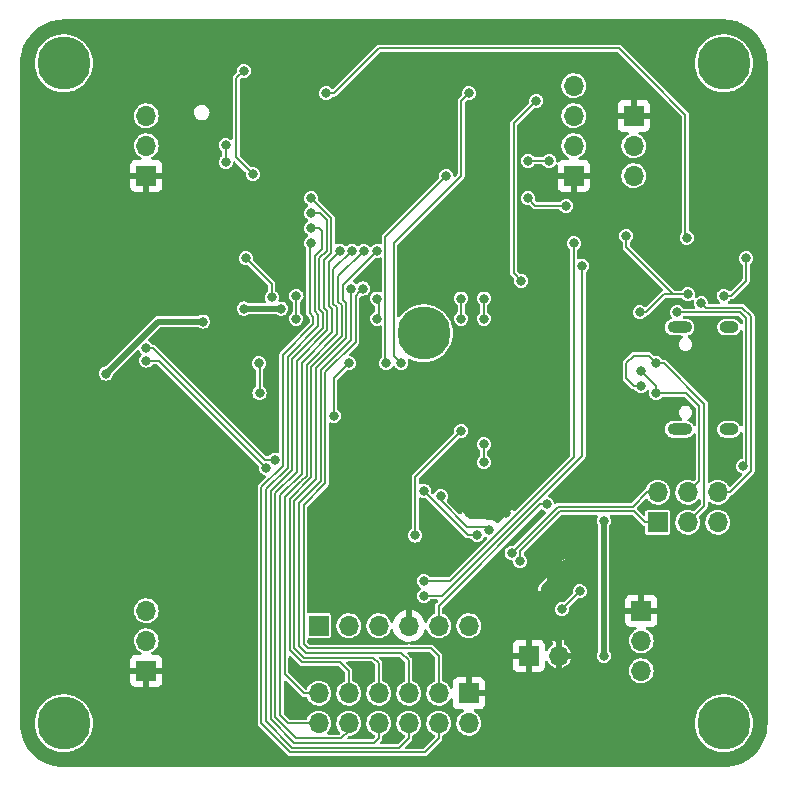
<source format=gbr>
%TF.GenerationSoftware,KiCad,Pcbnew,6.0.4*%
%TF.CreationDate,2022-04-24T20:11:58+02:00*%
%TF.ProjectId,main_pcb,6d61696e-5f70-4636-922e-6b696361645f,rev?*%
%TF.SameCoordinates,Original*%
%TF.FileFunction,Copper,L2,Bot*%
%TF.FilePolarity,Positive*%
%FSLAX46Y46*%
G04 Gerber Fmt 4.6, Leading zero omitted, Abs format (unit mm)*
G04 Created by KiCad (PCBNEW 6.0.4) date 2022-04-24 20:11:58*
%MOMM*%
%LPD*%
G01*
G04 APERTURE LIST*
%TA.AperFunction,ComponentPad*%
%ADD10R,1.700000X1.700000*%
%TD*%
%TA.AperFunction,ComponentPad*%
%ADD11O,1.700000X1.700000*%
%TD*%
%TA.AperFunction,ComponentPad*%
%ADD12C,4.500000*%
%TD*%
%TA.AperFunction,ComponentPad*%
%ADD13O,1.600000X1.000000*%
%TD*%
%TA.AperFunction,ComponentPad*%
%ADD14O,2.100000X1.000000*%
%TD*%
%TA.AperFunction,ViaPad*%
%ADD15C,0.800000*%
%TD*%
%TA.AperFunction,Conductor*%
%ADD16C,0.200000*%
%TD*%
%TA.AperFunction,Conductor*%
%ADD17C,0.500000*%
%TD*%
G04 APERTURE END LIST*
D10*
%TO.P,J4,1,Pin_1*%
%TO.N,USB+gps*%
X174752000Y-112522000D03*
D11*
%TO.P,J4,2,Pin_2*%
%TO.N,USB-gps*%
X174752000Y-109982000D03*
%TO.P,J4,3,Pin_3*%
%TO.N,USB+*%
X177292000Y-112522000D03*
%TO.P,J4,4,Pin_4*%
%TO.N,USB-*%
X177292000Y-109982000D03*
%TO.P,J4,5,Pin_5*%
%TO.N,USB+prog*%
X179832000Y-112522000D03*
%TO.P,J4,6,Pin_6*%
%TO.N,USB-prog*%
X179832000Y-109982000D03*
%TD*%
D12*
%TO.P,,1*%
%TO.N,N/C*%
X154940000Y-96520000D03*
%TD*%
D10*
%TO.P,J3,1,Pin_1*%
%TO.N,GND*%
X158750000Y-127000000D03*
D11*
%TO.P,J3,2,Pin_2*%
%TO.N,+3V3*%
X158750000Y-129540000D03*
%TO.P,J3,3,Pin_3*%
%TO.N,xIO5*%
X156210000Y-127000000D03*
%TO.P,J3,4,Pin_4*%
%TO.N,xIO6*%
X156210000Y-129540000D03*
%TO.P,J3,5,Pin_5*%
%TO.N,xIO4*%
X153670000Y-127000000D03*
%TO.P,J3,6,Pin_6*%
%TO.N,xIO1*%
X153670000Y-129540000D03*
%TO.P,J3,7,Pin_7*%
%TO.N,xIO7*%
X151130000Y-127000000D03*
%TO.P,J3,8,Pin_8*%
%TO.N,xIO2*%
X151130000Y-129540000D03*
%TO.P,J3,9,Pin_9*%
%TO.N,xIO8*%
X148590000Y-127000000D03*
%TO.P,J3,10,Pin_10*%
%TO.N,xIO3*%
X148590000Y-129540000D03*
%TO.P,J3,11,Pin_11*%
%TO.N,xIO10*%
X146050000Y-127000000D03*
%TO.P,J3,12,Pin_12*%
%TO.N,xIO9*%
X146050000Y-129540000D03*
%TD*%
D10*
%TO.P,J1,1,Pin_1*%
%TO.N,RESET*%
X146050000Y-121285000D03*
D11*
%TO.P,J1,2,Pin_2*%
%TO.N,TX*%
X148590000Y-121285000D03*
%TO.P,J1,3,Pin_3*%
%TO.N,RX*%
X151130000Y-121285000D03*
%TO.P,J1,4,Pin_4*%
%TO.N,GND*%
X153670000Y-121285000D03*
%TO.P,J1,5,Pin_5*%
%TO.N,+3V3*%
X156210000Y-121285000D03*
%TO.P,J1,6,Pin_6*%
%TO.N,USB5V*%
X158750000Y-121285000D03*
%TD*%
D10*
%TO.P,J2,1,Pin_1*%
%TO.N,GND*%
X167640000Y-83185000D03*
D11*
%TO.P,J2,2,Pin_2*%
%TO.N,SDA*%
X167640000Y-80645000D03*
%TO.P,J2,3,Pin_3*%
%TO.N,SCL*%
X167640000Y-78105000D03*
%TO.P,J2,4,Pin_4*%
%TO.N,+3V3*%
X167640000Y-75565000D03*
%TD*%
D10*
%TO.P,M1,1,Pin_1*%
%TO.N,GND*%
X131445000Y-83185000D03*
D11*
%TO.P,M1,2,Pin_2*%
%TO.N,unconnected-(M1-Pad2)*%
X131445000Y-80645000D03*
%TO.P,M1,3,Pin_3*%
%TO.N,M1*%
X131445000Y-78105000D03*
%TD*%
D10*
%TO.P,M4,1,Pin_1*%
%TO.N,GND*%
X131445000Y-125095000D03*
D11*
%TO.P,M4,2,Pin_2*%
%TO.N,unconnected-(M4-Pad2)*%
X131445000Y-122555000D03*
%TO.P,M4,3,Pin_3*%
%TO.N,M4*%
X131445000Y-120015000D03*
%TD*%
D12*
%TO.P,REF\u002A\u002A,1*%
%TO.N,N/C*%
X124460000Y-73660000D03*
%TD*%
D10*
%TO.P,BAT1,1,Pin_1*%
%TO.N,GND*%
X163830000Y-123825000D03*
D11*
%TO.P,BAT1,2,Pin_2*%
%TO.N,v_bat*%
X166370000Y-123825000D03*
%TD*%
D10*
%TO.P,M3,1,Pin_1*%
%TO.N,GND*%
X172720000Y-78105000D03*
D11*
%TO.P,M3,2,Pin_2*%
%TO.N,unconnected-(M3-Pad2)*%
X172720000Y-80645000D03*
%TO.P,M3,3,Pin_3*%
%TO.N,M3*%
X172720000Y-83185000D03*
%TD*%
D12*
%TO.P,,1*%
%TO.N,N/C*%
X180340000Y-73660000D03*
%TD*%
D10*
%TO.P,M2,1,Pin_1*%
%TO.N,GND*%
X173355000Y-120015000D03*
D11*
%TO.P,M2,2,Pin_2*%
%TO.N,unconnected-(M2-Pad2)*%
X173355000Y-122555000D03*
%TO.P,M2,3,Pin_3*%
%TO.N,M2*%
X173355000Y-125095000D03*
%TD*%
D13*
%TO.P,USB-C,S1*%
%TO.N,N/C*%
X180780000Y-96010000D03*
X180780000Y-104650000D03*
D14*
X176600000Y-96010000D03*
X176600000Y-104650000D03*
%TD*%
D12*
%TO.P,,1*%
%TO.N,N/C*%
X124460000Y-129540000D03*
%TD*%
%TO.P,,1*%
%TO.N,N/C*%
X180340000Y-129540000D03*
%TD*%
D15*
%TO.N,GND*%
X175895000Y-73660000D03*
X149225000Y-72390000D03*
X151130000Y-74295000D03*
%TO.N,RESET*%
X146685000Y-76200000D03*
X177207178Y-88434716D03*
%TO.N,USB+prog*%
X181945020Y-107772878D03*
X176400378Y-94744622D03*
%TO.N,USB-prog*%
X178435000Y-93980000D03*
%TO.N,GND*%
X135255000Y-103505000D03*
X137160000Y-101600000D03*
%TO.N,USB-gps*%
X162382878Y-115112122D03*
X142311755Y-107243245D03*
X156387122Y-110312878D03*
X160477878Y-113207122D03*
X131445000Y-97790000D03*
%TO.N,USB+gps*%
X131445000Y-98830000D03*
X154940000Y-109855000D03*
X141605000Y-107950000D03*
X159456755Y-113593234D03*
X163089633Y-115818876D03*
%TO.N,GND*%
X164465000Y-117475000D03*
X158750000Y-114300000D03*
X161925000Y-118745000D03*
X166370000Y-114935000D03*
%TO.N,v_bat*%
X167005000Y-116205000D03*
%TO.N,GND*%
X169672000Y-86360000D03*
X161290000Y-131064000D03*
X140208000Y-116840000D03*
X147320000Y-117475000D03*
X147574000Y-105410000D03*
X141986000Y-105410000D03*
X133350000Y-85090000D03*
X133350000Y-123825000D03*
X170815000Y-76200000D03*
X175260000Y-118110000D03*
X161290000Y-127000000D03*
X157480000Y-124460000D03*
X127830888Y-107333784D03*
X127830888Y-105128777D03*
X130175000Y-109220000D03*
X133985000Y-109220000D03*
%TO.N,+3V3*%
X170180000Y-123825000D03*
X170180000Y-112395000D03*
%TO.N,xIO9*%
X147860994Y-89535000D03*
%TO.N,xIO10*%
X148860497Y-89535000D03*
%TO.N,xIO8*%
X149860000Y-89535000D03*
%TO.N,xIO7*%
X151001000Y-89535000D03*
%TO.N,xIO4*%
X148787301Y-92769502D03*
%TO.N,xIO5*%
X149795500Y-92737142D03*
%TO.N,xIO3*%
X145415000Y-85090000D03*
%TO.N,xIO2*%
X145415000Y-86360000D03*
%TO.N,xIO1*%
X145415000Y-87630000D03*
%TO.N,xIO6*%
X145415000Y-88900000D03*
%TO.N,GND*%
X155575000Y-105410000D03*
%TO.N,MPU_INT_1*%
X151001000Y-93580500D03*
X151001000Y-95279500D03*
X148590000Y-99060000D03*
%TO.N,GND*%
X149860000Y-85090000D03*
X154305000Y-88900000D03*
X171196000Y-103378000D03*
X174752000Y-106172000D03*
%TO.N,USB5V*%
X168148000Y-118364000D03*
X166624000Y-119888000D03*
%TO.N,+3V3*%
X165354000Y-110998000D03*
%TO.N,GND*%
X162560000Y-109855000D03*
X167386000Y-110490000D03*
X164338000Y-90170000D03*
X166624000Y-98806000D03*
X169164000Y-98806000D03*
%TO.N,RX*%
X168339500Y-90805000D03*
X154940000Y-118745000D03*
%TO.N,TX*%
X154940000Y-117475000D03*
X167640000Y-88900000D03*
%TO.N,GND*%
X177800000Y-85090000D03*
X179705000Y-90170000D03*
X177800000Y-87630000D03*
%TO.N,+3V3*%
X172085000Y-88265000D03*
%TO.N,USB5V*%
X182245000Y-90170000D03*
X180340000Y-93345000D03*
%TO.N,v_bat*%
X165100000Y-119380000D03*
%TO.N,+3V3*%
X164465000Y-76835000D03*
X163195000Y-92075000D03*
%TO.N,M3*%
X163765500Y-85090000D03*
X167005000Y-85725000D03*
%TO.N,SDA*%
X165564020Y-81915000D03*
X163765500Y-81915000D03*
%TO.N,VBAT_LL*%
X158115000Y-95279500D03*
X158115000Y-93580500D03*
X158115000Y-104775000D03*
X154211531Y-113641313D03*
%TO.N,v_bat*%
X158750000Y-111760000D03*
X161925000Y-111760000D03*
%TO.N,GND*%
X137795000Y-85725000D03*
X142240000Y-90805000D03*
X139065000Y-83820000D03*
%TO.N,RESET*%
X139870980Y-90170000D03*
X141034500Y-101600000D03*
X142069019Y-93480856D03*
X140970000Y-99060000D03*
%TO.N,GND*%
X172085000Y-93345000D03*
X173355000Y-93345000D03*
X174625000Y-90805000D03*
X175895000Y-90805000D03*
X175895000Y-89535000D03*
X174625000Y-89535000D03*
X140716000Y-78994000D03*
%TO.N,RESET*%
X138176000Y-82042000D03*
X138176000Y-80580500D03*
%TO.N,M2*%
X160020000Y-95279500D03*
X160020000Y-107442000D03*
X160020000Y-105918000D03*
X160020000Y-93580500D03*
%TO.N,+3V3*%
X173228000Y-94742000D03*
X177292000Y-93218000D03*
%TO.N,M4*%
X144145000Y-93345000D03*
X144145000Y-95279500D03*
%TO.N,MPU_INT_1*%
X147320000Y-103505000D03*
%TO.N,+3V3*%
X128035000Y-99930000D03*
X136245000Y-95530000D03*
X140476000Y-83044000D03*
X139700000Y-94430000D03*
X139700000Y-74295000D03*
X142875000Y-94430000D03*
%TO.N,GND*%
X163195000Y-101600000D03*
X164465000Y-107315000D03*
X152400000Y-101600000D03*
X163195000Y-107315000D03*
X174625000Y-103505000D03*
X138430000Y-91440000D03*
X174625000Y-97155000D03*
X164465000Y-101600000D03*
%TO.N,SCL*%
X158750000Y-76200000D03*
X153035000Y-99060000D03*
%TO.N,SDA*%
X151765000Y-99060000D03*
X156845000Y-83185000D03*
%TO.N,USB+*%
X174625000Y-99060000D03*
X173355000Y-100965000D03*
%TO.N,USB-*%
X173355000Y-99695000D03*
X174625000Y-101600000D03*
%TD*%
D16*
%TO.N,RESET*%
X147320000Y-76200000D02*
X146685000Y-76200000D01*
X171450000Y-72390000D02*
X153035000Y-72390000D01*
X173990000Y-74930000D02*
X171450000Y-72390000D01*
X153035000Y-72390000D02*
X151130000Y-72390000D01*
X177207178Y-88434716D02*
X177100489Y-88328027D01*
X177100489Y-88328027D02*
X177100489Y-78040489D01*
X177100489Y-78040489D02*
X173990000Y-74930000D01*
X151130000Y-72390000D02*
X147320000Y-76200000D01*
X140970000Y-99060000D02*
X141034500Y-99124500D01*
%TO.N,USB+prog*%
X181945020Y-107772878D02*
X182245000Y-107472898D01*
X182245000Y-107472898D02*
X182245000Y-95250000D01*
X182245000Y-95250000D02*
X181739622Y-94744622D01*
X181739622Y-94744622D02*
X176400378Y-94744622D01*
%TO.N,USB-prog*%
X178435000Y-93980000D02*
X178800102Y-94345102D01*
X181905109Y-94345103D02*
X182644520Y-95084514D01*
X178800102Y-94345102D02*
X181905109Y-94345103D01*
X182644520Y-95084514D02*
X182644520Y-108185480D01*
X182644520Y-108185480D02*
X180848000Y-109982000D01*
X180848000Y-109982000D02*
X179832000Y-109982000D01*
%TO.N,USB-gps*%
X156387122Y-110667123D02*
X158613733Y-112893734D01*
X156387122Y-110312878D02*
X156387122Y-110667123D01*
X158613733Y-112893734D02*
X160164490Y-112893734D01*
X160164490Y-112893734D02*
X160477878Y-113207122D01*
%TO.N,USB+gps*%
X131445000Y-98830000D02*
X132485000Y-98830000D01*
X132485000Y-98830000D02*
X141605000Y-107950000D01*
%TO.N,USB-gps*%
X131445000Y-97790000D02*
X132010006Y-97790000D01*
X132010006Y-97790000D02*
X141463251Y-107243245D01*
X141463251Y-107243245D02*
X142311755Y-107243245D01*
%TO.N,USB+gps*%
X158678234Y-113593234D02*
X159456755Y-113593234D01*
X154940000Y-109855000D02*
X158678234Y-113593234D01*
X163089633Y-114970373D02*
X166470975Y-111589031D01*
X166470975Y-111589031D02*
X172720000Y-111589031D01*
X163089633Y-115818876D02*
X163089633Y-114970373D01*
X172720000Y-111589031D02*
X173652969Y-112522000D01*
X173652969Y-112522000D02*
X174752000Y-112522000D01*
%TO.N,USB-gps*%
X162382878Y-115112122D02*
X166305489Y-111189511D01*
X166305489Y-111189511D02*
X172655489Y-111189511D01*
X172655489Y-111189511D02*
X173863000Y-109982000D01*
X173863000Y-109982000D02*
X174752000Y-109982000D01*
D17*
%TO.N,v_bat*%
X165100000Y-121285000D02*
X166370000Y-122555000D01*
X165100000Y-119380000D02*
X165100000Y-121285000D01*
X166370000Y-122555000D02*
X166370000Y-123825000D01*
X165100000Y-118110000D02*
X165100000Y-119380000D01*
D16*
%TO.N,USB-*%
X177292000Y-109982000D02*
X178282969Y-108991031D01*
X177165000Y-101600000D02*
X174625000Y-101600000D01*
X178282969Y-108991031D02*
X178282969Y-102717969D01*
X178282969Y-102717969D02*
X177165000Y-101600000D01*
%TO.N,USB+*%
X174625000Y-99060000D02*
X175260000Y-99060000D01*
X175260000Y-99060000D02*
X178682489Y-102482489D01*
X178682489Y-102482489D02*
X178682489Y-111131511D01*
X178682489Y-111131511D02*
X177292000Y-112522000D01*
D17*
%TO.N,v_bat*%
X167005000Y-116205000D02*
X165100000Y-118110000D01*
D16*
%TO.N,MPU_INT_1*%
X148590000Y-99060000D02*
X147320000Y-100330000D01*
X147320000Y-100330000D02*
X147320000Y-103505000D01*
D17*
%TO.N,+3V3*%
X170180000Y-123190000D02*
X170180000Y-123825000D01*
X170180000Y-112395000D02*
X170180000Y-123190000D01*
D16*
%TO.N,xIO8*%
X149860000Y-89535000D02*
X147688270Y-91706730D01*
X147988261Y-96766715D02*
X145415000Y-99339976D01*
X147688270Y-91706730D02*
X147688270Y-93845495D01*
X145415000Y-99339976D02*
X145415000Y-108730471D01*
X148590000Y-125095000D02*
X148590000Y-127000000D01*
X147688270Y-93845495D02*
X147988261Y-94145486D01*
X147988261Y-94145486D02*
X147988261Y-96766715D01*
X145415000Y-108730471D02*
X143581440Y-110564032D01*
X143581440Y-110564032D02*
X143581441Y-110895005D01*
X147883559Y-124388559D02*
X148590000Y-125095000D01*
X143581441Y-110895005D02*
X143581441Y-123353461D01*
X143581441Y-123353461D02*
X144616539Y-124388559D01*
X144616539Y-124388559D02*
X147883559Y-124388559D01*
%TO.N,xIO7*%
X151001000Y-89535000D02*
X148087790Y-92448210D01*
X148087790Y-92448210D02*
X148087790Y-93680009D01*
X148087790Y-93680009D02*
X148387781Y-93980000D01*
X148387781Y-93980000D02*
X148387781Y-96932201D01*
X145821450Y-99498532D02*
X145821449Y-108889028D01*
X148387781Y-96932201D02*
X145821450Y-99498532D01*
X145821449Y-108889028D02*
X143980960Y-110729518D01*
X143980960Y-110729518D02*
X143980961Y-111760000D01*
X143980961Y-123187975D02*
X144782026Y-123989040D01*
X144782026Y-123989040D02*
X150659040Y-123989040D01*
X143980961Y-111760000D02*
X143980961Y-123187975D01*
X151130000Y-124460000D02*
X151130000Y-127000000D01*
X150659040Y-123989040D02*
X151130000Y-124460000D01*
%TO.N,xIO4*%
X148787301Y-92769502D02*
X148787301Y-97097687D01*
X148787301Y-97097687D02*
X146220970Y-99664018D01*
X144380481Y-123022489D02*
X144947512Y-123589520D01*
X153035000Y-123589520D02*
X153670000Y-124224520D01*
X146220970Y-99664018D02*
X146220969Y-109054514D01*
X146220969Y-109054514D02*
X144380480Y-110895003D01*
X144380480Y-110895003D02*
X144380481Y-111225976D01*
X144380481Y-111225976D02*
X144380481Y-123022489D01*
X144947512Y-123589520D02*
X153035000Y-123589520D01*
X153670000Y-124224520D02*
X153670000Y-127000000D01*
%TO.N,xIO5*%
X149795500Y-92737142D02*
X149486812Y-93045830D01*
X144780000Y-122857002D02*
X145112998Y-123190000D01*
X149486812Y-93045830D02*
X149486812Y-93059250D01*
X149486812Y-93059250D02*
X149186821Y-93359241D01*
X149186821Y-93359241D02*
X149186820Y-97263174D01*
X146620489Y-109220000D02*
X144780000Y-111060489D01*
X145112998Y-123190000D02*
X155575000Y-123190000D01*
X149186820Y-97263174D02*
X146620489Y-99829505D01*
X146620489Y-99829505D02*
X146620489Y-109220000D01*
X144780000Y-111060489D02*
X144780000Y-122857002D01*
X155575000Y-123190000D02*
X156210000Y-123825000D01*
X156210000Y-123825000D02*
X156210000Y-127000000D01*
%TO.N,xIO10*%
X148860497Y-89535000D02*
X147288750Y-91106747D01*
X147288750Y-91106747D02*
X147288750Y-94010981D01*
X147288750Y-94010981D02*
X147588741Y-94310972D01*
X147588741Y-94310972D02*
X147588741Y-96601229D01*
X147588741Y-96601229D02*
X145015481Y-99174489D01*
X145015481Y-99174489D02*
X145015480Y-108564985D01*
X145015480Y-108564985D02*
X144570233Y-109010233D01*
X144570233Y-109010233D02*
X143181921Y-110398545D01*
X143181921Y-110398545D02*
X143181921Y-125401921D01*
X144780000Y-127000000D02*
X146050000Y-127000000D01*
X143181921Y-125401921D02*
X144780000Y-127000000D01*
%TO.N,xIO9*%
X147860994Y-89535000D02*
X146889231Y-90506763D01*
X146889231Y-90506763D02*
X146889231Y-94176468D01*
X147189221Y-94476458D02*
X147189221Y-96435743D01*
X146889231Y-94176468D02*
X147189221Y-94476458D01*
X144615960Y-108399498D02*
X142782401Y-110233059D01*
X147189221Y-96435743D02*
X144615960Y-99009004D01*
X144615960Y-99009004D02*
X144615960Y-108399498D01*
X142782401Y-110233059D02*
X142782401Y-128882395D01*
X142782401Y-128882395D02*
X143440006Y-129540000D01*
X143440006Y-129540000D02*
X146050000Y-129540000D01*
%TO.N,xIO6*%
X145414999Y-132008558D02*
X155011442Y-132008558D01*
X141184325Y-129544343D02*
X143648539Y-132008557D01*
X141184324Y-109571110D02*
X141184325Y-109902083D01*
X143017881Y-107737553D02*
X141184324Y-109571110D01*
X155011442Y-132008558D02*
X156210000Y-130810000D01*
X143017881Y-98347059D02*
X143017881Y-107737553D01*
X143648539Y-132008557D02*
X145414999Y-132008558D01*
X145591141Y-95773799D02*
X143017881Y-98347059D01*
X141184325Y-109902083D02*
X141184325Y-129544343D01*
X145591141Y-95138402D02*
X145591141Y-95773799D01*
X145291155Y-94838416D02*
X145591141Y-95138402D01*
X145291153Y-90046153D02*
X145291155Y-94838416D01*
X145291153Y-89023847D02*
X145291153Y-90046153D01*
X145415000Y-88900000D02*
X145291153Y-89023847D01*
X156210000Y-130810000D02*
X156210000Y-129540000D01*
%TO.N,xIO1*%
X152870961Y-131609039D02*
X153670000Y-130810000D01*
X146050000Y-131609039D02*
X152870961Y-131609039D01*
X153670000Y-130810000D02*
X153670000Y-129540000D01*
%TO.N,xIO2*%
X143816920Y-108068526D02*
X141983363Y-109902083D01*
X143816921Y-98678031D02*
X143816920Y-108068526D01*
X150730480Y-131209520D02*
X151130000Y-130810000D01*
X146390181Y-96104771D02*
X143816921Y-98678031D01*
X146090191Y-92680197D02*
X146090193Y-94507442D01*
X146390181Y-94807430D02*
X146390181Y-96104771D01*
X146090193Y-94507442D02*
X146390181Y-94807430D01*
X151130000Y-130810000D02*
X151130000Y-129540000D01*
X141983363Y-109902083D02*
X141983362Y-114300000D01*
X146090193Y-90506763D02*
X146090191Y-92680197D01*
X146719996Y-89545986D02*
X146090192Y-90175790D01*
X146719996Y-86960002D02*
X146719996Y-89545986D01*
X146090192Y-90175790D02*
X146090193Y-90506763D01*
X146119994Y-86360000D02*
X146719996Y-86960002D01*
X145415000Y-86360000D02*
X146119994Y-86360000D01*
X141983362Y-114300000D02*
X141983363Y-129213369D01*
X141983363Y-129213369D02*
X143979513Y-131209519D01*
X143979513Y-131209519D02*
X150730480Y-131209520D01*
%TO.N,xIO3*%
X146489711Y-92514711D02*
X146489712Y-94341955D01*
X142382882Y-129047882D02*
X144145000Y-130810000D01*
X147955000Y-130810000D02*
X148590000Y-130175000D01*
X146489712Y-94341955D02*
X146789701Y-94641944D01*
X146789701Y-96270257D02*
X144216441Y-98843517D01*
X146789701Y-94641944D02*
X146789701Y-96270257D01*
X144145000Y-130810000D02*
X147955000Y-130810000D01*
X144216441Y-98843517D02*
X144216440Y-108234012D01*
X144216440Y-108234012D02*
X142382882Y-110067570D01*
X142382882Y-110067570D02*
X142382882Y-129047882D01*
X148590000Y-130175000D02*
X148590000Y-129540000D01*
%TO.N,M4*%
X144145000Y-95279500D02*
X144145000Y-93345000D01*
%TO.N,xIO1*%
X145415000Y-87630000D02*
X146050000Y-87630000D01*
X146050000Y-87630000D02*
X146320476Y-87900476D01*
X146320476Y-87900476D02*
X146320476Y-89380500D01*
X146320476Y-89380500D02*
X145690673Y-90010303D01*
X145990661Y-95939285D02*
X143417401Y-98512545D01*
X145690673Y-90010303D02*
X145690674Y-94672929D01*
X145690674Y-94672929D02*
X145990661Y-94972916D01*
X145990661Y-94972916D02*
X145990661Y-95939285D01*
X143417401Y-98512545D02*
X143417400Y-107903040D01*
X143417400Y-107903040D02*
X141583844Y-109736596D01*
X141583844Y-109736596D02*
X141583844Y-129378856D01*
X141583844Y-129378856D02*
X143814026Y-131609038D01*
X143814026Y-131609038D02*
X146050000Y-131609039D01*
%TO.N,RX*%
X154940000Y-118745000D02*
X156494265Y-118745000D01*
X156494265Y-118745000D02*
X168339500Y-106899765D01*
X168339500Y-106899765D02*
X168339500Y-90805000D01*
%TO.N,TX*%
X154940000Y-117475000D02*
X157199259Y-117475000D01*
X157199259Y-117475000D02*
X167640000Y-107034259D01*
X167640000Y-107034259D02*
X167640000Y-88900000D01*
%TO.N,xIO3*%
X146489712Y-90341276D02*
X146489711Y-92514711D01*
X146489711Y-92514711D02*
X146489711Y-92710000D01*
X145415000Y-85090000D02*
X147119516Y-86794516D01*
X147119516Y-86794516D02*
X147119516Y-89711472D01*
X147119516Y-89711472D02*
X146489712Y-90341276D01*
%TO.N,RESET*%
X141034500Y-99124500D02*
X141034500Y-101600000D01*
%TO.N,MPU_INT_1*%
X151001000Y-95279500D02*
X151130000Y-95150500D01*
X151130000Y-95150500D02*
X151130000Y-93709500D01*
X151130000Y-93709500D02*
X151001000Y-93580500D01*
%TO.N,+3V3*%
X164465000Y-76835000D02*
X162560000Y-78740000D01*
X162560000Y-78740000D02*
X162560000Y-91440000D01*
X162560000Y-91440000D02*
X163195000Y-92075000D01*
%TO.N,SDA*%
X163765500Y-81915000D02*
X165564020Y-81915000D01*
%TO.N,+3V3*%
X156210000Y-119594271D02*
X156210000Y-121285000D01*
%TO.N,USB5V*%
X166624000Y-119888000D02*
X168148000Y-118364000D01*
%TO.N,+3V3*%
X165354000Y-110998000D02*
X164806271Y-110998000D01*
X164806271Y-110998000D02*
X156210000Y-119594271D01*
X172085000Y-88265000D02*
X172085000Y-89254259D01*
X172085000Y-89254259D02*
X176048741Y-93218000D01*
X176048741Y-93218000D02*
X177292000Y-93218000D01*
%TO.N,USB5V*%
X182245000Y-92075000D02*
X182245000Y-90170000D01*
X181610000Y-92710000D02*
X182245000Y-92075000D01*
X180340000Y-93345000D02*
X180975000Y-93345000D01*
X180975000Y-93345000D02*
X181610000Y-92710000D01*
%TO.N,M3*%
X164400500Y-85725000D02*
X163765500Y-85090000D01*
X167005000Y-85725000D02*
X164400500Y-85725000D01*
%TO.N,VBAT_LL*%
X158115000Y-104775000D02*
X154211531Y-108678469D01*
X154211531Y-108678469D02*
X154211531Y-113641313D01*
X158115000Y-93580500D02*
X158115000Y-95279500D01*
%TO.N,v_bat*%
X158750000Y-111760000D02*
X161925000Y-111760000D01*
%TO.N,RESET*%
X139870980Y-90170000D02*
X142069019Y-92368039D01*
X142069019Y-92368039D02*
X142069019Y-93480856D01*
X138176000Y-82042000D02*
X138176000Y-80580500D01*
%TO.N,M2*%
X160020000Y-107442000D02*
X160020000Y-105918000D01*
X160020000Y-95279500D02*
X160020000Y-93580500D01*
%TO.N,+3V3*%
X173228000Y-94742000D02*
X173736000Y-94742000D01*
X175260000Y-93218000D02*
X177292000Y-93218000D01*
X173736000Y-94742000D02*
X175260000Y-93218000D01*
D17*
X128035000Y-99930000D02*
X132435000Y-95530000D01*
D16*
X139065000Y-81633000D02*
X140476000Y-83044000D01*
D17*
X132435000Y-95530000D02*
X136245000Y-95530000D01*
X142875000Y-94430000D02*
X139700000Y-94430000D01*
D16*
X139065000Y-74930000D02*
X139065000Y-81633000D01*
X139700000Y-74295000D02*
X139065000Y-74930000D01*
%TO.N,SCL*%
X153035000Y-99060000D02*
X152400000Y-98425000D01*
X158115000Y-83185000D02*
X158115000Y-76835000D01*
X158115000Y-76835000D02*
X158750000Y-76200000D01*
X152400000Y-98425000D02*
X152400000Y-88900000D01*
X152400000Y-88900000D02*
X158115000Y-83185000D01*
%TO.N,SDA*%
X151700500Y-88329500D02*
X156845000Y-83185000D01*
X151700500Y-98995500D02*
X151700500Y-88329500D01*
X151765000Y-99060000D02*
X151700500Y-98995500D01*
%TO.N,USB+*%
X172085000Y-100330000D02*
X172720000Y-100965000D01*
X173990000Y-98425000D02*
X172720000Y-98425000D01*
X172085000Y-99060000D02*
X172085000Y-100330000D01*
X174625000Y-99060000D02*
X173990000Y-98425000D01*
X172720000Y-98425000D02*
X172085000Y-99060000D01*
X172720000Y-100965000D02*
X173355000Y-100965000D01*
%TO.N,USB-*%
X174625000Y-101600000D02*
X174625000Y-100965000D01*
X174625000Y-100965000D02*
X173355000Y-99695000D01*
%TD*%
%TA.AperFunction,Conductor*%
%TO.N,GND*%
G36*
X180324083Y-69950943D02*
G01*
X180324923Y-69950773D01*
X180340000Y-69955672D01*
X180352987Y-69951452D01*
X180353800Y-69951716D01*
X180353826Y-69951179D01*
X180353827Y-69951179D01*
X180383953Y-69952659D01*
X180697417Y-69968058D01*
X180709713Y-69969269D01*
X181057564Y-70020869D01*
X181069686Y-70023279D01*
X181169304Y-70048232D01*
X181410805Y-70108726D01*
X181422637Y-70112315D01*
X181753736Y-70230784D01*
X181765160Y-70235516D01*
X181940299Y-70318350D01*
X182083056Y-70385869D01*
X182093957Y-70391696D01*
X182395582Y-70572483D01*
X182405863Y-70579353D01*
X182688310Y-70788831D01*
X182697868Y-70796675D01*
X182958426Y-71032830D01*
X182967170Y-71041574D01*
X183203325Y-71302132D01*
X183211169Y-71311690D01*
X183420647Y-71594137D01*
X183427517Y-71604418D01*
X183608304Y-71906043D01*
X183614133Y-71916948D01*
X183764484Y-72234840D01*
X183769216Y-72246264D01*
X183887685Y-72577363D01*
X183891274Y-72589195D01*
X183976720Y-72930311D01*
X183979132Y-72942439D01*
X184030730Y-73290282D01*
X184031942Y-73302588D01*
X184048821Y-73646174D01*
X184047341Y-73646247D01*
X184047942Y-73648878D01*
X184044328Y-73660000D01*
X184049022Y-73674445D01*
X184048598Y-73689271D01*
X184049500Y-73695548D01*
X184049500Y-129524083D01*
X184049057Y-129524083D01*
X184049227Y-129524923D01*
X184044328Y-129540000D01*
X184048548Y-129552987D01*
X184048284Y-129553800D01*
X184048821Y-129553826D01*
X184047508Y-129580552D01*
X184040076Y-129731846D01*
X184031942Y-129897412D01*
X184030731Y-129909713D01*
X183994435Y-130154395D01*
X183979132Y-130257561D01*
X183976720Y-130269689D01*
X183891274Y-130610805D01*
X183887685Y-130622637D01*
X183769216Y-130953736D01*
X183764484Y-130965160D01*
X183614133Y-131283052D01*
X183608304Y-131293957D01*
X183427517Y-131595582D01*
X183420647Y-131605863D01*
X183211169Y-131888310D01*
X183203325Y-131897868D01*
X182967170Y-132158426D01*
X182958426Y-132167170D01*
X182697868Y-132403325D01*
X182688310Y-132411169D01*
X182405863Y-132620647D01*
X182395582Y-132627517D01*
X182093957Y-132808304D01*
X182083056Y-132814131D01*
X181968472Y-132868325D01*
X181765160Y-132964484D01*
X181753736Y-132969216D01*
X181422637Y-133087685D01*
X181410805Y-133091274D01*
X181169304Y-133151768D01*
X181069686Y-133176721D01*
X181057564Y-133179131D01*
X180709713Y-133230731D01*
X180697417Y-133231942D01*
X180410503Y-133246037D01*
X180353827Y-133248821D01*
X180353826Y-133248821D01*
X180353753Y-133247341D01*
X180351122Y-133247942D01*
X180340000Y-133244328D01*
X180325555Y-133249022D01*
X180310729Y-133248598D01*
X180304452Y-133249500D01*
X124475917Y-133249500D01*
X124475917Y-133249057D01*
X124475077Y-133249227D01*
X124460000Y-133244328D01*
X124447013Y-133248548D01*
X124446200Y-133248284D01*
X124446174Y-133248821D01*
X124446173Y-133248821D01*
X124389497Y-133246037D01*
X124102583Y-133231942D01*
X124090287Y-133230731D01*
X123742436Y-133179131D01*
X123730314Y-133176721D01*
X123630696Y-133151768D01*
X123389195Y-133091274D01*
X123377363Y-133087685D01*
X123046264Y-132969216D01*
X123034840Y-132964484D01*
X122831528Y-132868325D01*
X122716944Y-132814131D01*
X122706043Y-132808304D01*
X122404418Y-132627517D01*
X122394137Y-132620647D01*
X122111690Y-132411169D01*
X122102132Y-132403325D01*
X121841574Y-132167170D01*
X121832830Y-132158426D01*
X121596675Y-131897868D01*
X121588831Y-131888310D01*
X121379353Y-131605863D01*
X121372483Y-131595582D01*
X121191696Y-131293957D01*
X121185867Y-131283052D01*
X121035516Y-130965160D01*
X121030784Y-130953736D01*
X120912315Y-130622637D01*
X120908726Y-130610805D01*
X120823280Y-130269689D01*
X120820868Y-130257561D01*
X120805565Y-130154395D01*
X120769269Y-129909713D01*
X120768058Y-129897412D01*
X120759925Y-129731846D01*
X120752492Y-129580552D01*
X120751179Y-129553826D01*
X120752659Y-129553753D01*
X120752058Y-129551122D01*
X120755672Y-129540000D01*
X122004655Y-129540000D01*
X122024016Y-129847736D01*
X122081794Y-130150619D01*
X122083021Y-130154395D01*
X122174469Y-130435842D01*
X122177078Y-130443873D01*
X122178765Y-130447459D01*
X122178767Y-130447463D01*
X122306677Y-130719285D01*
X122306681Y-130719292D01*
X122308365Y-130722871D01*
X122310489Y-130726217D01*
X122310489Y-130726218D01*
X122471458Y-130979867D01*
X122471463Y-130979874D01*
X122473584Y-130983216D01*
X122670131Y-131220799D01*
X122894904Y-131431876D01*
X123144360Y-131613116D01*
X123414565Y-131761663D01*
X123701257Y-131875172D01*
X123705091Y-131876156D01*
X123705099Y-131876159D01*
X123889607Y-131923532D01*
X123999914Y-131951854D01*
X124003842Y-131952350D01*
X124003846Y-131952351D01*
X124124780Y-131967628D01*
X124305828Y-131990500D01*
X124614172Y-131990500D01*
X124795220Y-131967628D01*
X124916154Y-131952351D01*
X124916158Y-131952350D01*
X124920086Y-131951854D01*
X125030393Y-131923532D01*
X125214901Y-131876159D01*
X125214909Y-131876156D01*
X125218743Y-131875172D01*
X125505435Y-131761663D01*
X125775640Y-131613116D01*
X126025096Y-131431876D01*
X126249869Y-131220799D01*
X126446416Y-130983216D01*
X126448537Y-130979874D01*
X126448542Y-130979867D01*
X126609511Y-130726218D01*
X126609511Y-130726217D01*
X126611635Y-130722871D01*
X126613319Y-130719292D01*
X126613323Y-130719285D01*
X126741233Y-130447463D01*
X126741235Y-130447459D01*
X126742922Y-130443873D01*
X126745532Y-130435842D01*
X126836979Y-130154395D01*
X126838206Y-130150619D01*
X126895984Y-129847736D01*
X126915345Y-129540000D01*
X126895984Y-129232264D01*
X126838206Y-128929381D01*
X126742922Y-128636127D01*
X126723881Y-128595662D01*
X126613323Y-128360715D01*
X126613319Y-128360708D01*
X126611635Y-128357129D01*
X126572071Y-128294786D01*
X126448542Y-128100133D01*
X126448537Y-128100126D01*
X126446416Y-128096784D01*
X126249869Y-127859201D01*
X126025096Y-127648124D01*
X125775640Y-127466884D01*
X125617819Y-127380121D01*
X125508897Y-127320240D01*
X125508894Y-127320238D01*
X125505435Y-127318337D01*
X125342938Y-127254000D01*
X125222426Y-127206286D01*
X125222423Y-127206285D01*
X125218743Y-127204828D01*
X125214909Y-127203844D01*
X125214901Y-127203841D01*
X125030393Y-127156468D01*
X124920086Y-127128146D01*
X124916158Y-127127650D01*
X124916154Y-127127649D01*
X124795220Y-127112372D01*
X124614172Y-127089500D01*
X124305828Y-127089500D01*
X124124780Y-127112372D01*
X124003846Y-127127649D01*
X124003842Y-127127650D01*
X123999914Y-127128146D01*
X123889607Y-127156468D01*
X123705099Y-127203841D01*
X123705091Y-127203844D01*
X123701257Y-127204828D01*
X123697577Y-127206285D01*
X123697574Y-127206286D01*
X123577062Y-127254000D01*
X123414565Y-127318337D01*
X123411106Y-127320238D01*
X123411103Y-127320240D01*
X123302181Y-127380121D01*
X123144360Y-127466884D01*
X122894904Y-127648124D01*
X122670131Y-127859201D01*
X122473584Y-128096784D01*
X122471463Y-128100126D01*
X122471458Y-128100133D01*
X122347929Y-128294786D01*
X122308365Y-128357129D01*
X122306681Y-128360708D01*
X122306677Y-128360715D01*
X122196119Y-128595662D01*
X122177078Y-128636127D01*
X122081794Y-128929381D01*
X122024016Y-129232264D01*
X122004655Y-129540000D01*
X120755672Y-129540000D01*
X120750978Y-129525555D01*
X120751402Y-129510729D01*
X120750500Y-129504452D01*
X120750500Y-125989669D01*
X130087001Y-125989669D01*
X130087371Y-125996490D01*
X130092895Y-126047352D01*
X130096521Y-126062604D01*
X130141676Y-126183054D01*
X130150214Y-126198649D01*
X130226715Y-126300724D01*
X130239276Y-126313285D01*
X130341351Y-126389786D01*
X130356946Y-126398324D01*
X130477394Y-126443478D01*
X130492649Y-126447105D01*
X130543514Y-126452631D01*
X130550328Y-126453000D01*
X131172885Y-126453000D01*
X131188124Y-126448525D01*
X131189329Y-126447135D01*
X131191000Y-126439452D01*
X131191000Y-126434884D01*
X131699000Y-126434884D01*
X131703475Y-126450123D01*
X131704865Y-126451328D01*
X131712548Y-126452999D01*
X132339669Y-126452999D01*
X132346490Y-126452629D01*
X132397352Y-126447105D01*
X132412604Y-126443479D01*
X132533054Y-126398324D01*
X132548649Y-126389786D01*
X132650724Y-126313285D01*
X132663285Y-126300724D01*
X132739786Y-126198649D01*
X132748324Y-126183054D01*
X132793478Y-126062606D01*
X132797105Y-126047351D01*
X132802631Y-125996486D01*
X132803000Y-125989672D01*
X132803000Y-125367115D01*
X132798525Y-125351876D01*
X132797135Y-125350671D01*
X132789452Y-125349000D01*
X131717115Y-125349000D01*
X131701876Y-125353475D01*
X131700671Y-125354865D01*
X131699000Y-125362548D01*
X131699000Y-126434884D01*
X131191000Y-126434884D01*
X131191000Y-125367115D01*
X131186525Y-125351876D01*
X131185135Y-125350671D01*
X131177452Y-125349000D01*
X130105116Y-125349000D01*
X130089877Y-125353475D01*
X130088672Y-125354865D01*
X130087001Y-125362548D01*
X130087001Y-125989669D01*
X120750500Y-125989669D01*
X120750500Y-124822885D01*
X130087000Y-124822885D01*
X130091475Y-124838124D01*
X130092865Y-124839329D01*
X130100548Y-124841000D01*
X132784884Y-124841000D01*
X132800123Y-124836525D01*
X132801328Y-124835135D01*
X132802999Y-124827452D01*
X132802999Y-124200331D01*
X132802629Y-124193510D01*
X132797105Y-124142648D01*
X132793479Y-124127396D01*
X132748324Y-124006946D01*
X132739786Y-123991351D01*
X132663285Y-123889276D01*
X132650724Y-123876715D01*
X132548649Y-123800214D01*
X132533054Y-123791676D01*
X132412606Y-123746522D01*
X132397351Y-123742895D01*
X132346486Y-123737369D01*
X132339672Y-123737000D01*
X131963932Y-123737000D01*
X131895811Y-123716998D01*
X131849318Y-123663342D01*
X131839214Y-123593068D01*
X131868708Y-123528488D01*
X131907121Y-123498534D01*
X131984187Y-123459605D01*
X132010610Y-123446258D01*
X132051382Y-123414404D01*
X132168101Y-123323213D01*
X132172951Y-123319424D01*
X132307564Y-123163472D01*
X132328387Y-123126818D01*
X132357515Y-123075543D01*
X132409323Y-122984344D01*
X132474351Y-122788863D01*
X132500171Y-122584474D01*
X132500583Y-122555000D01*
X132480480Y-122349970D01*
X132420935Y-122152749D01*
X132324218Y-121970849D01*
X132231216Y-121856818D01*
X132197906Y-121815975D01*
X132197903Y-121815972D01*
X132194011Y-121811200D01*
X132176786Y-121796950D01*
X132040025Y-121683811D01*
X132040021Y-121683809D01*
X132035275Y-121679882D01*
X131898091Y-121605707D01*
X131859474Y-121584827D01*
X131854055Y-121581897D01*
X131657254Y-121520977D01*
X131651129Y-121520333D01*
X131651128Y-121520333D01*
X131458498Y-121500087D01*
X131458496Y-121500087D01*
X131452369Y-121499443D01*
X131365529Y-121507346D01*
X131253342Y-121517555D01*
X131253339Y-121517556D01*
X131247203Y-121518114D01*
X131049572Y-121576280D01*
X130867002Y-121671726D01*
X130862201Y-121675586D01*
X130862198Y-121675588D01*
X130807325Y-121719707D01*
X130706447Y-121800815D01*
X130574024Y-121958630D01*
X130571056Y-121964028D01*
X130571053Y-121964033D01*
X130504338Y-122085388D01*
X130474776Y-122139162D01*
X130412484Y-122335532D01*
X130411798Y-122341649D01*
X130411797Y-122341653D01*
X130392771Y-122511279D01*
X130389520Y-122540262D01*
X130390036Y-122546406D01*
X130404727Y-122721351D01*
X130406759Y-122745553D01*
X130408458Y-122751478D01*
X130460107Y-122931599D01*
X130463544Y-122943586D01*
X130466359Y-122949063D01*
X130466360Y-122949066D01*
X130554897Y-123121341D01*
X130557712Y-123126818D01*
X130685677Y-123288270D01*
X130842564Y-123421791D01*
X130979879Y-123498534D01*
X130984315Y-123501013D01*
X131034020Y-123551707D01*
X131048428Y-123621226D01*
X131022964Y-123687499D01*
X130965713Y-123729484D01*
X130922844Y-123737001D01*
X130550331Y-123737001D01*
X130543510Y-123737371D01*
X130492648Y-123742895D01*
X130477396Y-123746521D01*
X130356946Y-123791676D01*
X130341351Y-123800214D01*
X130239276Y-123876715D01*
X130226715Y-123889276D01*
X130150214Y-123991351D01*
X130141676Y-124006946D01*
X130096522Y-124127394D01*
X130092895Y-124142649D01*
X130087369Y-124193514D01*
X130087000Y-124200328D01*
X130087000Y-124822885D01*
X120750500Y-124822885D01*
X120750500Y-120000262D01*
X130389520Y-120000262D01*
X130390036Y-120006406D01*
X130406074Y-120197392D01*
X130406759Y-120205553D01*
X130408458Y-120211478D01*
X130437253Y-120311897D01*
X130463544Y-120403586D01*
X130466359Y-120409063D01*
X130466360Y-120409066D01*
X130554897Y-120581341D01*
X130557712Y-120586818D01*
X130685677Y-120748270D01*
X130690370Y-120752264D01*
X130690371Y-120752265D01*
X130834626Y-120875035D01*
X130842564Y-120881791D01*
X130847942Y-120884797D01*
X130847944Y-120884798D01*
X130854835Y-120888649D01*
X131022398Y-120982297D01*
X131087645Y-121003497D01*
X131212471Y-121044056D01*
X131212475Y-121044057D01*
X131218329Y-121045959D01*
X131422894Y-121070351D01*
X131429029Y-121069879D01*
X131429031Y-121069879D01*
X131485523Y-121065532D01*
X131628300Y-121054546D01*
X131634230Y-121052890D01*
X131634232Y-121052890D01*
X131769530Y-121015114D01*
X131826725Y-120999145D01*
X131832214Y-120996372D01*
X131832220Y-120996370D01*
X132005116Y-120909033D01*
X132010610Y-120906258D01*
X132172951Y-120779424D01*
X132307564Y-120623472D01*
X132328387Y-120586818D01*
X132357515Y-120535543D01*
X132409323Y-120444344D01*
X132474351Y-120248863D01*
X132500171Y-120044474D01*
X132500583Y-120015000D01*
X132480480Y-119809970D01*
X132420935Y-119612749D01*
X132324218Y-119430849D01*
X132219911Y-119302956D01*
X132197906Y-119275975D01*
X132197903Y-119275972D01*
X132194011Y-119271200D01*
X132176786Y-119256950D01*
X132040025Y-119143811D01*
X132040021Y-119143809D01*
X132035275Y-119139882D01*
X131854055Y-119041897D01*
X131657254Y-118980977D01*
X131651129Y-118980333D01*
X131651128Y-118980333D01*
X131458498Y-118960087D01*
X131458496Y-118960087D01*
X131452369Y-118959443D01*
X131365529Y-118967346D01*
X131253342Y-118977555D01*
X131253339Y-118977556D01*
X131247203Y-118978114D01*
X131049572Y-119036280D01*
X130867002Y-119131726D01*
X130862201Y-119135586D01*
X130862198Y-119135588D01*
X130714908Y-119254012D01*
X130706447Y-119260815D01*
X130574024Y-119418630D01*
X130571056Y-119424028D01*
X130571053Y-119424033D01*
X130503272Y-119547327D01*
X130474776Y-119599162D01*
X130472913Y-119605035D01*
X130417625Y-119779327D01*
X130412484Y-119795532D01*
X130411798Y-119801649D01*
X130411797Y-119801653D01*
X130394847Y-119952771D01*
X130389520Y-120000262D01*
X120750500Y-120000262D01*
X120750500Y-99930000D01*
X127429318Y-99930000D01*
X127449956Y-100086762D01*
X127510464Y-100232841D01*
X127606718Y-100358282D01*
X127732159Y-100454536D01*
X127878238Y-100515044D01*
X128035000Y-100535682D01*
X128043188Y-100534604D01*
X128183574Y-100516122D01*
X128191762Y-100515044D01*
X128337841Y-100454536D01*
X128463282Y-100358282D01*
X128559536Y-100232841D01*
X128620044Y-100086762D01*
X128630335Y-100008590D01*
X128659057Y-99943663D01*
X128666162Y-99935941D01*
X130666685Y-97935418D01*
X130728997Y-97901392D01*
X130799812Y-97906457D01*
X130856648Y-97949004D01*
X130872189Y-97976295D01*
X130920464Y-98092841D01*
X130967651Y-98154336D01*
X131007407Y-98206147D01*
X131016718Y-98218282D01*
X131021389Y-98221866D01*
X131054890Y-98283217D01*
X131049825Y-98354032D01*
X131021572Y-98397993D01*
X131016718Y-98401718D01*
X131011695Y-98408264D01*
X131007137Y-98414204D01*
X130920464Y-98527159D01*
X130859956Y-98673238D01*
X130839318Y-98830000D01*
X130859956Y-98986762D01*
X130920464Y-99132841D01*
X131016718Y-99258282D01*
X131142159Y-99354536D01*
X131288238Y-99415044D01*
X131445000Y-99435682D01*
X131453188Y-99434604D01*
X131593574Y-99416122D01*
X131601762Y-99415044D01*
X131747841Y-99354536D01*
X131873282Y-99258282D01*
X131933507Y-99179796D01*
X131990844Y-99137929D01*
X132033469Y-99130500D01*
X132308339Y-99130500D01*
X132376460Y-99150502D01*
X132397434Y-99167405D01*
X140976404Y-107746375D01*
X141010430Y-107808687D01*
X141012231Y-107851916D01*
X140999318Y-107950000D01*
X141019956Y-108106762D01*
X141080464Y-108252841D01*
X141134493Y-108323253D01*
X141158671Y-108354762D01*
X141176718Y-108378282D01*
X141302159Y-108474536D01*
X141448238Y-108535044D01*
X141501713Y-108542084D01*
X141566640Y-108570806D01*
X141605732Y-108630071D01*
X141606577Y-108701063D01*
X141574362Y-108756101D01*
X141008873Y-109321590D01*
X141006836Y-109323348D01*
X141002054Y-109325686D01*
X140994143Y-109334214D01*
X140994142Y-109334215D01*
X140968743Y-109361596D01*
X140965462Y-109365001D01*
X140952076Y-109378387D01*
X140949350Y-109382362D01*
X140947018Y-109385017D01*
X140925923Y-109407757D01*
X140921612Y-109418563D01*
X140919091Y-109422550D01*
X140913320Y-109433358D01*
X140911412Y-109437664D01*
X140904832Y-109447256D01*
X140902146Y-109458574D01*
X140899140Y-109471241D01*
X140893576Y-109488835D01*
X140884441Y-109511733D01*
X140883824Y-109518026D01*
X140883824Y-109521108D01*
X140883674Y-109524178D01*
X140883458Y-109524167D01*
X140882126Y-109535541D01*
X140881670Y-109544856D01*
X140878984Y-109556176D01*
X140880553Y-109567706D01*
X140880553Y-109567707D01*
X140882673Y-109583285D01*
X140883824Y-109600274D01*
X140883825Y-109848997D01*
X140883825Y-129491976D01*
X140883629Y-129494650D01*
X140881900Y-129499685D01*
X140882336Y-129511307D01*
X140882336Y-129511309D01*
X140883736Y-129548598D01*
X140883825Y-129553324D01*
X140883825Y-129572291D01*
X140884707Y-129577026D01*
X140884935Y-129580552D01*
X140886099Y-129611551D01*
X140890689Y-129622236D01*
X140891726Y-129626836D01*
X140895287Y-129638557D01*
X140896986Y-129642960D01*
X140899116Y-129654396D01*
X140905220Y-129664298D01*
X140912052Y-129675382D01*
X140920556Y-129691754D01*
X140926776Y-129706231D01*
X140926778Y-129706235D01*
X140930289Y-129714406D01*
X140934303Y-129719292D01*
X140936488Y-129721477D01*
X140938540Y-129723740D01*
X140938380Y-129723885D01*
X140945500Y-129732892D01*
X140951752Y-129739787D01*
X140957857Y-129749691D01*
X140979645Y-129766259D01*
X140992464Y-129777453D01*
X143399020Y-132184009D01*
X143400776Y-132186043D01*
X143403114Y-132190826D01*
X143411643Y-132198738D01*
X143411644Y-132198739D01*
X143439016Y-132224130D01*
X143442421Y-132227410D01*
X143455816Y-132240805D01*
X143459786Y-132243529D01*
X143462434Y-132245854D01*
X143469967Y-132252842D01*
X143485185Y-132266958D01*
X143495992Y-132271270D01*
X143499977Y-132273789D01*
X143510786Y-132279561D01*
X143515091Y-132281468D01*
X143524685Y-132288050D01*
X143548638Y-132293734D01*
X143548675Y-132293743D01*
X143566271Y-132299308D01*
X143589161Y-132308440D01*
X143595454Y-132309057D01*
X143598536Y-132309057D01*
X143601606Y-132309207D01*
X143601595Y-132309423D01*
X143612971Y-132310755D01*
X143622284Y-132311210D01*
X143633605Y-132313897D01*
X143645134Y-132312328D01*
X143645136Y-132312328D01*
X143660712Y-132310208D01*
X143677703Y-132309057D01*
X145361914Y-132309058D01*
X154959076Y-132309058D01*
X154961749Y-132309254D01*
X154966784Y-132310983D01*
X154978406Y-132310547D01*
X154978408Y-132310547D01*
X155015697Y-132309147D01*
X155020423Y-132309058D01*
X155039390Y-132309058D01*
X155044125Y-132308176D01*
X155047651Y-132307948D01*
X155051391Y-132307807D01*
X155078650Y-132306784D01*
X155089335Y-132302194D01*
X155093935Y-132301157D01*
X155105656Y-132297596D01*
X155110059Y-132295897D01*
X155121495Y-132293767D01*
X155142483Y-132280830D01*
X155158853Y-132272327D01*
X155173330Y-132266107D01*
X155173334Y-132266105D01*
X155181505Y-132262594D01*
X155186391Y-132258580D01*
X155188576Y-132256395D01*
X155190839Y-132254343D01*
X155190984Y-132254503D01*
X155199991Y-132247383D01*
X155206886Y-132241131D01*
X155216790Y-132235026D01*
X155233358Y-132213238D01*
X155244552Y-132200419D01*
X156385452Y-131059519D01*
X156387486Y-131057763D01*
X156392269Y-131055425D01*
X156425573Y-131019523D01*
X156428853Y-131016118D01*
X156442248Y-131002723D01*
X156444972Y-130998753D01*
X156447297Y-130996105D01*
X156460492Y-130981881D01*
X156460494Y-130981878D01*
X156468401Y-130973354D01*
X156472711Y-130962550D01*
X156475233Y-130958561D01*
X156480994Y-130947773D01*
X156482911Y-130943448D01*
X156489492Y-130933854D01*
X156495183Y-130909873D01*
X156500748Y-130892276D01*
X156506588Y-130877638D01*
X156506589Y-130877635D01*
X156509883Y-130869378D01*
X156510500Y-130863085D01*
X156510500Y-130860006D01*
X156510650Y-130856933D01*
X156510866Y-130856944D01*
X156512198Y-130845569D01*
X156512654Y-130836254D01*
X156515340Y-130824934D01*
X156511651Y-130797827D01*
X156510500Y-130780836D01*
X156510500Y-130641279D01*
X156530502Y-130573158D01*
X156584158Y-130526665D01*
X156587015Y-130525460D01*
X156591725Y-130524145D01*
X156775610Y-130431258D01*
X156937951Y-130304424D01*
X156976884Y-130259320D01*
X157068540Y-130153134D01*
X157068540Y-130153133D01*
X157072564Y-130148472D01*
X157093387Y-130111818D01*
X157111056Y-130080714D01*
X157174323Y-129969344D01*
X157239351Y-129773863D01*
X157265171Y-129569474D01*
X157265583Y-129540000D01*
X157245480Y-129334970D01*
X157185935Y-129137749D01*
X157089218Y-128955849D01*
X157015859Y-128865902D01*
X156962906Y-128800975D01*
X156962903Y-128800972D01*
X156959011Y-128796200D01*
X156941786Y-128781950D01*
X156805025Y-128668811D01*
X156805021Y-128668809D01*
X156800275Y-128664882D01*
X156619055Y-128566897D01*
X156422254Y-128505977D01*
X156416129Y-128505333D01*
X156416128Y-128505333D01*
X156223498Y-128485087D01*
X156223496Y-128485087D01*
X156217369Y-128484443D01*
X156130529Y-128492346D01*
X156018342Y-128502555D01*
X156018339Y-128502556D01*
X156012203Y-128503114D01*
X155814572Y-128561280D01*
X155632002Y-128656726D01*
X155627201Y-128660586D01*
X155627198Y-128660588D01*
X155476254Y-128781950D01*
X155471447Y-128785815D01*
X155339024Y-128943630D01*
X155336056Y-128949028D01*
X155336053Y-128949033D01*
X155329315Y-128961290D01*
X155239776Y-129124162D01*
X155177484Y-129320532D01*
X155176798Y-129326649D01*
X155176797Y-129326653D01*
X155158254Y-129491976D01*
X155154520Y-129525262D01*
X155156916Y-129553800D01*
X155169717Y-129706231D01*
X155171759Y-129730553D01*
X155173458Y-129736478D01*
X155226790Y-129922468D01*
X155228544Y-129928586D01*
X155231359Y-129934063D01*
X155231360Y-129934066D01*
X155293817Y-130055595D01*
X155322712Y-130111818D01*
X155450677Y-130273270D01*
X155607564Y-130406791D01*
X155612942Y-130409797D01*
X155612944Y-130409798D01*
X155667163Y-130440100D01*
X155787398Y-130507297D01*
X155818532Y-130517413D01*
X155877135Y-130557484D01*
X155904773Y-130622881D01*
X155892667Y-130692838D01*
X155868689Y-130726340D01*
X154923876Y-131671153D01*
X154861564Y-131705179D01*
X154834781Y-131708058D01*
X153501103Y-131708058D01*
X153432982Y-131688056D01*
X153386489Y-131634400D01*
X153376385Y-131564126D01*
X153405879Y-131499546D01*
X153412008Y-131492963D01*
X153845452Y-131059519D01*
X153847486Y-131057763D01*
X153852269Y-131055425D01*
X153885573Y-131019523D01*
X153888853Y-131016118D01*
X153902248Y-131002723D01*
X153904972Y-130998753D01*
X153907297Y-130996105D01*
X153920490Y-130981882D01*
X153920491Y-130981881D01*
X153928401Y-130973354D01*
X153932713Y-130962547D01*
X153935232Y-130958562D01*
X153941004Y-130947753D01*
X153942911Y-130943448D01*
X153949493Y-130933854D01*
X153955186Y-130909864D01*
X153960751Y-130892268D01*
X153966586Y-130877642D01*
X153969883Y-130869378D01*
X153970500Y-130863085D01*
X153970500Y-130860003D01*
X153970650Y-130856933D01*
X153970866Y-130856944D01*
X153972198Y-130845569D01*
X153972653Y-130836255D01*
X153975340Y-130824934D01*
X153971651Y-130797827D01*
X153970500Y-130780836D01*
X153970500Y-130641279D01*
X153990502Y-130573158D01*
X154044158Y-130526665D01*
X154047015Y-130525460D01*
X154051725Y-130524145D01*
X154235610Y-130431258D01*
X154397951Y-130304424D01*
X154436884Y-130259320D01*
X154528540Y-130153134D01*
X154528540Y-130153133D01*
X154532564Y-130148472D01*
X154553387Y-130111818D01*
X154571056Y-130080714D01*
X154634323Y-129969344D01*
X154699351Y-129773863D01*
X154725171Y-129569474D01*
X154725583Y-129540000D01*
X154705480Y-129334970D01*
X154645935Y-129137749D01*
X154549218Y-128955849D01*
X154475859Y-128865902D01*
X154422906Y-128800975D01*
X154422903Y-128800972D01*
X154419011Y-128796200D01*
X154401786Y-128781950D01*
X154265025Y-128668811D01*
X154265021Y-128668809D01*
X154260275Y-128664882D01*
X154079055Y-128566897D01*
X153882254Y-128505977D01*
X153876129Y-128505333D01*
X153876128Y-128505333D01*
X153683498Y-128485087D01*
X153683496Y-128485087D01*
X153677369Y-128484443D01*
X153590529Y-128492346D01*
X153478342Y-128502555D01*
X153478339Y-128502556D01*
X153472203Y-128503114D01*
X153274572Y-128561280D01*
X153092002Y-128656726D01*
X153087201Y-128660586D01*
X153087198Y-128660588D01*
X152936254Y-128781950D01*
X152931447Y-128785815D01*
X152799024Y-128943630D01*
X152796056Y-128949028D01*
X152796053Y-128949033D01*
X152789315Y-128961290D01*
X152699776Y-129124162D01*
X152637484Y-129320532D01*
X152636798Y-129326649D01*
X152636797Y-129326653D01*
X152618254Y-129491976D01*
X152614520Y-129525262D01*
X152616916Y-129553800D01*
X152629717Y-129706231D01*
X152631759Y-129730553D01*
X152633458Y-129736478D01*
X152686790Y-129922468D01*
X152688544Y-129928586D01*
X152691359Y-129934063D01*
X152691360Y-129934066D01*
X152753817Y-130055595D01*
X152782712Y-130111818D01*
X152910677Y-130273270D01*
X153067564Y-130406791D01*
X153072942Y-130409797D01*
X153072944Y-130409798D01*
X153127163Y-130440100D01*
X153247398Y-130507297D01*
X153278532Y-130517413D01*
X153337135Y-130557484D01*
X153364773Y-130622881D01*
X153352667Y-130692838D01*
X153328689Y-130726340D01*
X152783395Y-131271634D01*
X152721083Y-131305660D01*
X152694300Y-131308539D01*
X151360622Y-131308539D01*
X151292501Y-131288537D01*
X151246008Y-131234881D01*
X151235904Y-131164607D01*
X151265398Y-131100027D01*
X151271527Y-131093444D01*
X151305452Y-131059519D01*
X151307486Y-131057763D01*
X151312269Y-131055425D01*
X151345573Y-131019523D01*
X151348853Y-131016118D01*
X151362248Y-131002723D01*
X151364972Y-130998753D01*
X151367297Y-130996105D01*
X151380490Y-130981882D01*
X151380491Y-130981881D01*
X151388401Y-130973354D01*
X151392713Y-130962547D01*
X151395232Y-130958562D01*
X151401004Y-130947753D01*
X151402911Y-130943448D01*
X151409493Y-130933854D01*
X151415186Y-130909864D01*
X151420751Y-130892268D01*
X151426586Y-130877642D01*
X151429883Y-130869378D01*
X151430500Y-130863085D01*
X151430500Y-130860003D01*
X151430650Y-130856933D01*
X151430866Y-130856944D01*
X151432198Y-130845569D01*
X151432653Y-130836255D01*
X151435340Y-130824934D01*
X151431651Y-130797827D01*
X151430500Y-130780836D01*
X151430500Y-130641279D01*
X151450502Y-130573158D01*
X151504158Y-130526665D01*
X151507015Y-130525460D01*
X151511725Y-130524145D01*
X151695610Y-130431258D01*
X151857951Y-130304424D01*
X151896884Y-130259320D01*
X151988540Y-130153134D01*
X151988540Y-130153133D01*
X151992564Y-130148472D01*
X152013387Y-130111818D01*
X152031056Y-130080714D01*
X152094323Y-129969344D01*
X152159351Y-129773863D01*
X152185171Y-129569474D01*
X152185583Y-129540000D01*
X152165480Y-129334970D01*
X152105935Y-129137749D01*
X152009218Y-128955849D01*
X151935859Y-128865902D01*
X151882906Y-128800975D01*
X151882903Y-128800972D01*
X151879011Y-128796200D01*
X151861786Y-128781950D01*
X151725025Y-128668811D01*
X151725021Y-128668809D01*
X151720275Y-128664882D01*
X151539055Y-128566897D01*
X151342254Y-128505977D01*
X151336129Y-128505333D01*
X151336128Y-128505333D01*
X151143498Y-128485087D01*
X151143496Y-128485087D01*
X151137369Y-128484443D01*
X151050529Y-128492346D01*
X150938342Y-128502555D01*
X150938339Y-128502556D01*
X150932203Y-128503114D01*
X150734572Y-128561280D01*
X150552002Y-128656726D01*
X150547201Y-128660586D01*
X150547198Y-128660588D01*
X150396254Y-128781950D01*
X150391447Y-128785815D01*
X150259024Y-128943630D01*
X150256056Y-128949028D01*
X150256053Y-128949033D01*
X150249315Y-128961290D01*
X150159776Y-129124162D01*
X150097484Y-129320532D01*
X150096798Y-129326649D01*
X150096797Y-129326653D01*
X150078254Y-129491976D01*
X150074520Y-129525262D01*
X150076916Y-129553800D01*
X150089717Y-129706231D01*
X150091759Y-129730553D01*
X150093458Y-129736478D01*
X150146790Y-129922468D01*
X150148544Y-129928586D01*
X150151359Y-129934063D01*
X150151360Y-129934066D01*
X150213817Y-130055595D01*
X150242712Y-130111818D01*
X150370677Y-130273270D01*
X150527564Y-130406791D01*
X150532942Y-130409797D01*
X150532944Y-130409798D01*
X150587163Y-130440100D01*
X150707398Y-130507297D01*
X150737666Y-130517132D01*
X150738529Y-130517412D01*
X150797134Y-130557486D01*
X150824771Y-130622883D01*
X150812664Y-130692840D01*
X150788688Y-130726340D01*
X150642914Y-130872115D01*
X150580602Y-130906140D01*
X150553818Y-130909020D01*
X148585141Y-130909020D01*
X148517020Y-130889018D01*
X148470527Y-130835362D01*
X148460423Y-130765088D01*
X148489917Y-130700508D01*
X148496046Y-130693925D01*
X148563890Y-130626081D01*
X148626202Y-130592055D01*
X148643314Y-130589548D01*
X148773300Y-130579546D01*
X148971725Y-130524145D01*
X148977214Y-130521372D01*
X148977220Y-130521370D01*
X149109952Y-130454322D01*
X149155610Y-130431258D01*
X149317951Y-130304424D01*
X149356884Y-130259320D01*
X149448540Y-130153134D01*
X149448540Y-130153133D01*
X149452564Y-130148472D01*
X149473387Y-130111818D01*
X149491056Y-130080714D01*
X149554323Y-129969344D01*
X149619351Y-129773863D01*
X149645171Y-129569474D01*
X149645583Y-129540000D01*
X149625480Y-129334970D01*
X149565935Y-129137749D01*
X149469218Y-128955849D01*
X149395859Y-128865902D01*
X149342906Y-128800975D01*
X149342903Y-128800972D01*
X149339011Y-128796200D01*
X149321786Y-128781950D01*
X149185025Y-128668811D01*
X149185021Y-128668809D01*
X149180275Y-128664882D01*
X148999055Y-128566897D01*
X148802254Y-128505977D01*
X148796129Y-128505333D01*
X148796128Y-128505333D01*
X148603498Y-128485087D01*
X148603496Y-128485087D01*
X148597369Y-128484443D01*
X148510529Y-128492346D01*
X148398342Y-128502555D01*
X148398339Y-128502556D01*
X148392203Y-128503114D01*
X148194572Y-128561280D01*
X148012002Y-128656726D01*
X148007201Y-128660586D01*
X148007198Y-128660588D01*
X147856254Y-128781950D01*
X147851447Y-128785815D01*
X147719024Y-128943630D01*
X147716056Y-128949028D01*
X147716053Y-128949033D01*
X147709315Y-128961290D01*
X147619776Y-129124162D01*
X147557484Y-129320532D01*
X147556798Y-129326649D01*
X147556797Y-129326653D01*
X147538254Y-129491976D01*
X147534520Y-129525262D01*
X147536916Y-129553800D01*
X147549717Y-129706231D01*
X147551759Y-129730553D01*
X147553458Y-129736478D01*
X147606790Y-129922468D01*
X147608544Y-129928586D01*
X147611359Y-129934063D01*
X147611360Y-129934066D01*
X147673817Y-130055595D01*
X147702712Y-130111818D01*
X147830677Y-130273270D01*
X147835371Y-130277265D01*
X147835372Y-130277266D01*
X147847452Y-130287547D01*
X147886364Y-130346930D01*
X147886995Y-130417924D01*
X147849143Y-130477988D01*
X147784826Y-130508053D01*
X147765788Y-130509500D01*
X146876143Y-130509500D01*
X146808022Y-130489498D01*
X146761529Y-130435842D01*
X146751425Y-130365568D01*
X146780761Y-130301170D01*
X146908536Y-130153140D01*
X146908542Y-130153132D01*
X146912564Y-130148472D01*
X146933387Y-130111818D01*
X146951056Y-130080714D01*
X147014323Y-129969344D01*
X147079351Y-129773863D01*
X147105171Y-129569474D01*
X147105583Y-129540000D01*
X147085480Y-129334970D01*
X147025935Y-129137749D01*
X146929218Y-128955849D01*
X146855859Y-128865902D01*
X146802906Y-128800975D01*
X146802903Y-128800972D01*
X146799011Y-128796200D01*
X146781786Y-128781950D01*
X146645025Y-128668811D01*
X146645021Y-128668809D01*
X146640275Y-128664882D01*
X146459055Y-128566897D01*
X146262254Y-128505977D01*
X146256129Y-128505333D01*
X146256128Y-128505333D01*
X146063498Y-128485087D01*
X146063496Y-128485087D01*
X146057369Y-128484443D01*
X145970529Y-128492346D01*
X145858342Y-128502555D01*
X145858339Y-128502556D01*
X145852203Y-128503114D01*
X145654572Y-128561280D01*
X145472002Y-128656726D01*
X145467201Y-128660586D01*
X145467198Y-128660588D01*
X145316254Y-128781950D01*
X145311447Y-128785815D01*
X145179024Y-128943630D01*
X145176056Y-128949028D01*
X145176053Y-128949033D01*
X145169315Y-128961290D01*
X145079776Y-129124162D01*
X145073595Y-129143649D01*
X145071073Y-129151598D01*
X145031410Y-129210482D01*
X144966208Y-129238575D01*
X144950971Y-129239500D01*
X143616667Y-129239500D01*
X143548546Y-129219498D01*
X143527572Y-129202595D01*
X143119806Y-128794829D01*
X143085780Y-128732517D01*
X143082901Y-128705734D01*
X143082901Y-126032062D01*
X143102903Y-125963941D01*
X143156559Y-125917448D01*
X143226833Y-125907344D01*
X143291413Y-125936838D01*
X143297996Y-125942967D01*
X144530481Y-127175452D01*
X144532237Y-127177486D01*
X144534575Y-127182269D01*
X144543104Y-127190181D01*
X144543105Y-127190182D01*
X144570477Y-127215573D01*
X144573882Y-127218853D01*
X144587277Y-127232248D01*
X144591247Y-127234972D01*
X144593895Y-127237297D01*
X144608119Y-127250492D01*
X144608122Y-127250494D01*
X144616646Y-127258401D01*
X144627450Y-127262711D01*
X144631439Y-127265233D01*
X144642227Y-127270994D01*
X144646552Y-127272911D01*
X144656146Y-127279492D01*
X144667465Y-127282178D01*
X144667467Y-127282179D01*
X144680127Y-127285183D01*
X144697724Y-127290748D01*
X144712362Y-127296588D01*
X144712365Y-127296589D01*
X144720622Y-127299883D01*
X144726915Y-127300500D01*
X144729994Y-127300500D01*
X144733067Y-127300650D01*
X144733056Y-127300866D01*
X144744431Y-127302198D01*
X144753746Y-127302654D01*
X144765066Y-127305340D01*
X144776595Y-127303771D01*
X144776596Y-127303771D01*
X144792173Y-127301651D01*
X144809164Y-127300500D01*
X144948686Y-127300500D01*
X145016807Y-127320502D01*
X145065840Y-127380121D01*
X145066843Y-127382655D01*
X145068544Y-127388586D01*
X145162712Y-127571818D01*
X145290677Y-127733270D01*
X145447564Y-127866791D01*
X145627398Y-127967297D01*
X145722238Y-127998113D01*
X145817471Y-128029056D01*
X145817475Y-128029057D01*
X145823329Y-128030959D01*
X146027894Y-128055351D01*
X146034029Y-128054879D01*
X146034031Y-128054879D01*
X146090039Y-128050569D01*
X146233300Y-128039546D01*
X146239230Y-128037890D01*
X146239232Y-128037890D01*
X146425797Y-127985800D01*
X146425796Y-127985800D01*
X146431725Y-127984145D01*
X146437214Y-127981372D01*
X146437220Y-127981370D01*
X146610116Y-127894033D01*
X146615610Y-127891258D01*
X146777951Y-127764424D01*
X146912564Y-127608472D01*
X146933387Y-127571818D01*
X146992997Y-127466884D01*
X147014323Y-127429344D01*
X147079351Y-127233863D01*
X147105171Y-127029474D01*
X147105583Y-127000000D01*
X147085480Y-126794970D01*
X147025935Y-126597749D01*
X146929218Y-126415849D01*
X146835324Y-126300724D01*
X146802906Y-126260975D01*
X146802903Y-126260972D01*
X146799011Y-126256200D01*
X146671062Y-126150351D01*
X146645025Y-126128811D01*
X146645021Y-126128809D01*
X146640275Y-126124882D01*
X146469222Y-126032394D01*
X146464474Y-126029827D01*
X146459055Y-126026897D01*
X146262254Y-125965977D01*
X146256129Y-125965333D01*
X146256128Y-125965333D01*
X146063498Y-125945087D01*
X146063496Y-125945087D01*
X146057369Y-125944443D01*
X145970529Y-125952346D01*
X145858342Y-125962555D01*
X145858339Y-125962556D01*
X145852203Y-125963114D01*
X145654572Y-126021280D01*
X145472002Y-126116726D01*
X145467201Y-126120586D01*
X145467198Y-126120588D01*
X145389506Y-126183054D01*
X145311447Y-126245815D01*
X145179024Y-126403630D01*
X145176056Y-126409028D01*
X145176053Y-126409033D01*
X145084722Y-126575166D01*
X145079776Y-126584162D01*
X145073274Y-126604660D01*
X145072443Y-126607279D01*
X145032779Y-126666163D01*
X144967577Y-126694255D01*
X144897537Y-126682637D01*
X144863246Y-126658275D01*
X143519326Y-125314355D01*
X143485300Y-125252043D01*
X143482421Y-125225260D01*
X143482421Y-123983602D01*
X143502423Y-123915481D01*
X143556079Y-123868988D01*
X143626353Y-123858884D01*
X143690933Y-123888378D01*
X143697516Y-123894507D01*
X144367020Y-124564011D01*
X144368776Y-124566045D01*
X144371114Y-124570828D01*
X144379643Y-124578740D01*
X144379644Y-124578741D01*
X144407016Y-124604132D01*
X144410421Y-124607412D01*
X144423816Y-124620807D01*
X144427786Y-124623531D01*
X144430434Y-124625856D01*
X144453185Y-124646960D01*
X144463992Y-124651272D01*
X144467977Y-124653791D01*
X144478786Y-124659563D01*
X144483091Y-124661470D01*
X144492685Y-124668052D01*
X144516638Y-124673736D01*
X144516675Y-124673745D01*
X144534271Y-124679310D01*
X144557161Y-124688442D01*
X144563454Y-124689059D01*
X144566536Y-124689059D01*
X144569606Y-124689209D01*
X144569595Y-124689425D01*
X144580970Y-124690757D01*
X144590284Y-124691212D01*
X144601605Y-124693899D01*
X144613134Y-124692330D01*
X144613135Y-124692330D01*
X144628712Y-124690210D01*
X144645703Y-124689059D01*
X147706898Y-124689059D01*
X147775019Y-124709061D01*
X147795993Y-124725964D01*
X148252595Y-125182566D01*
X148286621Y-125244878D01*
X148289500Y-125271661D01*
X148289500Y-125899081D01*
X148269498Y-125967202D01*
X148215842Y-126013695D01*
X148204123Y-126018069D01*
X148200480Y-126019541D01*
X148194572Y-126021280D01*
X148012002Y-126116726D01*
X148007201Y-126120586D01*
X148007198Y-126120588D01*
X147929506Y-126183054D01*
X147851447Y-126245815D01*
X147719024Y-126403630D01*
X147716056Y-126409028D01*
X147716053Y-126409033D01*
X147624722Y-126575166D01*
X147619776Y-126584162D01*
X147557484Y-126780532D01*
X147556798Y-126786649D01*
X147556797Y-126786653D01*
X147535207Y-126979137D01*
X147534520Y-126985262D01*
X147535036Y-126991406D01*
X147550902Y-127180342D01*
X147551759Y-127190553D01*
X147553458Y-127196478D01*
X147606117Y-127380121D01*
X147608544Y-127388586D01*
X147611359Y-127394063D01*
X147611360Y-127394066D01*
X147677650Y-127523052D01*
X147702712Y-127571818D01*
X147830677Y-127733270D01*
X147987564Y-127866791D01*
X148167398Y-127967297D01*
X148262238Y-127998113D01*
X148357471Y-128029056D01*
X148357475Y-128029057D01*
X148363329Y-128030959D01*
X148567894Y-128055351D01*
X148574029Y-128054879D01*
X148574031Y-128054879D01*
X148630039Y-128050569D01*
X148773300Y-128039546D01*
X148779230Y-128037890D01*
X148779232Y-128037890D01*
X148965797Y-127985800D01*
X148965796Y-127985800D01*
X148971725Y-127984145D01*
X148977214Y-127981372D01*
X148977220Y-127981370D01*
X149150116Y-127894033D01*
X149155610Y-127891258D01*
X149317951Y-127764424D01*
X149452564Y-127608472D01*
X149473387Y-127571818D01*
X149532997Y-127466884D01*
X149554323Y-127429344D01*
X149619351Y-127233863D01*
X149645171Y-127029474D01*
X149645583Y-127000000D01*
X149625480Y-126794970D01*
X149565935Y-126597749D01*
X149469218Y-126415849D01*
X149375324Y-126300724D01*
X149342906Y-126260975D01*
X149342903Y-126260972D01*
X149339011Y-126256200D01*
X149211062Y-126150351D01*
X149185025Y-126128811D01*
X149185021Y-126128809D01*
X149180275Y-126124882D01*
X149009222Y-126032394D01*
X149004474Y-126029827D01*
X148999055Y-126026897D01*
X148979241Y-126020764D01*
X148920083Y-125981515D01*
X148891534Y-125916511D01*
X148890500Y-125900399D01*
X148890500Y-125147366D01*
X148890696Y-125144693D01*
X148892425Y-125139658D01*
X148890589Y-125090744D01*
X148890500Y-125086018D01*
X148890500Y-125067052D01*
X148889619Y-125062317D01*
X148889390Y-125058790D01*
X148889220Y-125054254D01*
X148888226Y-125027791D01*
X148883634Y-125017104D01*
X148882595Y-125012492D01*
X148879043Y-125000800D01*
X148877339Y-124996383D01*
X148875209Y-124984947D01*
X148862272Y-124963959D01*
X148853769Y-124947589D01*
X148847549Y-124933112D01*
X148847547Y-124933108D01*
X148844036Y-124924937D01*
X148840022Y-124920051D01*
X148837837Y-124917866D01*
X148835785Y-124915603D01*
X148835945Y-124915458D01*
X148828825Y-124906451D01*
X148822573Y-124899556D01*
X148816468Y-124889652D01*
X148794680Y-124873084D01*
X148781861Y-124861890D01*
X148424606Y-124504635D01*
X148390580Y-124442323D01*
X148395645Y-124371508D01*
X148438192Y-124314672D01*
X148504712Y-124289861D01*
X148513701Y-124289540D01*
X150482379Y-124289540D01*
X150550500Y-124309542D01*
X150571474Y-124326445D01*
X150792595Y-124547566D01*
X150826621Y-124609878D01*
X150829500Y-124636661D01*
X150829500Y-125899081D01*
X150809498Y-125967202D01*
X150755842Y-126013695D01*
X150744123Y-126018069D01*
X150740480Y-126019541D01*
X150734572Y-126021280D01*
X150552002Y-126116726D01*
X150547201Y-126120586D01*
X150547198Y-126120588D01*
X150469506Y-126183054D01*
X150391447Y-126245815D01*
X150259024Y-126403630D01*
X150256056Y-126409028D01*
X150256053Y-126409033D01*
X150164722Y-126575166D01*
X150159776Y-126584162D01*
X150097484Y-126780532D01*
X150096798Y-126786649D01*
X150096797Y-126786653D01*
X150075207Y-126979137D01*
X150074520Y-126985262D01*
X150075036Y-126991406D01*
X150090902Y-127180342D01*
X150091759Y-127190553D01*
X150093458Y-127196478D01*
X150146117Y-127380121D01*
X150148544Y-127388586D01*
X150151359Y-127394063D01*
X150151360Y-127394066D01*
X150217650Y-127523052D01*
X150242712Y-127571818D01*
X150370677Y-127733270D01*
X150527564Y-127866791D01*
X150707398Y-127967297D01*
X150802238Y-127998113D01*
X150897471Y-128029056D01*
X150897475Y-128029057D01*
X150903329Y-128030959D01*
X151107894Y-128055351D01*
X151114029Y-128054879D01*
X151114031Y-128054879D01*
X151170039Y-128050569D01*
X151313300Y-128039546D01*
X151319230Y-128037890D01*
X151319232Y-128037890D01*
X151505797Y-127985800D01*
X151505796Y-127985800D01*
X151511725Y-127984145D01*
X151517214Y-127981372D01*
X151517220Y-127981370D01*
X151690116Y-127894033D01*
X151695610Y-127891258D01*
X151857951Y-127764424D01*
X151992564Y-127608472D01*
X152013387Y-127571818D01*
X152072997Y-127466884D01*
X152094323Y-127429344D01*
X152159351Y-127233863D01*
X152185171Y-127029474D01*
X152185583Y-127000000D01*
X152165480Y-126794970D01*
X152105935Y-126597749D01*
X152009218Y-126415849D01*
X151915324Y-126300724D01*
X151882906Y-126260975D01*
X151882903Y-126260972D01*
X151879011Y-126256200D01*
X151751062Y-126150351D01*
X151725025Y-126128811D01*
X151725021Y-126128809D01*
X151720275Y-126124882D01*
X151549222Y-126032394D01*
X151544474Y-126029827D01*
X151539055Y-126026897D01*
X151519241Y-126020764D01*
X151460083Y-125981515D01*
X151431534Y-125916511D01*
X151430500Y-125900399D01*
X151430500Y-124512366D01*
X151430696Y-124509693D01*
X151432425Y-124504658D01*
X151430589Y-124455745D01*
X151430500Y-124451019D01*
X151430500Y-124432052D01*
X151429618Y-124427317D01*
X151429390Y-124423791D01*
X151428914Y-124411122D01*
X151428226Y-124392792D01*
X151423636Y-124382107D01*
X151422599Y-124377507D01*
X151419038Y-124365786D01*
X151417339Y-124361383D01*
X151415209Y-124349947D01*
X151402272Y-124328959D01*
X151393769Y-124312589D01*
X151387549Y-124298112D01*
X151387547Y-124298108D01*
X151384036Y-124289937D01*
X151380022Y-124285051D01*
X151377837Y-124282866D01*
X151375785Y-124280603D01*
X151375945Y-124280458D01*
X151368825Y-124271451D01*
X151362573Y-124264556D01*
X151356468Y-124254652D01*
X151334680Y-124238084D01*
X151321861Y-124226890D01*
X151200086Y-124105115D01*
X151166060Y-124042803D01*
X151171125Y-123971988D01*
X151213672Y-123915152D01*
X151280192Y-123890341D01*
X151289181Y-123890020D01*
X152858339Y-123890020D01*
X152926460Y-123910022D01*
X152947434Y-123926925D01*
X153332595Y-124312086D01*
X153366621Y-124374398D01*
X153369500Y-124401181D01*
X153369500Y-125899081D01*
X153349498Y-125967202D01*
X153295842Y-126013695D01*
X153284123Y-126018069D01*
X153280480Y-126019541D01*
X153274572Y-126021280D01*
X153092002Y-126116726D01*
X153087201Y-126120586D01*
X153087198Y-126120588D01*
X153009506Y-126183054D01*
X152931447Y-126245815D01*
X152799024Y-126403630D01*
X152796056Y-126409028D01*
X152796053Y-126409033D01*
X152704722Y-126575166D01*
X152699776Y-126584162D01*
X152637484Y-126780532D01*
X152636798Y-126786649D01*
X152636797Y-126786653D01*
X152615207Y-126979137D01*
X152614520Y-126985262D01*
X152615036Y-126991406D01*
X152630902Y-127180342D01*
X152631759Y-127190553D01*
X152633458Y-127196478D01*
X152686117Y-127380121D01*
X152688544Y-127388586D01*
X152691359Y-127394063D01*
X152691360Y-127394066D01*
X152757650Y-127523052D01*
X152782712Y-127571818D01*
X152910677Y-127733270D01*
X153067564Y-127866791D01*
X153247398Y-127967297D01*
X153342238Y-127998113D01*
X153437471Y-128029056D01*
X153437475Y-128029057D01*
X153443329Y-128030959D01*
X153647894Y-128055351D01*
X153654029Y-128054879D01*
X153654031Y-128054879D01*
X153710039Y-128050569D01*
X153853300Y-128039546D01*
X153859230Y-128037890D01*
X153859232Y-128037890D01*
X154045797Y-127985800D01*
X154045796Y-127985800D01*
X154051725Y-127984145D01*
X154057214Y-127981372D01*
X154057220Y-127981370D01*
X154230116Y-127894033D01*
X154235610Y-127891258D01*
X154397951Y-127764424D01*
X154532564Y-127608472D01*
X154553387Y-127571818D01*
X154612997Y-127466884D01*
X154634323Y-127429344D01*
X154699351Y-127233863D01*
X154725171Y-127029474D01*
X154725583Y-127000000D01*
X154705480Y-126794970D01*
X154645935Y-126597749D01*
X154549218Y-126415849D01*
X154455324Y-126300724D01*
X154422906Y-126260975D01*
X154422903Y-126260972D01*
X154419011Y-126256200D01*
X154291062Y-126150351D01*
X154265025Y-126128811D01*
X154265021Y-126128809D01*
X154260275Y-126124882D01*
X154089222Y-126032394D01*
X154084474Y-126029827D01*
X154079055Y-126026897D01*
X154059241Y-126020764D01*
X154000083Y-125981515D01*
X153971534Y-125916511D01*
X153970500Y-125900399D01*
X153970500Y-124276892D01*
X153970697Y-124274215D01*
X153972426Y-124269178D01*
X153971830Y-124253282D01*
X153970589Y-124220250D01*
X153970500Y-124215523D01*
X153970500Y-124196572D01*
X153969618Y-124191839D01*
X153969390Y-124188312D01*
X153968663Y-124168940D01*
X153968662Y-124168938D01*
X153968226Y-124157312D01*
X153963632Y-124146620D01*
X153962595Y-124142017D01*
X153959038Y-124130307D01*
X153957339Y-124125904D01*
X153955209Y-124114467D01*
X153949106Y-124104566D01*
X153949105Y-124104563D01*
X153942271Y-124093476D01*
X153933767Y-124077105D01*
X153927546Y-124062626D01*
X153927544Y-124062623D01*
X153924036Y-124054458D01*
X153920023Y-124049571D01*
X153917828Y-124047376D01*
X153915770Y-124045106D01*
X153915932Y-124044959D01*
X153908835Y-124035981D01*
X153902571Y-124029074D01*
X153896468Y-124019172D01*
X153874689Y-124002611D01*
X153861868Y-123991416D01*
X153721401Y-123850949D01*
X153576046Y-123705595D01*
X153542022Y-123643283D01*
X153547086Y-123572468D01*
X153589633Y-123515632D01*
X153656153Y-123490821D01*
X153665142Y-123490500D01*
X155398339Y-123490500D01*
X155466460Y-123510502D01*
X155487434Y-123527405D01*
X155872595Y-123912566D01*
X155906621Y-123974878D01*
X155909500Y-124001661D01*
X155909500Y-125899081D01*
X155889498Y-125967202D01*
X155835842Y-126013695D01*
X155824123Y-126018069D01*
X155820480Y-126019541D01*
X155814572Y-126021280D01*
X155632002Y-126116726D01*
X155627201Y-126120586D01*
X155627198Y-126120588D01*
X155549506Y-126183054D01*
X155471447Y-126245815D01*
X155339024Y-126403630D01*
X155336056Y-126409028D01*
X155336053Y-126409033D01*
X155244722Y-126575166D01*
X155239776Y-126584162D01*
X155177484Y-126780532D01*
X155176798Y-126786649D01*
X155176797Y-126786653D01*
X155155207Y-126979137D01*
X155154520Y-126985262D01*
X155155036Y-126991406D01*
X155170902Y-127180342D01*
X155171759Y-127190553D01*
X155173458Y-127196478D01*
X155226117Y-127380121D01*
X155228544Y-127388586D01*
X155231359Y-127394063D01*
X155231360Y-127394066D01*
X155297650Y-127523052D01*
X155322712Y-127571818D01*
X155450677Y-127733270D01*
X155607564Y-127866791D01*
X155787398Y-127967297D01*
X155882238Y-127998113D01*
X155977471Y-128029056D01*
X155977475Y-128029057D01*
X155983329Y-128030959D01*
X156187894Y-128055351D01*
X156194029Y-128054879D01*
X156194031Y-128054879D01*
X156250039Y-128050569D01*
X156393300Y-128039546D01*
X156399230Y-128037890D01*
X156399232Y-128037890D01*
X156585797Y-127985800D01*
X156585796Y-127985800D01*
X156591725Y-127984145D01*
X156597214Y-127981372D01*
X156597220Y-127981370D01*
X156770116Y-127894033D01*
X156775610Y-127891258D01*
X156937951Y-127764424D01*
X157072564Y-127608472D01*
X157093387Y-127571818D01*
X157156445Y-127460815D01*
X157207484Y-127411464D01*
X157277102Y-127397542D01*
X157343196Y-127423468D01*
X157384781Y-127481011D01*
X157392001Y-127523052D01*
X157392001Y-127894669D01*
X157392371Y-127901490D01*
X157397895Y-127952352D01*
X157401521Y-127967604D01*
X157446676Y-128088054D01*
X157455214Y-128103649D01*
X157531715Y-128205724D01*
X157544276Y-128218285D01*
X157646351Y-128294786D01*
X157661946Y-128303324D01*
X157782394Y-128348478D01*
X157797649Y-128352105D01*
X157848514Y-128357631D01*
X157855328Y-128358000D01*
X158230432Y-128358000D01*
X158298553Y-128378002D01*
X158345046Y-128431658D01*
X158355150Y-128501932D01*
X158325656Y-128566512D01*
X158288812Y-128595659D01*
X158172002Y-128656726D01*
X158167201Y-128660586D01*
X158167198Y-128660588D01*
X158016254Y-128781950D01*
X158011447Y-128785815D01*
X157879024Y-128943630D01*
X157876056Y-128949028D01*
X157876053Y-128949033D01*
X157869315Y-128961290D01*
X157779776Y-129124162D01*
X157717484Y-129320532D01*
X157716798Y-129326649D01*
X157716797Y-129326653D01*
X157698254Y-129491976D01*
X157694520Y-129525262D01*
X157696916Y-129553800D01*
X157709717Y-129706231D01*
X157711759Y-129730553D01*
X157713458Y-129736478D01*
X157766790Y-129922468D01*
X157768544Y-129928586D01*
X157771359Y-129934063D01*
X157771360Y-129934066D01*
X157833817Y-130055595D01*
X157862712Y-130111818D01*
X157990677Y-130273270D01*
X158147564Y-130406791D01*
X158152942Y-130409797D01*
X158152944Y-130409798D01*
X158207163Y-130440100D01*
X158327398Y-130507297D01*
X158422238Y-130538112D01*
X158517471Y-130569056D01*
X158517475Y-130569057D01*
X158523329Y-130570959D01*
X158727894Y-130595351D01*
X158734029Y-130594879D01*
X158734031Y-130594879D01*
X158803324Y-130589547D01*
X158933300Y-130579546D01*
X158939230Y-130577890D01*
X158939232Y-130577890D01*
X159125797Y-130525800D01*
X159125796Y-130525800D01*
X159131725Y-130524145D01*
X159137214Y-130521372D01*
X159137220Y-130521370D01*
X159269952Y-130454322D01*
X159315610Y-130431258D01*
X159477951Y-130304424D01*
X159516884Y-130259320D01*
X159608540Y-130153134D01*
X159608540Y-130153133D01*
X159612564Y-130148472D01*
X159633387Y-130111818D01*
X159651056Y-130080714D01*
X159714323Y-129969344D01*
X159779351Y-129773863D01*
X159805171Y-129569474D01*
X159805583Y-129540000D01*
X177884655Y-129540000D01*
X177904016Y-129847736D01*
X177961794Y-130150619D01*
X177963021Y-130154395D01*
X178054469Y-130435842D01*
X178057078Y-130443873D01*
X178058765Y-130447459D01*
X178058767Y-130447463D01*
X178186677Y-130719285D01*
X178186681Y-130719292D01*
X178188365Y-130722871D01*
X178190489Y-130726217D01*
X178190489Y-130726218D01*
X178351458Y-130979867D01*
X178351463Y-130979874D01*
X178353584Y-130983216D01*
X178550131Y-131220799D01*
X178774904Y-131431876D01*
X179024360Y-131613116D01*
X179294565Y-131761663D01*
X179581257Y-131875172D01*
X179585091Y-131876156D01*
X179585099Y-131876159D01*
X179769607Y-131923532D01*
X179879914Y-131951854D01*
X179883842Y-131952350D01*
X179883846Y-131952351D01*
X180004780Y-131967628D01*
X180185828Y-131990500D01*
X180494172Y-131990500D01*
X180675220Y-131967628D01*
X180796154Y-131952351D01*
X180796158Y-131952350D01*
X180800086Y-131951854D01*
X180910393Y-131923532D01*
X181094901Y-131876159D01*
X181094909Y-131876156D01*
X181098743Y-131875172D01*
X181385435Y-131761663D01*
X181655640Y-131613116D01*
X181905096Y-131431876D01*
X182129869Y-131220799D01*
X182326416Y-130983216D01*
X182328537Y-130979874D01*
X182328542Y-130979867D01*
X182489511Y-130726218D01*
X182489511Y-130726217D01*
X182491635Y-130722871D01*
X182493319Y-130719292D01*
X182493323Y-130719285D01*
X182621233Y-130447463D01*
X182621235Y-130447459D01*
X182622922Y-130443873D01*
X182625532Y-130435842D01*
X182716979Y-130154395D01*
X182718206Y-130150619D01*
X182775984Y-129847736D01*
X182795345Y-129540000D01*
X182775984Y-129232264D01*
X182718206Y-128929381D01*
X182622922Y-128636127D01*
X182603881Y-128595662D01*
X182493323Y-128360715D01*
X182493319Y-128360708D01*
X182491635Y-128357129D01*
X182452071Y-128294786D01*
X182328542Y-128100133D01*
X182328537Y-128100126D01*
X182326416Y-128096784D01*
X182129869Y-127859201D01*
X181905096Y-127648124D01*
X181655640Y-127466884D01*
X181497819Y-127380121D01*
X181388897Y-127320240D01*
X181388894Y-127320238D01*
X181385435Y-127318337D01*
X181222938Y-127254000D01*
X181102426Y-127206286D01*
X181102423Y-127206285D01*
X181098743Y-127204828D01*
X181094909Y-127203844D01*
X181094901Y-127203841D01*
X180910393Y-127156468D01*
X180800086Y-127128146D01*
X180796158Y-127127650D01*
X180796154Y-127127649D01*
X180675220Y-127112372D01*
X180494172Y-127089500D01*
X180185828Y-127089500D01*
X180004780Y-127112372D01*
X179883846Y-127127649D01*
X179883842Y-127127650D01*
X179879914Y-127128146D01*
X179769607Y-127156468D01*
X179585099Y-127203841D01*
X179585091Y-127203844D01*
X179581257Y-127204828D01*
X179577577Y-127206285D01*
X179577574Y-127206286D01*
X179457062Y-127254000D01*
X179294565Y-127318337D01*
X179291106Y-127320238D01*
X179291103Y-127320240D01*
X179182181Y-127380121D01*
X179024360Y-127466884D01*
X178774904Y-127648124D01*
X178550131Y-127859201D01*
X178353584Y-128096784D01*
X178351463Y-128100126D01*
X178351458Y-128100133D01*
X178227929Y-128294786D01*
X178188365Y-128357129D01*
X178186681Y-128360708D01*
X178186677Y-128360715D01*
X178076119Y-128595662D01*
X178057078Y-128636127D01*
X177961794Y-128929381D01*
X177904016Y-129232264D01*
X177884655Y-129540000D01*
X159805583Y-129540000D01*
X159785480Y-129334970D01*
X159725935Y-129137749D01*
X159629218Y-128955849D01*
X159555859Y-128865902D01*
X159502906Y-128800975D01*
X159502903Y-128800972D01*
X159499011Y-128796200D01*
X159481786Y-128781950D01*
X159345025Y-128668811D01*
X159345021Y-128668809D01*
X159340275Y-128664882D01*
X159212255Y-128595662D01*
X159210726Y-128594835D01*
X159160317Y-128544840D01*
X159144940Y-128475529D01*
X159169476Y-128408907D01*
X159226136Y-128366126D01*
X159270655Y-128357999D01*
X159644669Y-128357999D01*
X159651490Y-128357629D01*
X159702352Y-128352105D01*
X159717604Y-128348479D01*
X159838054Y-128303324D01*
X159853649Y-128294786D01*
X159955724Y-128218285D01*
X159968285Y-128205724D01*
X160044786Y-128103649D01*
X160053324Y-128088054D01*
X160098478Y-127967606D01*
X160102105Y-127952351D01*
X160107631Y-127901486D01*
X160108000Y-127894672D01*
X160108000Y-127272115D01*
X160103525Y-127256876D01*
X160102135Y-127255671D01*
X160094452Y-127254000D01*
X158622000Y-127254000D01*
X158553879Y-127233998D01*
X158507386Y-127180342D01*
X158496000Y-127128000D01*
X158496000Y-126727885D01*
X159004000Y-126727885D01*
X159008475Y-126743124D01*
X159009865Y-126744329D01*
X159017548Y-126746000D01*
X160089884Y-126746000D01*
X160105123Y-126741525D01*
X160106328Y-126740135D01*
X160107999Y-126732452D01*
X160107999Y-126105331D01*
X160107629Y-126098510D01*
X160102105Y-126047648D01*
X160098479Y-126032396D01*
X160053324Y-125911946D01*
X160044786Y-125896351D01*
X159968285Y-125794276D01*
X159955724Y-125781715D01*
X159853649Y-125705214D01*
X159838054Y-125696676D01*
X159717606Y-125651522D01*
X159702351Y-125647895D01*
X159651486Y-125642369D01*
X159644672Y-125642000D01*
X159022115Y-125642000D01*
X159006876Y-125646475D01*
X159005671Y-125647865D01*
X159004000Y-125655548D01*
X159004000Y-126727885D01*
X158496000Y-126727885D01*
X158496000Y-125660116D01*
X158491525Y-125644877D01*
X158490135Y-125643672D01*
X158482452Y-125642001D01*
X157855331Y-125642001D01*
X157848510Y-125642371D01*
X157797648Y-125647895D01*
X157782396Y-125651521D01*
X157661946Y-125696676D01*
X157646351Y-125705214D01*
X157544276Y-125781715D01*
X157531715Y-125794276D01*
X157455214Y-125896351D01*
X157446676Y-125911946D01*
X157401522Y-126032394D01*
X157397895Y-126047649D01*
X157392369Y-126098514D01*
X157392000Y-126105328D01*
X157392000Y-126479942D01*
X157371998Y-126548063D01*
X157318342Y-126594556D01*
X157248068Y-126604660D01*
X157183488Y-126575166D01*
X157154748Y-126539095D01*
X157123297Y-126479942D01*
X157089218Y-126415849D01*
X156995324Y-126300724D01*
X156962906Y-126260975D01*
X156962903Y-126260972D01*
X156959011Y-126256200D01*
X156831062Y-126150351D01*
X156805025Y-126128811D01*
X156805021Y-126128809D01*
X156800275Y-126124882D01*
X156629222Y-126032394D01*
X156624474Y-126029827D01*
X156619055Y-126026897D01*
X156599241Y-126020764D01*
X156540083Y-125981515D01*
X156511534Y-125916511D01*
X156510500Y-125900399D01*
X156510500Y-124719669D01*
X162472001Y-124719669D01*
X162472371Y-124726490D01*
X162477895Y-124777352D01*
X162481521Y-124792604D01*
X162526676Y-124913054D01*
X162535214Y-124928649D01*
X162611715Y-125030724D01*
X162624276Y-125043285D01*
X162726351Y-125119786D01*
X162741946Y-125128324D01*
X162862394Y-125173478D01*
X162877649Y-125177105D01*
X162928514Y-125182631D01*
X162935328Y-125183000D01*
X163557885Y-125183000D01*
X163573124Y-125178525D01*
X163574329Y-125177135D01*
X163576000Y-125169452D01*
X163576000Y-125164884D01*
X164084000Y-125164884D01*
X164088475Y-125180123D01*
X164089865Y-125181328D01*
X164097548Y-125182999D01*
X164724669Y-125182999D01*
X164731490Y-125182629D01*
X164782352Y-125177105D01*
X164797604Y-125173479D01*
X164918054Y-125128324D01*
X164933649Y-125119786D01*
X164986386Y-125080262D01*
X172299520Y-125080262D01*
X172300036Y-125086406D01*
X172316079Y-125277450D01*
X172316759Y-125285553D01*
X172318458Y-125291478D01*
X172340147Y-125367115D01*
X172373544Y-125483586D01*
X172376359Y-125489063D01*
X172376360Y-125489066D01*
X172464897Y-125661341D01*
X172467712Y-125666818D01*
X172595677Y-125828270D01*
X172752564Y-125961791D01*
X172757942Y-125964797D01*
X172757944Y-125964798D01*
X172763314Y-125967799D01*
X172932398Y-126062297D01*
X173027238Y-126093113D01*
X173122471Y-126124056D01*
X173122475Y-126124057D01*
X173128329Y-126125959D01*
X173332894Y-126150351D01*
X173339029Y-126149879D01*
X173339031Y-126149879D01*
X173395039Y-126145569D01*
X173538300Y-126134546D01*
X173544230Y-126132890D01*
X173544232Y-126132890D01*
X173730797Y-126080800D01*
X173730796Y-126080800D01*
X173736725Y-126079145D01*
X173742214Y-126076372D01*
X173742220Y-126076370D01*
X173915116Y-125989033D01*
X173920610Y-125986258D01*
X174082951Y-125859424D01*
X174217564Y-125703472D01*
X174238387Y-125666818D01*
X174316276Y-125529707D01*
X174319323Y-125524344D01*
X174384351Y-125328863D01*
X174410171Y-125124474D01*
X174410583Y-125095000D01*
X174390480Y-124889970D01*
X174330935Y-124692749D01*
X174234218Y-124510849D01*
X174137933Y-124392792D01*
X174107906Y-124355975D01*
X174107903Y-124355972D01*
X174104011Y-124351200D01*
X174077129Y-124328961D01*
X173950025Y-124223811D01*
X173950021Y-124223809D01*
X173945275Y-124219882D01*
X173764055Y-124121897D01*
X173567254Y-124060977D01*
X173561129Y-124060333D01*
X173561128Y-124060333D01*
X173368498Y-124040087D01*
X173368496Y-124040087D01*
X173362369Y-124039443D01*
X173275529Y-124047346D01*
X173163342Y-124057555D01*
X173163339Y-124057556D01*
X173157203Y-124058114D01*
X172959572Y-124116280D01*
X172777002Y-124211726D01*
X172772201Y-124215586D01*
X172772198Y-124215588D01*
X172669559Y-124298112D01*
X172616447Y-124340815D01*
X172484024Y-124498630D01*
X172481056Y-124504028D01*
X172481053Y-124504033D01*
X172416857Y-124620807D01*
X172384776Y-124679162D01*
X172322484Y-124875532D01*
X172321798Y-124881649D01*
X172321797Y-124881653D01*
X172304102Y-125039415D01*
X172299520Y-125080262D01*
X164986386Y-125080262D01*
X165035724Y-125043285D01*
X165048285Y-125030724D01*
X165124786Y-124928649D01*
X165133324Y-124913054D01*
X165178478Y-124792606D01*
X165182105Y-124777351D01*
X165187631Y-124726486D01*
X165188000Y-124719672D01*
X165188000Y-124344192D01*
X165208002Y-124276071D01*
X165261658Y-124229578D01*
X165331932Y-124219474D01*
X165396512Y-124248968D01*
X165426067Y-124286598D01*
X165472788Y-124377507D01*
X165482712Y-124396818D01*
X165610677Y-124558270D01*
X165615370Y-124562264D01*
X165615371Y-124562265D01*
X165759626Y-124685035D01*
X165767564Y-124691791D01*
X165947398Y-124792297D01*
X166041538Y-124822885D01*
X166137471Y-124854056D01*
X166137475Y-124854057D01*
X166143329Y-124855959D01*
X166347894Y-124880351D01*
X166354029Y-124879879D01*
X166354031Y-124879879D01*
X166410523Y-124875532D01*
X166553300Y-124864546D01*
X166559230Y-124862890D01*
X166559232Y-124862890D01*
X166686156Y-124827452D01*
X166751725Y-124809145D01*
X166757214Y-124806372D01*
X166757220Y-124806370D01*
X166930116Y-124719033D01*
X166935610Y-124716258D01*
X166964229Y-124693899D01*
X167024308Y-124646960D01*
X167097951Y-124589424D01*
X167102227Y-124584471D01*
X167228540Y-124438134D01*
X167228540Y-124438133D01*
X167232564Y-124433472D01*
X167253387Y-124396818D01*
X167283282Y-124344192D01*
X167334323Y-124254344D01*
X167399351Y-124058863D01*
X167425171Y-123854474D01*
X167425583Y-123825000D01*
X167405480Y-123619970D01*
X167345935Y-123422749D01*
X167249218Y-123240849D01*
X167156216Y-123126818D01*
X167122906Y-123085975D01*
X167122903Y-123085972D01*
X167119011Y-123081200D01*
X167101786Y-123066950D01*
X166965025Y-122953811D01*
X166965021Y-122953809D01*
X166960275Y-122949882D01*
X166954850Y-122946949D01*
X166954846Y-122946946D01*
X166886571Y-122910029D01*
X166836162Y-122860035D01*
X166820500Y-122799194D01*
X166820500Y-122589219D01*
X166821373Y-122574410D01*
X166824257Y-122550041D01*
X166825364Y-122540689D01*
X166823672Y-122531426D01*
X166823672Y-122531419D01*
X166814825Y-122482982D01*
X166814174Y-122479075D01*
X166813241Y-122472865D01*
X166805449Y-122421038D01*
X166802321Y-122414525D01*
X166801025Y-122407427D01*
X166773972Y-122355347D01*
X166772223Y-122351845D01*
X166750887Y-122307413D01*
X166750886Y-122307412D01*
X166746809Y-122298921D01*
X166741923Y-122293636D01*
X166741892Y-122293589D01*
X166738579Y-122287211D01*
X166734275Y-122282172D01*
X166697048Y-122244945D01*
X166693618Y-122241379D01*
X166661246Y-122206359D01*
X166654854Y-122199444D01*
X166648495Y-122195751D01*
X166642337Y-122190234D01*
X165587405Y-121135302D01*
X165553379Y-121072990D01*
X165550500Y-121046207D01*
X165550500Y-119888000D01*
X166018318Y-119888000D01*
X166019396Y-119896188D01*
X166036646Y-120027212D01*
X166038956Y-120044762D01*
X166099464Y-120190841D01*
X166195718Y-120316282D01*
X166321159Y-120412536D01*
X166467238Y-120473044D01*
X166624000Y-120493682D01*
X166632188Y-120492604D01*
X166772574Y-120474122D01*
X166780762Y-120473044D01*
X166926841Y-120412536D01*
X167052282Y-120316282D01*
X167148536Y-120190841D01*
X167209044Y-120044762D01*
X167211355Y-120027212D01*
X167228604Y-119896188D01*
X167229682Y-119888000D01*
X167216769Y-119789916D01*
X167227708Y-119719768D01*
X167252596Y-119684375D01*
X167944375Y-118992596D01*
X168006687Y-118958570D01*
X168049916Y-118956769D01*
X168148000Y-118969682D01*
X168156188Y-118968604D01*
X168296574Y-118950122D01*
X168304762Y-118949044D01*
X168450841Y-118888536D01*
X168576282Y-118792282D01*
X168672536Y-118666841D01*
X168733044Y-118520762D01*
X168753682Y-118364000D01*
X168733044Y-118207238D01*
X168672536Y-118061159D01*
X168576282Y-117935718D01*
X168553910Y-117918551D01*
X168525584Y-117896816D01*
X168450841Y-117839464D01*
X168304762Y-117778956D01*
X168148000Y-117758318D01*
X167991238Y-117778956D01*
X167845159Y-117839464D01*
X167770416Y-117896816D01*
X167742091Y-117918551D01*
X167719718Y-117935718D01*
X167623464Y-118061159D01*
X167562956Y-118207238D01*
X167542318Y-118364000D01*
X167543396Y-118372188D01*
X167555231Y-118462084D01*
X167544292Y-118532232D01*
X167519404Y-118567625D01*
X166827625Y-119259404D01*
X166765313Y-119293430D01*
X166722084Y-119295231D01*
X166632188Y-119283396D01*
X166624000Y-119282318D01*
X166615812Y-119283396D01*
X166525916Y-119295231D01*
X166467238Y-119302956D01*
X166321159Y-119363464D01*
X166249265Y-119418630D01*
X166205984Y-119451841D01*
X166195718Y-119459718D01*
X166190695Y-119466264D01*
X166169107Y-119494398D01*
X166099464Y-119585159D01*
X166038956Y-119731238D01*
X166018318Y-119888000D01*
X165550500Y-119888000D01*
X165550500Y-119822099D01*
X165570502Y-119753978D01*
X165576537Y-119745395D01*
X165596988Y-119718742D01*
X165624536Y-119682841D01*
X165685044Y-119536762D01*
X165705682Y-119380000D01*
X165685044Y-119223238D01*
X165624536Y-119077159D01*
X165576537Y-119014605D01*
X165550937Y-118948384D01*
X165550500Y-118937901D01*
X165550500Y-118348793D01*
X165570502Y-118280672D01*
X165587405Y-118259698D01*
X167010941Y-116836162D01*
X167073253Y-116802136D01*
X167083585Y-116800336D01*
X167161762Y-116790044D01*
X167307841Y-116729536D01*
X167433282Y-116633282D01*
X167529536Y-116507841D01*
X167590044Y-116361762D01*
X167610682Y-116205000D01*
X167590044Y-116048238D01*
X167529536Y-115902159D01*
X167433282Y-115776718D01*
X167307841Y-115680464D01*
X167161762Y-115619956D01*
X167005000Y-115599318D01*
X166848238Y-115619956D01*
X166702159Y-115680464D01*
X166576718Y-115776718D01*
X166480464Y-115902159D01*
X166419956Y-116048238D01*
X166410283Y-116121717D01*
X166409665Y-116126409D01*
X166380943Y-116191337D01*
X166373838Y-116199059D01*
X164805650Y-117767247D01*
X164794561Y-117777101D01*
X164775291Y-117792293D01*
X164775289Y-117792295D01*
X164767890Y-117798128D01*
X164762535Y-117805875D01*
X164762534Y-117805877D01*
X164734545Y-117846375D01*
X164732250Y-117849587D01*
X164697366Y-117896816D01*
X164694973Y-117903632D01*
X164690869Y-117909569D01*
X164688029Y-117918549D01*
X164688028Y-117918551D01*
X164673182Y-117965495D01*
X164671929Y-117969250D01*
X164660822Y-118000880D01*
X164652481Y-118024631D01*
X164652199Y-118031819D01*
X164652188Y-118031878D01*
X164650020Y-118038730D01*
X164649500Y-118045337D01*
X164649500Y-118098016D01*
X164649403Y-118102962D01*
X164647162Y-118159994D01*
X164649046Y-118167100D01*
X164649500Y-118175347D01*
X164649500Y-118937901D01*
X164629498Y-119006022D01*
X164623463Y-119014605D01*
X164575464Y-119077159D01*
X164514956Y-119223238D01*
X164494318Y-119380000D01*
X164514956Y-119536762D01*
X164575464Y-119682841D01*
X164603012Y-119718742D01*
X164623463Y-119745395D01*
X164649063Y-119811616D01*
X164649500Y-119822099D01*
X164649500Y-121250780D01*
X164648627Y-121265589D01*
X164644636Y-121299310D01*
X164646328Y-121308574D01*
X164646328Y-121308575D01*
X164655172Y-121357001D01*
X164655822Y-121360904D01*
X164657641Y-121372999D01*
X164664551Y-121418962D01*
X164667679Y-121425475D01*
X164668975Y-121432573D01*
X164696025Y-121484647D01*
X164697768Y-121488137D01*
X164723191Y-121541079D01*
X164728077Y-121546365D01*
X164728110Y-121546413D01*
X164731421Y-121552788D01*
X164735725Y-121557828D01*
X164772952Y-121595055D01*
X164776381Y-121598620D01*
X164815146Y-121640556D01*
X164821505Y-121644249D01*
X164827663Y-121649766D01*
X165882595Y-122704698D01*
X165916621Y-122767010D01*
X165919500Y-122793793D01*
X165919500Y-122798763D01*
X165899498Y-122866884D01*
X165851876Y-122910424D01*
X165826838Y-122923514D01*
X165792002Y-122941726D01*
X165787201Y-122945586D01*
X165787198Y-122945588D01*
X165701433Y-123014545D01*
X165631447Y-123070815D01*
X165499024Y-123228630D01*
X165496054Y-123234033D01*
X165496053Y-123234034D01*
X165424414Y-123364345D01*
X165374068Y-123414404D01*
X165304651Y-123429297D01*
X165238202Y-123404296D01*
X165195818Y-123347339D01*
X165187999Y-123303644D01*
X165187999Y-122930331D01*
X165187629Y-122923510D01*
X165182105Y-122872648D01*
X165178479Y-122857396D01*
X165133324Y-122736946D01*
X165124786Y-122721351D01*
X165048285Y-122619276D01*
X165035724Y-122606715D01*
X164933649Y-122530214D01*
X164918054Y-122521676D01*
X164797606Y-122476522D01*
X164782351Y-122472895D01*
X164731486Y-122467369D01*
X164724672Y-122467000D01*
X164102115Y-122467000D01*
X164086876Y-122471475D01*
X164085671Y-122472865D01*
X164084000Y-122480548D01*
X164084000Y-125164884D01*
X163576000Y-125164884D01*
X163576000Y-124097115D01*
X163571525Y-124081876D01*
X163570135Y-124080671D01*
X163562452Y-124079000D01*
X162490116Y-124079000D01*
X162474877Y-124083475D01*
X162473672Y-124084865D01*
X162472001Y-124092548D01*
X162472001Y-124719669D01*
X156510500Y-124719669D01*
X156510500Y-123877372D01*
X156510697Y-123874695D01*
X156512426Y-123869658D01*
X156511988Y-123857978D01*
X156510589Y-123820730D01*
X156510500Y-123816003D01*
X156510500Y-123797052D01*
X156509618Y-123792319D01*
X156509390Y-123788792D01*
X156508663Y-123769420D01*
X156508662Y-123769418D01*
X156508226Y-123757792D01*
X156503632Y-123747100D01*
X156502595Y-123742497D01*
X156499038Y-123730787D01*
X156497339Y-123726384D01*
X156495209Y-123714947D01*
X156489106Y-123705046D01*
X156489105Y-123705043D01*
X156482271Y-123693956D01*
X156473767Y-123677585D01*
X156467546Y-123663106D01*
X156467544Y-123663103D01*
X156464036Y-123654938D01*
X156460023Y-123650051D01*
X156457828Y-123647856D01*
X156455770Y-123645586D01*
X156455932Y-123645439D01*
X156448835Y-123636461D01*
X156442571Y-123629554D01*
X156436468Y-123619652D01*
X156414689Y-123603091D01*
X156401868Y-123591896D01*
X156362857Y-123552885D01*
X162472000Y-123552885D01*
X162476475Y-123568124D01*
X162477865Y-123569329D01*
X162485548Y-123571000D01*
X163557885Y-123571000D01*
X163573124Y-123566525D01*
X163574329Y-123565135D01*
X163576000Y-123557452D01*
X163576000Y-122485116D01*
X163571525Y-122469877D01*
X163570135Y-122468672D01*
X163562452Y-122467001D01*
X162935331Y-122467001D01*
X162928510Y-122467371D01*
X162877648Y-122472895D01*
X162862396Y-122476521D01*
X162741946Y-122521676D01*
X162726351Y-122530214D01*
X162624276Y-122606715D01*
X162611715Y-122619276D01*
X162535214Y-122721351D01*
X162526676Y-122736946D01*
X162481522Y-122857394D01*
X162477895Y-122872649D01*
X162472369Y-122923514D01*
X162472000Y-122930328D01*
X162472000Y-123552885D01*
X156362857Y-123552885D01*
X155824516Y-123014545D01*
X155822763Y-123012515D01*
X155820425Y-123007731D01*
X155784523Y-122974427D01*
X155781118Y-122971147D01*
X155767723Y-122957752D01*
X155763753Y-122955028D01*
X155761105Y-122952703D01*
X155746881Y-122939508D01*
X155746878Y-122939506D01*
X155738354Y-122931599D01*
X155727550Y-122927289D01*
X155723561Y-122924767D01*
X155712773Y-122919006D01*
X155708448Y-122917089D01*
X155698854Y-122910508D01*
X155687535Y-122907822D01*
X155687533Y-122907821D01*
X155674873Y-122904817D01*
X155657276Y-122899252D01*
X155642638Y-122893412D01*
X155642635Y-122893411D01*
X155634378Y-122890117D01*
X155628085Y-122889500D01*
X155625006Y-122889500D01*
X155621933Y-122889350D01*
X155621944Y-122889134D01*
X155610569Y-122887802D01*
X155601254Y-122887346D01*
X155589934Y-122884660D01*
X155578405Y-122886229D01*
X155578404Y-122886229D01*
X155562827Y-122888349D01*
X155545836Y-122889500D01*
X153808167Y-122889500D01*
X153740046Y-122869498D01*
X153693553Y-122815842D01*
X153683449Y-122745568D01*
X153712943Y-122680988D01*
X153772669Y-122642604D01*
X153792157Y-122638521D01*
X153948185Y-122618534D01*
X153958262Y-122616392D01*
X154162255Y-122555191D01*
X154171842Y-122551433D01*
X154363095Y-122457739D01*
X154371945Y-122452464D01*
X154545328Y-122328792D01*
X154553200Y-122322139D01*
X154704052Y-122171812D01*
X154710730Y-122163965D01*
X154835003Y-121991020D01*
X154840313Y-121982183D01*
X154934670Y-121791267D01*
X154938469Y-121781672D01*
X154979593Y-121646319D01*
X155018534Y-121586955D01*
X155083388Y-121558068D01*
X155153564Y-121568830D01*
X155206782Y-121615823D01*
X155221270Y-121648217D01*
X155228544Y-121673586D01*
X155231359Y-121679063D01*
X155231360Y-121679066D01*
X155319897Y-121851341D01*
X155322712Y-121856818D01*
X155450677Y-122018270D01*
X155455370Y-122022264D01*
X155455371Y-122022265D01*
X155599626Y-122145035D01*
X155607564Y-122151791D01*
X155612942Y-122154797D01*
X155612944Y-122154798D01*
X155692829Y-122199444D01*
X155787398Y-122252297D01*
X155871280Y-122279552D01*
X155977471Y-122314056D01*
X155977475Y-122314057D01*
X155983329Y-122315959D01*
X156187894Y-122340351D01*
X156194029Y-122339879D01*
X156194031Y-122339879D01*
X156266625Y-122334293D01*
X156393300Y-122324546D01*
X156399230Y-122322890D01*
X156399232Y-122322890D01*
X156529770Y-122286443D01*
X156591725Y-122269145D01*
X156597214Y-122266372D01*
X156597220Y-122266370D01*
X156770116Y-122179033D01*
X156775610Y-122176258D01*
X156791345Y-122163965D01*
X156933101Y-122053213D01*
X156937951Y-122049424D01*
X156995992Y-121982183D01*
X157068540Y-121898134D01*
X157068540Y-121898133D01*
X157072564Y-121893472D01*
X157093387Y-121856818D01*
X157122515Y-121805543D01*
X157174323Y-121714344D01*
X157239351Y-121518863D01*
X157265171Y-121314474D01*
X157265583Y-121285000D01*
X157264138Y-121270262D01*
X157694520Y-121270262D01*
X157695036Y-121276406D01*
X157710902Y-121465342D01*
X157711759Y-121475553D01*
X157713458Y-121481478D01*
X157761714Y-121649766D01*
X157768544Y-121673586D01*
X157771359Y-121679063D01*
X157771360Y-121679066D01*
X157859897Y-121851341D01*
X157862712Y-121856818D01*
X157990677Y-122018270D01*
X157995370Y-122022264D01*
X157995371Y-122022265D01*
X158139626Y-122145035D01*
X158147564Y-122151791D01*
X158152942Y-122154797D01*
X158152944Y-122154798D01*
X158232829Y-122199444D01*
X158327398Y-122252297D01*
X158411280Y-122279552D01*
X158517471Y-122314056D01*
X158517475Y-122314057D01*
X158523329Y-122315959D01*
X158727894Y-122340351D01*
X158734029Y-122339879D01*
X158734031Y-122339879D01*
X158806625Y-122334293D01*
X158933300Y-122324546D01*
X158939230Y-122322890D01*
X158939232Y-122322890D01*
X159069770Y-122286443D01*
X159131725Y-122269145D01*
X159137214Y-122266372D01*
X159137220Y-122266370D01*
X159310116Y-122179033D01*
X159315610Y-122176258D01*
X159331345Y-122163965D01*
X159473101Y-122053213D01*
X159477951Y-122049424D01*
X159535992Y-121982183D01*
X159608540Y-121898134D01*
X159608540Y-121898133D01*
X159612564Y-121893472D01*
X159633387Y-121856818D01*
X159662515Y-121805543D01*
X159714323Y-121714344D01*
X159779351Y-121518863D01*
X159805171Y-121314474D01*
X159805583Y-121285000D01*
X159785480Y-121079970D01*
X159725935Y-120882749D01*
X159629218Y-120700849D01*
X159536216Y-120586818D01*
X159502906Y-120545975D01*
X159502903Y-120545972D01*
X159499011Y-120541200D01*
X159412805Y-120469884D01*
X159345025Y-120413811D01*
X159345021Y-120413809D01*
X159340275Y-120409882D01*
X159159055Y-120311897D01*
X158962254Y-120250977D01*
X158956129Y-120250333D01*
X158956128Y-120250333D01*
X158763498Y-120230087D01*
X158763496Y-120230087D01*
X158757369Y-120229443D01*
X158670529Y-120237346D01*
X158558342Y-120247555D01*
X158558339Y-120247556D01*
X158552203Y-120248114D01*
X158354572Y-120306280D01*
X158172002Y-120401726D01*
X158167201Y-120405586D01*
X158167198Y-120405588D01*
X158112325Y-120449707D01*
X158011447Y-120530815D01*
X157879024Y-120688630D01*
X157876056Y-120694028D01*
X157876053Y-120694033D01*
X157812420Y-120809783D01*
X157779776Y-120869162D01*
X157717484Y-121065532D01*
X157716798Y-121071649D01*
X157716797Y-121071653D01*
X157695207Y-121264137D01*
X157694520Y-121270262D01*
X157264138Y-121270262D01*
X157245480Y-121079970D01*
X157185935Y-120882749D01*
X157089218Y-120700849D01*
X156996216Y-120586818D01*
X156962906Y-120545975D01*
X156962903Y-120545972D01*
X156959011Y-120541200D01*
X156872805Y-120469884D01*
X156805025Y-120413811D01*
X156805021Y-120413809D01*
X156800275Y-120409882D01*
X156619055Y-120311897D01*
X156599241Y-120305764D01*
X156540083Y-120266515D01*
X156511534Y-120201511D01*
X156510500Y-120185399D01*
X156510500Y-119770932D01*
X156530502Y-119702811D01*
X156547405Y-119681837D01*
X164778123Y-111451119D01*
X164840435Y-111417093D01*
X164911250Y-111422158D01*
X164943921Y-111440251D01*
X165044604Y-111517507D01*
X165044608Y-111517509D01*
X165051159Y-111522536D01*
X165197238Y-111583044D01*
X165205426Y-111584122D01*
X165213402Y-111586259D01*
X165212661Y-111589024D01*
X165264875Y-111612114D01*
X165303974Y-111671374D01*
X165304828Y-111742365D01*
X165272609Y-111797419D01*
X162586503Y-114483526D01*
X162524191Y-114517552D01*
X162480962Y-114519353D01*
X162391066Y-114507518D01*
X162382878Y-114506440D01*
X162374690Y-114507518D01*
X162284794Y-114519353D01*
X162226116Y-114527078D01*
X162080037Y-114587586D01*
X161954596Y-114683840D01*
X161858342Y-114809281D01*
X161797834Y-114955360D01*
X161777196Y-115112122D01*
X161797834Y-115268884D01*
X161858342Y-115414963D01*
X161954596Y-115540404D01*
X162080037Y-115636658D01*
X162226116Y-115697166D01*
X162266480Y-115702480D01*
X162376336Y-115716943D01*
X162441264Y-115745666D01*
X162480355Y-115804931D01*
X162484812Y-115825418D01*
X162504589Y-115975638D01*
X162565097Y-116121717D01*
X162661351Y-116247158D01*
X162786792Y-116343412D01*
X162932871Y-116403920D01*
X163089633Y-116424558D01*
X163097821Y-116423480D01*
X163238207Y-116404998D01*
X163246395Y-116403920D01*
X163392474Y-116343412D01*
X163517915Y-116247158D01*
X163614169Y-116121717D01*
X163674677Y-115975638D01*
X163695315Y-115818876D01*
X163674677Y-115662114D01*
X163614169Y-115516035D01*
X163517915Y-115390594D01*
X163439429Y-115330369D01*
X163397562Y-115273032D01*
X163390133Y-115230407D01*
X163390133Y-115147034D01*
X163410135Y-115078913D01*
X163427038Y-115057939D01*
X166558541Y-111926436D01*
X166620853Y-111892410D01*
X166647636Y-111889531D01*
X169555457Y-111889531D01*
X169623578Y-111909533D01*
X169670071Y-111963189D01*
X169680175Y-112033463D01*
X169664577Y-112078529D01*
X169660488Y-112085612D01*
X169655464Y-112092159D01*
X169652306Y-112099784D01*
X169652305Y-112099785D01*
X169618360Y-112181736D01*
X169594956Y-112238238D01*
X169574318Y-112395000D01*
X169594956Y-112551762D01*
X169655464Y-112697841D01*
X169660491Y-112704392D01*
X169703463Y-112760395D01*
X169729063Y-112826616D01*
X169729500Y-112837099D01*
X169729500Y-123382901D01*
X169709498Y-123451022D01*
X169703463Y-123459605D01*
X169655464Y-123522159D01*
X169594956Y-123668238D01*
X169574318Y-123825000D01*
X169594956Y-123981762D01*
X169655464Y-124127841D01*
X169751718Y-124253282D01*
X169758264Y-124258305D01*
X169779745Y-124274788D01*
X169877159Y-124349536D01*
X170023238Y-124410044D01*
X170180000Y-124430682D01*
X170188188Y-124429604D01*
X170328574Y-124411122D01*
X170336762Y-124410044D01*
X170482841Y-124349536D01*
X170580255Y-124274788D01*
X170601736Y-124258305D01*
X170608282Y-124253282D01*
X170704536Y-124127841D01*
X170765044Y-123981762D01*
X170785682Y-123825000D01*
X170765044Y-123668238D01*
X170704536Y-123522159D01*
X170656537Y-123459605D01*
X170630937Y-123393384D01*
X170630500Y-123382901D01*
X170630500Y-120909669D01*
X171997001Y-120909669D01*
X171997371Y-120916490D01*
X172002895Y-120967352D01*
X172006521Y-120982604D01*
X172051676Y-121103054D01*
X172060214Y-121118649D01*
X172136715Y-121220724D01*
X172149276Y-121233285D01*
X172251351Y-121309786D01*
X172266946Y-121318324D01*
X172387394Y-121363478D01*
X172402649Y-121367105D01*
X172453514Y-121372631D01*
X172460328Y-121373000D01*
X172835432Y-121373000D01*
X172903553Y-121393002D01*
X172950046Y-121446658D01*
X172960150Y-121516932D01*
X172930656Y-121581512D01*
X172893812Y-121610659D01*
X172777002Y-121671726D01*
X172772201Y-121675586D01*
X172772198Y-121675588D01*
X172717325Y-121719707D01*
X172616447Y-121800815D01*
X172484024Y-121958630D01*
X172481056Y-121964028D01*
X172481053Y-121964033D01*
X172414338Y-122085388D01*
X172384776Y-122139162D01*
X172322484Y-122335532D01*
X172321798Y-122341649D01*
X172321797Y-122341653D01*
X172302771Y-122511279D01*
X172299520Y-122540262D01*
X172300036Y-122546406D01*
X172314727Y-122721351D01*
X172316759Y-122745553D01*
X172318458Y-122751478D01*
X172370107Y-122931599D01*
X172373544Y-122943586D01*
X172376359Y-122949063D01*
X172376360Y-122949066D01*
X172464897Y-123121341D01*
X172467712Y-123126818D01*
X172595677Y-123288270D01*
X172752564Y-123421791D01*
X172757942Y-123424797D01*
X172757944Y-123424798D01*
X172820224Y-123459605D01*
X172932398Y-123522297D01*
X173026538Y-123552885D01*
X173122471Y-123584056D01*
X173122475Y-123584057D01*
X173128329Y-123585959D01*
X173332894Y-123610351D01*
X173339029Y-123609879D01*
X173339031Y-123609879D01*
X173395523Y-123605532D01*
X173538300Y-123594546D01*
X173544230Y-123592890D01*
X173544232Y-123592890D01*
X173671156Y-123557452D01*
X173736725Y-123539145D01*
X173742214Y-123536372D01*
X173742220Y-123536370D01*
X173894187Y-123459605D01*
X173920610Y-123446258D01*
X173961382Y-123414404D01*
X174078101Y-123323213D01*
X174082951Y-123319424D01*
X174217564Y-123163472D01*
X174238387Y-123126818D01*
X174267515Y-123075543D01*
X174319323Y-122984344D01*
X174384351Y-122788863D01*
X174410171Y-122584474D01*
X174410583Y-122555000D01*
X174390480Y-122349970D01*
X174330935Y-122152749D01*
X174234218Y-121970849D01*
X174141216Y-121856818D01*
X174107906Y-121815975D01*
X174107903Y-121815972D01*
X174104011Y-121811200D01*
X174086786Y-121796950D01*
X173950025Y-121683811D01*
X173950021Y-121683809D01*
X173945275Y-121679882D01*
X173896947Y-121653751D01*
X173815726Y-121609835D01*
X173765317Y-121559840D01*
X173749940Y-121490529D01*
X173774476Y-121423907D01*
X173831136Y-121381126D01*
X173875655Y-121372999D01*
X174249669Y-121372999D01*
X174256490Y-121372629D01*
X174307352Y-121367105D01*
X174322604Y-121363479D01*
X174443054Y-121318324D01*
X174458649Y-121309786D01*
X174560724Y-121233285D01*
X174573285Y-121220724D01*
X174649786Y-121118649D01*
X174658324Y-121103054D01*
X174703478Y-120982606D01*
X174707105Y-120967351D01*
X174712631Y-120916486D01*
X174713000Y-120909672D01*
X174713000Y-120287115D01*
X174708525Y-120271876D01*
X174707135Y-120270671D01*
X174699452Y-120269000D01*
X172015116Y-120269000D01*
X171999877Y-120273475D01*
X171998672Y-120274865D01*
X171997001Y-120282548D01*
X171997001Y-120909669D01*
X170630500Y-120909669D01*
X170630500Y-119742885D01*
X171997000Y-119742885D01*
X172001475Y-119758124D01*
X172002865Y-119759329D01*
X172010548Y-119761000D01*
X173082885Y-119761000D01*
X173098124Y-119756525D01*
X173099329Y-119755135D01*
X173101000Y-119747452D01*
X173101000Y-119742885D01*
X173609000Y-119742885D01*
X173613475Y-119758124D01*
X173614865Y-119759329D01*
X173622548Y-119761000D01*
X174694884Y-119761000D01*
X174710123Y-119756525D01*
X174711328Y-119755135D01*
X174712999Y-119747452D01*
X174712999Y-119120331D01*
X174712629Y-119113510D01*
X174707105Y-119062648D01*
X174703479Y-119047396D01*
X174658324Y-118926946D01*
X174649786Y-118911351D01*
X174573285Y-118809276D01*
X174560724Y-118796715D01*
X174458649Y-118720214D01*
X174443054Y-118711676D01*
X174322606Y-118666522D01*
X174307351Y-118662895D01*
X174256486Y-118657369D01*
X174249672Y-118657000D01*
X173627115Y-118657000D01*
X173611876Y-118661475D01*
X173610671Y-118662865D01*
X173609000Y-118670548D01*
X173609000Y-119742885D01*
X173101000Y-119742885D01*
X173101000Y-118675116D01*
X173096525Y-118659877D01*
X173095135Y-118658672D01*
X173087452Y-118657001D01*
X172460331Y-118657001D01*
X172453510Y-118657371D01*
X172402648Y-118662895D01*
X172387396Y-118666521D01*
X172266946Y-118711676D01*
X172251351Y-118720214D01*
X172149276Y-118796715D01*
X172136715Y-118809276D01*
X172060214Y-118911351D01*
X172051676Y-118926946D01*
X172006522Y-119047394D01*
X172002895Y-119062649D01*
X171997369Y-119113514D01*
X171997000Y-119120328D01*
X171997000Y-119742885D01*
X170630500Y-119742885D01*
X170630500Y-112837099D01*
X170650502Y-112768978D01*
X170656537Y-112760395D01*
X170699509Y-112704392D01*
X170704536Y-112697841D01*
X170765044Y-112551762D01*
X170785682Y-112395000D01*
X170765044Y-112238238D01*
X170741640Y-112181736D01*
X170707695Y-112099785D01*
X170707694Y-112099784D01*
X170704536Y-112092159D01*
X170699512Y-112085612D01*
X170695423Y-112078529D01*
X170678686Y-112009534D01*
X170701907Y-111942442D01*
X170757715Y-111898556D01*
X170804543Y-111889531D01*
X172543338Y-111889531D01*
X172611459Y-111909533D01*
X172632434Y-111926436D01*
X173018713Y-112312716D01*
X173403458Y-112697461D01*
X173405206Y-112699486D01*
X173407544Y-112704269D01*
X173416073Y-112712180D01*
X173416074Y-112712182D01*
X173443418Y-112737546D01*
X173446825Y-112740827D01*
X173460245Y-112754248D01*
X173464221Y-112756975D01*
X173466875Y-112759307D01*
X173489615Y-112780401D01*
X173500422Y-112784712D01*
X173504417Y-112787238D01*
X173515211Y-112793001D01*
X173519523Y-112794912D01*
X173529115Y-112801492D01*
X173540432Y-112804178D01*
X173540433Y-112804178D01*
X173553096Y-112807183D01*
X173570693Y-112812748D01*
X173581879Y-112817210D01*
X173593591Y-112821883D01*
X173599884Y-112822500D01*
X173601410Y-112822500D01*
X173605289Y-112823444D01*
X173666750Y-112858984D01*
X173699239Y-112922111D01*
X173701500Y-112945872D01*
X173701500Y-113391748D01*
X173702707Y-113397816D01*
X173706331Y-113416033D01*
X173713133Y-113450231D01*
X173757448Y-113516552D01*
X173823769Y-113560867D01*
X173835938Y-113563288D01*
X173835939Y-113563288D01*
X173876184Y-113571293D01*
X173882252Y-113572500D01*
X175621748Y-113572500D01*
X175627816Y-113571293D01*
X175668061Y-113563288D01*
X175668062Y-113563288D01*
X175680231Y-113560867D01*
X175746552Y-113516552D01*
X175790867Y-113450231D01*
X175797670Y-113416033D01*
X175801293Y-113397816D01*
X175802500Y-113391748D01*
X175802500Y-111652252D01*
X175790867Y-111593769D01*
X175746552Y-111527448D01*
X175680231Y-111483133D01*
X175668062Y-111480712D01*
X175668061Y-111480712D01*
X175627816Y-111472707D01*
X175621748Y-111471500D01*
X173882252Y-111471500D01*
X173876184Y-111472707D01*
X173835939Y-111480712D01*
X173835938Y-111480712D01*
X173823769Y-111483133D01*
X173757448Y-111527448D01*
X173713133Y-111593769D01*
X173701500Y-111652252D01*
X173701500Y-111841370D01*
X173681498Y-111909491D01*
X173627842Y-111955984D01*
X173557568Y-111966088D01*
X173492988Y-111936594D01*
X173486405Y-111930465D01*
X173002051Y-111446111D01*
X172968025Y-111383799D01*
X172973090Y-111312984D01*
X173002051Y-111267921D01*
X173699029Y-110570943D01*
X173761341Y-110536917D01*
X173832156Y-110541982D01*
X173886869Y-110581773D01*
X173907728Y-110608091D01*
X173988849Y-110710441D01*
X173988852Y-110710444D01*
X173992677Y-110715270D01*
X174149564Y-110848791D01*
X174154942Y-110851797D01*
X174154944Y-110851798D01*
X174186563Y-110869469D01*
X174329398Y-110949297D01*
X174424238Y-110980113D01*
X174519471Y-111011056D01*
X174519475Y-111011057D01*
X174525329Y-111012959D01*
X174729894Y-111037351D01*
X174736029Y-111036879D01*
X174736031Y-111036879D01*
X174792039Y-111032569D01*
X174935300Y-111021546D01*
X174941230Y-111019890D01*
X174941232Y-111019890D01*
X175127797Y-110967800D01*
X175127796Y-110967800D01*
X175133725Y-110966145D01*
X175139214Y-110963372D01*
X175139220Y-110963370D01*
X175271952Y-110896322D01*
X175317610Y-110873258D01*
X175344684Y-110852106D01*
X175475101Y-110750213D01*
X175479951Y-110746424D01*
X175511011Y-110710441D01*
X175610540Y-110595134D01*
X175610540Y-110595133D01*
X175614564Y-110590472D01*
X175629208Y-110564695D01*
X175683206Y-110469640D01*
X175716323Y-110411344D01*
X175781351Y-110215863D01*
X175807171Y-110011474D01*
X175807583Y-109982000D01*
X175787480Y-109776970D01*
X175727935Y-109579749D01*
X175631218Y-109397849D01*
X175529463Y-109273085D01*
X175504906Y-109242975D01*
X175504903Y-109242972D01*
X175501011Y-109238200D01*
X175483126Y-109223404D01*
X175347025Y-109110811D01*
X175347021Y-109110809D01*
X175342275Y-109106882D01*
X175182063Y-109020256D01*
X175166474Y-109011827D01*
X175161055Y-109008897D01*
X174964254Y-108947977D01*
X174958129Y-108947333D01*
X174958128Y-108947333D01*
X174765498Y-108927087D01*
X174765496Y-108927087D01*
X174759369Y-108926443D01*
X174672529Y-108934346D01*
X174560342Y-108944555D01*
X174560339Y-108944556D01*
X174554203Y-108945114D01*
X174356572Y-109003280D01*
X174174002Y-109098726D01*
X174169201Y-109102586D01*
X174169198Y-109102588D01*
X174038307Y-109207827D01*
X174013447Y-109227815D01*
X173881024Y-109385630D01*
X173878056Y-109391028D01*
X173878053Y-109391033D01*
X173808239Y-109518026D01*
X173781776Y-109566162D01*
X173779915Y-109572029D01*
X173779914Y-109572031D01*
X173753122Y-109656491D01*
X173713459Y-109715375D01*
X173700160Y-109724861D01*
X173692937Y-109727964D01*
X173688051Y-109731978D01*
X173685871Y-109734158D01*
X173683603Y-109736215D01*
X173683458Y-109736055D01*
X173674451Y-109743175D01*
X173667556Y-109749427D01*
X173657652Y-109755532D01*
X173641084Y-109777320D01*
X173629890Y-109790139D01*
X172567923Y-110852106D01*
X172505611Y-110886132D01*
X172478828Y-110889011D01*
X166357859Y-110889011D01*
X166355184Y-110888815D01*
X166350147Y-110887085D01*
X166301219Y-110888922D01*
X166296492Y-110889011D01*
X166277541Y-110889011D01*
X166272808Y-110889893D01*
X166269281Y-110890121D01*
X166249909Y-110890848D01*
X166249907Y-110890849D01*
X166238281Y-110891285D01*
X166227589Y-110895879D01*
X166222986Y-110896916D01*
X166211276Y-110900473D01*
X166206873Y-110902172D01*
X166195436Y-110904302D01*
X166185535Y-110910405D01*
X166185532Y-110910406D01*
X166174445Y-110917240D01*
X166158074Y-110925744D01*
X166143597Y-110931964D01*
X166143593Y-110931966D01*
X166135427Y-110935475D01*
X166130540Y-110939488D01*
X166129926Y-110940102D01*
X166061867Y-110958285D01*
X165994257Y-110936619D01*
X165949094Y-110881839D01*
X165942391Y-110857367D01*
X165942259Y-110857402D01*
X165940122Y-110849426D01*
X165939044Y-110841238D01*
X165878536Y-110695159D01*
X165782282Y-110569718D01*
X165656841Y-110473464D01*
X165510762Y-110412956D01*
X165510989Y-110412407D01*
X165455419Y-110378540D01*
X165424393Y-110314682D01*
X165432817Y-110244187D01*
X165459552Y-110204684D01*
X168514952Y-107149284D01*
X168516986Y-107147528D01*
X168521769Y-107145190D01*
X168555073Y-107109288D01*
X168558353Y-107105883D01*
X168571748Y-107092488D01*
X168574472Y-107088518D01*
X168576797Y-107085870D01*
X168589992Y-107071646D01*
X168589994Y-107071643D01*
X168597901Y-107063119D01*
X168602211Y-107052315D01*
X168604733Y-107048326D01*
X168610494Y-107037538D01*
X168612411Y-107033213D01*
X168618992Y-107023619D01*
X168624683Y-106999638D01*
X168630248Y-106982041D01*
X168636088Y-106967403D01*
X168636089Y-106967400D01*
X168639383Y-106959143D01*
X168640000Y-106952850D01*
X168640000Y-106949771D01*
X168640150Y-106946698D01*
X168640366Y-106946709D01*
X168641698Y-106935334D01*
X168642154Y-106926019D01*
X168644840Y-106914699D01*
X168642317Y-106896156D01*
X168641151Y-106887592D01*
X168640000Y-106870601D01*
X168640000Y-91393469D01*
X168660002Y-91325348D01*
X168689296Y-91293506D01*
X168761236Y-91238305D01*
X168767782Y-91233282D01*
X168864036Y-91107841D01*
X168924544Y-90961762D01*
X168945182Y-90805000D01*
X168924544Y-90648238D01*
X168864036Y-90502159D01*
X168767782Y-90376718D01*
X168642341Y-90280464D01*
X168496262Y-90219956D01*
X168339500Y-90199318D01*
X168182738Y-90219956D01*
X168175109Y-90223116D01*
X168114718Y-90248131D01*
X168044129Y-90255720D01*
X167980642Y-90223941D01*
X167944414Y-90162883D01*
X167940500Y-90131722D01*
X167940500Y-89488469D01*
X167960502Y-89420348D01*
X167989796Y-89388506D01*
X168041969Y-89348473D01*
X168068282Y-89328282D01*
X168164536Y-89202841D01*
X168225044Y-89056762D01*
X168245682Y-88900000D01*
X168225044Y-88743238D01*
X168164536Y-88597159D01*
X168068282Y-88471718D01*
X167942841Y-88375464D01*
X167796762Y-88314956D01*
X167640000Y-88294318D01*
X167483238Y-88314956D01*
X167337159Y-88375464D01*
X167211718Y-88471718D01*
X167115464Y-88597159D01*
X167054956Y-88743238D01*
X167034318Y-88900000D01*
X167054956Y-89056762D01*
X167115464Y-89202841D01*
X167211718Y-89328282D01*
X167238032Y-89348473D01*
X167290204Y-89388506D01*
X167332071Y-89445844D01*
X167339500Y-89488469D01*
X167339500Y-106857598D01*
X167319498Y-106925719D01*
X167302595Y-106946693D01*
X162683220Y-111566068D01*
X162620908Y-111600094D01*
X162550093Y-111595029D01*
X162493257Y-111552482D01*
X162477716Y-111525191D01*
X162462301Y-111487977D01*
X162449536Y-111457159D01*
X162353282Y-111331718D01*
X162227841Y-111235464D01*
X162081762Y-111174956D01*
X161925000Y-111154318D01*
X161768238Y-111174956D01*
X161622159Y-111235464D01*
X161496718Y-111331718D01*
X161468138Y-111368965D01*
X161436494Y-111410204D01*
X161379156Y-111452071D01*
X161336531Y-111459500D01*
X159338469Y-111459500D01*
X159270348Y-111439498D01*
X159238506Y-111410204D01*
X159206863Y-111368965D01*
X159178282Y-111331718D01*
X159052841Y-111235464D01*
X158906762Y-111174956D01*
X158750000Y-111154318D01*
X158593238Y-111174956D01*
X158447159Y-111235464D01*
X158321718Y-111331718D01*
X158225464Y-111457159D01*
X158164956Y-111603238D01*
X158163878Y-111611426D01*
X158149823Y-111718187D01*
X158121101Y-111783114D01*
X158061836Y-111822206D01*
X157990844Y-111823051D01*
X157935806Y-111790836D01*
X156923976Y-110779006D01*
X156889950Y-110716694D01*
X156895015Y-110645879D01*
X156903952Y-110626911D01*
X156906633Y-110622268D01*
X156911658Y-110615719D01*
X156917295Y-110602112D01*
X156969006Y-110477269D01*
X156972166Y-110469640D01*
X156992804Y-110312878D01*
X156972166Y-110156116D01*
X156911658Y-110010037D01*
X156815404Y-109884596D01*
X156787505Y-109863188D01*
X156696514Y-109793369D01*
X156689963Y-109788342D01*
X156555996Y-109732851D01*
X156551513Y-109730994D01*
X156543884Y-109727834D01*
X156387122Y-109707196D01*
X156230360Y-109727834D01*
X156222731Y-109730994D01*
X156218248Y-109732851D01*
X156084281Y-109788342D01*
X156077730Y-109793369D01*
X155986740Y-109863188D01*
X155958840Y-109884596D01*
X155862586Y-110010037D01*
X155859427Y-110017665D01*
X155859424Y-110017669D01*
X155834411Y-110078058D01*
X155789863Y-110133339D01*
X155722500Y-110155761D01*
X155653709Y-110138203D01*
X155628907Y-110118936D01*
X155568596Y-110058625D01*
X155534570Y-109996313D01*
X155532769Y-109953084D01*
X155544604Y-109863188D01*
X155545682Y-109855000D01*
X155529356Y-109730994D01*
X155526122Y-109706426D01*
X155525044Y-109698238D01*
X155464536Y-109552159D01*
X155368282Y-109426718D01*
X155343572Y-109407757D01*
X155311182Y-109382904D01*
X155242841Y-109330464D01*
X155096762Y-109269956D01*
X155073884Y-109266944D01*
X154948188Y-109250396D01*
X154940000Y-109249318D01*
X154931812Y-109250396D01*
X154806117Y-109266944D01*
X154783238Y-109269956D01*
X154775611Y-109273115D01*
X154775608Y-109273116D01*
X154686249Y-109310130D01*
X154615659Y-109317719D01*
X154552172Y-109285940D01*
X154515945Y-109224881D01*
X154512031Y-109193721D01*
X154512031Y-108855130D01*
X154532033Y-108787009D01*
X154548936Y-108766035D01*
X155872971Y-107442000D01*
X159414318Y-107442000D01*
X159434956Y-107598762D01*
X159495464Y-107744841D01*
X159591718Y-107870282D01*
X159717159Y-107966536D01*
X159863238Y-108027044D01*
X160020000Y-108047682D01*
X160028188Y-108046604D01*
X160168574Y-108028122D01*
X160176762Y-108027044D01*
X160322841Y-107966536D01*
X160448282Y-107870282D01*
X160544536Y-107744841D01*
X160605044Y-107598762D01*
X160625682Y-107442000D01*
X160605044Y-107285238D01*
X160544536Y-107139159D01*
X160448282Y-107013718D01*
X160369796Y-106953493D01*
X160327929Y-106896156D01*
X160320500Y-106853531D01*
X160320500Y-106506469D01*
X160340502Y-106438348D01*
X160369796Y-106406506D01*
X160441736Y-106351305D01*
X160448282Y-106346282D01*
X160544536Y-106220841D01*
X160605044Y-106074762D01*
X160625682Y-105918000D01*
X160605044Y-105761238D01*
X160544536Y-105615159D01*
X160448282Y-105489718D01*
X160322841Y-105393464D01*
X160176762Y-105332956D01*
X160159748Y-105330716D01*
X160028188Y-105313396D01*
X160020000Y-105312318D01*
X160011812Y-105313396D01*
X159880253Y-105330716D01*
X159863238Y-105332956D01*
X159717159Y-105393464D01*
X159591718Y-105489718D01*
X159495464Y-105615159D01*
X159434956Y-105761238D01*
X159414318Y-105918000D01*
X159434956Y-106074762D01*
X159495464Y-106220841D01*
X159591718Y-106346282D01*
X159598264Y-106351305D01*
X159670204Y-106406506D01*
X159712071Y-106463844D01*
X159719500Y-106506469D01*
X159719500Y-106853531D01*
X159699498Y-106921652D01*
X159670205Y-106953493D01*
X159591718Y-107013718D01*
X159495464Y-107139159D01*
X159434956Y-107285238D01*
X159414318Y-107442000D01*
X155872971Y-107442000D01*
X157911375Y-105403596D01*
X157973687Y-105369570D01*
X158016916Y-105367769D01*
X158115000Y-105380682D01*
X158123188Y-105379604D01*
X158263574Y-105361122D01*
X158271762Y-105360044D01*
X158417841Y-105299536D01*
X158543282Y-105203282D01*
X158639536Y-105077841D01*
X158700044Y-104931762D01*
X158720682Y-104775000D01*
X158700044Y-104618238D01*
X158639536Y-104472159D01*
X158543282Y-104346718D01*
X158417841Y-104250464D01*
X158271762Y-104189956D01*
X158115000Y-104169318D01*
X157958238Y-104189956D01*
X157812159Y-104250464D01*
X157686718Y-104346718D01*
X157590464Y-104472159D01*
X157529956Y-104618238D01*
X157509318Y-104775000D01*
X157510396Y-104783188D01*
X157522231Y-104873084D01*
X157511292Y-104943232D01*
X157486404Y-104978625D01*
X154036079Y-108428950D01*
X154034045Y-108430706D01*
X154029262Y-108433044D01*
X154021350Y-108441573D01*
X154021349Y-108441574D01*
X153995958Y-108468946D01*
X153992678Y-108472351D01*
X153979283Y-108485746D01*
X153976559Y-108489716D01*
X153974234Y-108492364D01*
X153961039Y-108506588D01*
X153961037Y-108506591D01*
X153953130Y-108515115D01*
X153948820Y-108525919D01*
X153946298Y-108529908D01*
X153940537Y-108540696D01*
X153938620Y-108545021D01*
X153932039Y-108554615D01*
X153929353Y-108565934D01*
X153929352Y-108565936D01*
X153926348Y-108578596D01*
X153920783Y-108596193D01*
X153911648Y-108619091D01*
X153911031Y-108625384D01*
X153911031Y-108628463D01*
X153910881Y-108631536D01*
X153910665Y-108631525D01*
X153909333Y-108642900D01*
X153908877Y-108652215D01*
X153906191Y-108663535D01*
X153907760Y-108675064D01*
X153907760Y-108675065D01*
X153909880Y-108690642D01*
X153911031Y-108707633D01*
X153911031Y-113052844D01*
X153891029Y-113120965D01*
X153861736Y-113152806D01*
X153783249Y-113213031D01*
X153686995Y-113338472D01*
X153626487Y-113484551D01*
X153605849Y-113641313D01*
X153626487Y-113798075D01*
X153686995Y-113944154D01*
X153783249Y-114069595D01*
X153908690Y-114165849D01*
X154054769Y-114226357D01*
X154211531Y-114246995D01*
X154219719Y-114245917D01*
X154360105Y-114227435D01*
X154368293Y-114226357D01*
X154514372Y-114165849D01*
X154639813Y-114069595D01*
X154736067Y-113944154D01*
X154796575Y-113798075D01*
X154817213Y-113641313D01*
X154796575Y-113484551D01*
X154736067Y-113338472D01*
X154639813Y-113213031D01*
X154561327Y-113152806D01*
X154519460Y-113095469D01*
X154512031Y-113052844D01*
X154512031Y-110516279D01*
X154532033Y-110448158D01*
X154585689Y-110401665D01*
X154655963Y-110391561D01*
X154686249Y-110399870D01*
X154775608Y-110436884D01*
X154775611Y-110436885D01*
X154783238Y-110440044D01*
X154791426Y-110441122D01*
X154844870Y-110448158D01*
X154940000Y-110460682D01*
X155038084Y-110447769D01*
X155108232Y-110458708D01*
X155143625Y-110483596D01*
X156798739Y-112138711D01*
X158428718Y-113768690D01*
X158430472Y-113770721D01*
X158432809Y-113775503D01*
X158441338Y-113783415D01*
X158441339Y-113783416D01*
X158468697Y-113808794D01*
X158472102Y-113812074D01*
X158485510Y-113825482D01*
X158489489Y-113828212D01*
X158492118Y-113830520D01*
X158514880Y-113851635D01*
X158525687Y-113855946D01*
X158529682Y-113858472D01*
X158540476Y-113864235D01*
X158544788Y-113866146D01*
X158554380Y-113872726D01*
X158565697Y-113875412D01*
X158565698Y-113875412D01*
X158578361Y-113878417D01*
X158595958Y-113883982D01*
X158610596Y-113889822D01*
X158610599Y-113889823D01*
X158618856Y-113893117D01*
X158625149Y-113893734D01*
X158628228Y-113893734D01*
X158631301Y-113893884D01*
X158631290Y-113894100D01*
X158642665Y-113895432D01*
X158651980Y-113895888D01*
X158663300Y-113898574D01*
X158674829Y-113897005D01*
X158674830Y-113897005D01*
X158690407Y-113894885D01*
X158707398Y-113893734D01*
X158868286Y-113893734D01*
X158936407Y-113913736D01*
X158968248Y-113943029D01*
X159028473Y-114021516D01*
X159153914Y-114117770D01*
X159299993Y-114178278D01*
X159456755Y-114198916D01*
X159464943Y-114197838D01*
X159605329Y-114179356D01*
X159613517Y-114178278D01*
X159759596Y-114117770D01*
X159832939Y-114061492D01*
X159899159Y-114035892D01*
X159903293Y-114036740D01*
X159914388Y-113985737D01*
X159925013Y-113969418D01*
X159976264Y-113902626D01*
X159981291Y-113896075D01*
X160019577Y-113803645D01*
X160064124Y-113748365D01*
X160131487Y-113725944D01*
X160184203Y-113735455D01*
X160243069Y-113759838D01*
X160298350Y-113804386D01*
X160320771Y-113871750D01*
X160303213Y-113940541D01*
X160283946Y-113965342D01*
X160114071Y-114135217D01*
X160051759Y-114169243D01*
X160035216Y-114168060D01*
X160035420Y-114168948D01*
X160011403Y-114235758D01*
X159998738Y-114250550D01*
X157111693Y-117137595D01*
X157049381Y-117171621D01*
X157022598Y-117174500D01*
X155528469Y-117174500D01*
X155460348Y-117154498D01*
X155428506Y-117125204D01*
X155373305Y-117053264D01*
X155368282Y-117046718D01*
X155242841Y-116950464D01*
X155096762Y-116889956D01*
X154940000Y-116869318D01*
X154783238Y-116889956D01*
X154637159Y-116950464D01*
X154511718Y-117046718D01*
X154415464Y-117172159D01*
X154354956Y-117318238D01*
X154334318Y-117475000D01*
X154354956Y-117631762D01*
X154415464Y-117777841D01*
X154511718Y-117903282D01*
X154637159Y-117999536D01*
X154642450Y-118001728D01*
X154690636Y-118052262D01*
X154704074Y-118121975D01*
X154677688Y-118187886D01*
X154642776Y-118218137D01*
X154637159Y-118220464D01*
X154511718Y-118316718D01*
X154415464Y-118442159D01*
X154354956Y-118588238D01*
X154334318Y-118745000D01*
X154354956Y-118901762D01*
X154415464Y-119047841D01*
X154511718Y-119173282D01*
X154637159Y-119269536D01*
X154783238Y-119330044D01*
X154940000Y-119350682D01*
X154948188Y-119349604D01*
X155088574Y-119331122D01*
X155096762Y-119330044D01*
X155242841Y-119269536D01*
X155368282Y-119173282D01*
X155428507Y-119094796D01*
X155485844Y-119052929D01*
X155528469Y-119045500D01*
X156029610Y-119045500D01*
X156097731Y-119065502D01*
X156144224Y-119119158D01*
X156154328Y-119189432D01*
X156124834Y-119254012D01*
X156118705Y-119260595D01*
X156034548Y-119344752D01*
X156032514Y-119346508D01*
X156027731Y-119348846D01*
X156019819Y-119357375D01*
X156019818Y-119357376D01*
X155994427Y-119384748D01*
X155991147Y-119388153D01*
X155977752Y-119401548D01*
X155975028Y-119405518D01*
X155972703Y-119408166D01*
X155959508Y-119422390D01*
X155959506Y-119422393D01*
X155951599Y-119430917D01*
X155947289Y-119441721D01*
X155944767Y-119445710D01*
X155939006Y-119456498D01*
X155937089Y-119460823D01*
X155930508Y-119470417D01*
X155927822Y-119481736D01*
X155927821Y-119481738D01*
X155924817Y-119494398D01*
X155919252Y-119511995D01*
X155910117Y-119534893D01*
X155909500Y-119541186D01*
X155909500Y-119544265D01*
X155909350Y-119547338D01*
X155909134Y-119547327D01*
X155907802Y-119558702D01*
X155907346Y-119568017D01*
X155904660Y-119579337D01*
X155906229Y-119590866D01*
X155906229Y-119590867D01*
X155908349Y-119606444D01*
X155909500Y-119623435D01*
X155909500Y-120184081D01*
X155889498Y-120252202D01*
X155835842Y-120298695D01*
X155824123Y-120303069D01*
X155820480Y-120304541D01*
X155814572Y-120306280D01*
X155632002Y-120401726D01*
X155627201Y-120405586D01*
X155627198Y-120405588D01*
X155572325Y-120449707D01*
X155471447Y-120530815D01*
X155339024Y-120688630D01*
X155336056Y-120694028D01*
X155336053Y-120694033D01*
X155272420Y-120809783D01*
X155239776Y-120869162D01*
X155226927Y-120909669D01*
X155221068Y-120928138D01*
X155181405Y-120987022D01*
X155116202Y-121015114D01*
X155046163Y-121003497D01*
X154993523Y-120955857D01*
X154978762Y-120920735D01*
X154961214Y-120850875D01*
X154957894Y-120841124D01*
X154872972Y-120645814D01*
X154868105Y-120636739D01*
X154752426Y-120457926D01*
X154746136Y-120449757D01*
X154602806Y-120292240D01*
X154595273Y-120285215D01*
X154428139Y-120153222D01*
X154419552Y-120147517D01*
X154233117Y-120044599D01*
X154223705Y-120040369D01*
X154022959Y-119969280D01*
X154012988Y-119966646D01*
X153941837Y-119953972D01*
X153928540Y-119955432D01*
X153924000Y-119969989D01*
X153924000Y-121413000D01*
X153903998Y-121481121D01*
X153850342Y-121527614D01*
X153798000Y-121539000D01*
X153542000Y-121539000D01*
X153473879Y-121518998D01*
X153427386Y-121465342D01*
X153416000Y-121413000D01*
X153416000Y-119968102D01*
X153412082Y-119954758D01*
X153397806Y-119952771D01*
X153359324Y-119958660D01*
X153349288Y-119961051D01*
X153146868Y-120027212D01*
X153137359Y-120031209D01*
X152948463Y-120129542D01*
X152939738Y-120135036D01*
X152769433Y-120262905D01*
X152761726Y-120269748D01*
X152614590Y-120423717D01*
X152608104Y-120431727D01*
X152488098Y-120607649D01*
X152483000Y-120616623D01*
X152393338Y-120809783D01*
X152389775Y-120819470D01*
X152361012Y-120923185D01*
X152323533Y-120983483D01*
X152259405Y-121013946D01*
X152188986Y-121004903D01*
X152134636Y-120959224D01*
X152118973Y-120925933D01*
X152118143Y-120923185D01*
X152105935Y-120882749D01*
X152009218Y-120700849D01*
X151916216Y-120586818D01*
X151882906Y-120545975D01*
X151882903Y-120545972D01*
X151879011Y-120541200D01*
X151792805Y-120469884D01*
X151725025Y-120413811D01*
X151725021Y-120413809D01*
X151720275Y-120409882D01*
X151539055Y-120311897D01*
X151342254Y-120250977D01*
X151336129Y-120250333D01*
X151336128Y-120250333D01*
X151143498Y-120230087D01*
X151143496Y-120230087D01*
X151137369Y-120229443D01*
X151050529Y-120237346D01*
X150938342Y-120247555D01*
X150938339Y-120247556D01*
X150932203Y-120248114D01*
X150734572Y-120306280D01*
X150552002Y-120401726D01*
X150547201Y-120405586D01*
X150547198Y-120405588D01*
X150492325Y-120449707D01*
X150391447Y-120530815D01*
X150259024Y-120688630D01*
X150256056Y-120694028D01*
X150256053Y-120694033D01*
X150192420Y-120809783D01*
X150159776Y-120869162D01*
X150097484Y-121065532D01*
X150096798Y-121071649D01*
X150096797Y-121071653D01*
X150075207Y-121264137D01*
X150074520Y-121270262D01*
X150075036Y-121276406D01*
X150090902Y-121465342D01*
X150091759Y-121475553D01*
X150093458Y-121481478D01*
X150141714Y-121649766D01*
X150148544Y-121673586D01*
X150151359Y-121679063D01*
X150151360Y-121679066D01*
X150239897Y-121851341D01*
X150242712Y-121856818D01*
X150370677Y-122018270D01*
X150375370Y-122022264D01*
X150375371Y-122022265D01*
X150519626Y-122145035D01*
X150527564Y-122151791D01*
X150532942Y-122154797D01*
X150532944Y-122154798D01*
X150612829Y-122199444D01*
X150707398Y-122252297D01*
X150791280Y-122279552D01*
X150897471Y-122314056D01*
X150897475Y-122314057D01*
X150903329Y-122315959D01*
X151107894Y-122340351D01*
X151114029Y-122339879D01*
X151114031Y-122339879D01*
X151186625Y-122334293D01*
X151313300Y-122324546D01*
X151319230Y-122322890D01*
X151319232Y-122322890D01*
X151449770Y-122286443D01*
X151511725Y-122269145D01*
X151517214Y-122266372D01*
X151517220Y-122266370D01*
X151690116Y-122179033D01*
X151695610Y-122176258D01*
X151711345Y-122163965D01*
X151853101Y-122053213D01*
X151857951Y-122049424D01*
X151915992Y-121982183D01*
X151988540Y-121898134D01*
X151988540Y-121898133D01*
X151992564Y-121893472D01*
X152013387Y-121856818D01*
X152042515Y-121805543D01*
X152094323Y-121714344D01*
X152105787Y-121679882D01*
X152118496Y-121641678D01*
X152158978Y-121583354D01*
X152224566Y-121556175D01*
X152294437Y-121568770D01*
X152346406Y-121617141D01*
X152360971Y-121653751D01*
X152368564Y-121687444D01*
X152371645Y-121697275D01*
X152451770Y-121894603D01*
X152456413Y-121903794D01*
X152567694Y-122085388D01*
X152573777Y-122093699D01*
X152713213Y-122254667D01*
X152720580Y-122261883D01*
X152884434Y-122397916D01*
X152892881Y-122403831D01*
X153076756Y-122511279D01*
X153086042Y-122515729D01*
X153285001Y-122591703D01*
X153294899Y-122594579D01*
X153503595Y-122637038D01*
X153514901Y-122638386D01*
X153580175Y-122666310D01*
X153619990Y-122725092D01*
X153621705Y-122796068D01*
X153584775Y-122856704D01*
X153520926Y-122887748D01*
X153499987Y-122889500D01*
X145289659Y-122889500D01*
X145221538Y-122869498D01*
X145200564Y-122852595D01*
X145117405Y-122769436D01*
X145083379Y-122707124D01*
X145080500Y-122680341D01*
X145080500Y-122461500D01*
X145100502Y-122393379D01*
X145154158Y-122346886D01*
X145206500Y-122335500D01*
X146919748Y-122335500D01*
X146949113Y-122329659D01*
X146966061Y-122326288D01*
X146966062Y-122326288D01*
X146978231Y-122323867D01*
X147044552Y-122279552D01*
X147088867Y-122213231D01*
X147091610Y-122199444D01*
X147099293Y-122160816D01*
X147100500Y-122154748D01*
X147100500Y-121270262D01*
X147534520Y-121270262D01*
X147535036Y-121276406D01*
X147550902Y-121465342D01*
X147551759Y-121475553D01*
X147553458Y-121481478D01*
X147601714Y-121649766D01*
X147608544Y-121673586D01*
X147611359Y-121679063D01*
X147611360Y-121679066D01*
X147699897Y-121851341D01*
X147702712Y-121856818D01*
X147830677Y-122018270D01*
X147835370Y-122022264D01*
X147835371Y-122022265D01*
X147979626Y-122145035D01*
X147987564Y-122151791D01*
X147992942Y-122154797D01*
X147992944Y-122154798D01*
X148072829Y-122199444D01*
X148167398Y-122252297D01*
X148251280Y-122279552D01*
X148357471Y-122314056D01*
X148357475Y-122314057D01*
X148363329Y-122315959D01*
X148567894Y-122340351D01*
X148574029Y-122339879D01*
X148574031Y-122339879D01*
X148646625Y-122334293D01*
X148773300Y-122324546D01*
X148779230Y-122322890D01*
X148779232Y-122322890D01*
X148909770Y-122286443D01*
X148971725Y-122269145D01*
X148977214Y-122266372D01*
X148977220Y-122266370D01*
X149150116Y-122179033D01*
X149155610Y-122176258D01*
X149171345Y-122163965D01*
X149313101Y-122053213D01*
X149317951Y-122049424D01*
X149375992Y-121982183D01*
X149448540Y-121898134D01*
X149448540Y-121898133D01*
X149452564Y-121893472D01*
X149473387Y-121856818D01*
X149502515Y-121805543D01*
X149554323Y-121714344D01*
X149619351Y-121518863D01*
X149645171Y-121314474D01*
X149645583Y-121285000D01*
X149625480Y-121079970D01*
X149565935Y-120882749D01*
X149469218Y-120700849D01*
X149376216Y-120586818D01*
X149342906Y-120545975D01*
X149342903Y-120545972D01*
X149339011Y-120541200D01*
X149252805Y-120469884D01*
X149185025Y-120413811D01*
X149185021Y-120413809D01*
X149180275Y-120409882D01*
X148999055Y-120311897D01*
X148802254Y-120250977D01*
X148796129Y-120250333D01*
X148796128Y-120250333D01*
X148603498Y-120230087D01*
X148603496Y-120230087D01*
X148597369Y-120229443D01*
X148510529Y-120237346D01*
X148398342Y-120247555D01*
X148398339Y-120247556D01*
X148392203Y-120248114D01*
X148194572Y-120306280D01*
X148012002Y-120401726D01*
X148007201Y-120405586D01*
X148007198Y-120405588D01*
X147952325Y-120449707D01*
X147851447Y-120530815D01*
X147719024Y-120688630D01*
X147716056Y-120694028D01*
X147716053Y-120694033D01*
X147652420Y-120809783D01*
X147619776Y-120869162D01*
X147557484Y-121065532D01*
X147556798Y-121071649D01*
X147556797Y-121071653D01*
X147535207Y-121264137D01*
X147534520Y-121270262D01*
X147100500Y-121270262D01*
X147100500Y-120415252D01*
X147098578Y-120405588D01*
X147091288Y-120368939D01*
X147091288Y-120368938D01*
X147088867Y-120356769D01*
X147044552Y-120290448D01*
X146978231Y-120246133D01*
X146966062Y-120243712D01*
X146966061Y-120243712D01*
X146925816Y-120235707D01*
X146919748Y-120234500D01*
X145206500Y-120234500D01*
X145138379Y-120214498D01*
X145091886Y-120160842D01*
X145080500Y-120108500D01*
X145080500Y-111237150D01*
X145100502Y-111169029D01*
X145117405Y-111148055D01*
X146795941Y-109469519D01*
X146797975Y-109467763D01*
X146802758Y-109465425D01*
X146832505Y-109433358D01*
X146836062Y-109429523D01*
X146839342Y-109426118D01*
X146852737Y-109412723D01*
X146855461Y-109408753D01*
X146857786Y-109406105D01*
X146870979Y-109391882D01*
X146878890Y-109383354D01*
X146883202Y-109372547D01*
X146885721Y-109368562D01*
X146891493Y-109357753D01*
X146893400Y-109353448D01*
X146899982Y-109343854D01*
X146905675Y-109319864D01*
X146911240Y-109302268D01*
X146917075Y-109287642D01*
X146920372Y-109279378D01*
X146920989Y-109273085D01*
X146920989Y-109270003D01*
X146921139Y-109266933D01*
X146921355Y-109266944D01*
X146922687Y-109255569D01*
X146923142Y-109246255D01*
X146925829Y-109234934D01*
X146922140Y-109207827D01*
X146920989Y-109190836D01*
X146920989Y-104178274D01*
X146940991Y-104110153D01*
X146994647Y-104063660D01*
X147064921Y-104053556D01*
X147095207Y-104061865D01*
X147155608Y-104086884D01*
X147155611Y-104086885D01*
X147163238Y-104090044D01*
X147320000Y-104110682D01*
X147328188Y-104109604D01*
X147468574Y-104091122D01*
X147476762Y-104090044D01*
X147622841Y-104029536D01*
X147712082Y-103961059D01*
X147741736Y-103938305D01*
X147748282Y-103933282D01*
X147844536Y-103807841D01*
X147905044Y-103661762D01*
X147925682Y-103505000D01*
X147905044Y-103348238D01*
X147844536Y-103202159D01*
X147748282Y-103076718D01*
X147669796Y-103016493D01*
X147627929Y-102959156D01*
X147620500Y-102916531D01*
X147620500Y-100506661D01*
X147640502Y-100438540D01*
X147657405Y-100417566D01*
X148386375Y-99688596D01*
X148448687Y-99654570D01*
X148491916Y-99652769D01*
X148590000Y-99665682D01*
X148598188Y-99664604D01*
X148738574Y-99646122D01*
X148746762Y-99645044D01*
X148892841Y-99584536D01*
X149000772Y-99501718D01*
X149011736Y-99493305D01*
X149018282Y-99488282D01*
X149023307Y-99481734D01*
X149087610Y-99397932D01*
X149114536Y-99362841D01*
X149175044Y-99216762D01*
X149195682Y-99060000D01*
X149175044Y-98903238D01*
X149168782Y-98888119D01*
X149151547Y-98846512D01*
X149114536Y-98757159D01*
X149018282Y-98631718D01*
X149004295Y-98620985D01*
X148899392Y-98540491D01*
X148892841Y-98535464D01*
X148746762Y-98474956D01*
X148693665Y-98467966D01*
X148628738Y-98439244D01*
X148589646Y-98379979D01*
X148588801Y-98308988D01*
X148621016Y-98253949D01*
X149362272Y-97512693D01*
X149364306Y-97510937D01*
X149369089Y-97508599D01*
X149387146Y-97489134D01*
X149402393Y-97472697D01*
X149405673Y-97469292D01*
X149419068Y-97455897D01*
X149421792Y-97451927D01*
X149424117Y-97449279D01*
X149437312Y-97435055D01*
X149437314Y-97435052D01*
X149445221Y-97426528D01*
X149449531Y-97415724D01*
X149452053Y-97411735D01*
X149457814Y-97400947D01*
X149459731Y-97396622D01*
X149466312Y-97387028D01*
X149472003Y-97363047D01*
X149477568Y-97345450D01*
X149483408Y-97330812D01*
X149483409Y-97330809D01*
X149486703Y-97322552D01*
X149487320Y-97316259D01*
X149487320Y-97313180D01*
X149487470Y-97310107D01*
X149487686Y-97310118D01*
X149489018Y-97298743D01*
X149489474Y-97289428D01*
X149492160Y-97278108D01*
X149490440Y-97265464D01*
X149488471Y-97251001D01*
X149487320Y-97234010D01*
X149487321Y-93535903D01*
X149507323Y-93467782D01*
X149524226Y-93446808D01*
X149603735Y-93367299D01*
X149666047Y-93333273D01*
X149709274Y-93331472D01*
X149795500Y-93342824D01*
X149803688Y-93341746D01*
X149944074Y-93323264D01*
X149952262Y-93322186D01*
X150098341Y-93261678D01*
X150197429Y-93185645D01*
X150217236Y-93170447D01*
X150223782Y-93165424D01*
X150320036Y-93039983D01*
X150374453Y-92908608D01*
X150377384Y-92901533D01*
X150380544Y-92893904D01*
X150401182Y-92737142D01*
X150380544Y-92580380D01*
X150320036Y-92434301D01*
X150223782Y-92308860D01*
X150193386Y-92285536D01*
X150161546Y-92261105D01*
X150098341Y-92212606D01*
X149970553Y-92159674D01*
X149959891Y-92155258D01*
X149952262Y-92152098D01*
X149795500Y-92131460D01*
X149638738Y-92152098D01*
X149631109Y-92155258D01*
X149620447Y-92159674D01*
X149492659Y-92212606D01*
X149429454Y-92261105D01*
X149397615Y-92285536D01*
X149367218Y-92308860D01*
X149362195Y-92315406D01*
X149362069Y-92315532D01*
X149299757Y-92349558D01*
X149228942Y-92344493D01*
X149196271Y-92326400D01*
X149096697Y-92249995D01*
X149096693Y-92249993D01*
X149090142Y-92244966D01*
X149012018Y-92212606D01*
X148999805Y-92207547D01*
X148944524Y-92162998D01*
X148922103Y-92095635D01*
X148939661Y-92026844D01*
X148958928Y-92002043D01*
X150797375Y-90163596D01*
X150859687Y-90129570D01*
X150902916Y-90127769D01*
X151001000Y-90140682D01*
X151009188Y-90139604D01*
X151149574Y-90121122D01*
X151157762Y-90120044D01*
X151225782Y-90091869D01*
X151296371Y-90084280D01*
X151359858Y-90116059D01*
X151396086Y-90177117D01*
X151400000Y-90208278D01*
X151400000Y-92907222D01*
X151379998Y-92975343D01*
X151326342Y-93021836D01*
X151256068Y-93031940D01*
X151225782Y-93023631D01*
X151217263Y-93020102D01*
X151157762Y-92995456D01*
X151134170Y-92992350D01*
X151009188Y-92975896D01*
X151001000Y-92974818D01*
X150992812Y-92975896D01*
X150867831Y-92992350D01*
X150844238Y-92995456D01*
X150698159Y-93055964D01*
X150572718Y-93152218D01*
X150476464Y-93277659D01*
X150415956Y-93423738D01*
X150395318Y-93580500D01*
X150415956Y-93737262D01*
X150476464Y-93883341D01*
X150572718Y-94008782D01*
X150698159Y-94105036D01*
X150715771Y-94112331D01*
X150751718Y-94127221D01*
X150806999Y-94171770D01*
X150829500Y-94243630D01*
X150829500Y-94616370D01*
X150809498Y-94684491D01*
X150751718Y-94732779D01*
X150736007Y-94739287D01*
X150698159Y-94754964D01*
X150572718Y-94851218D01*
X150476464Y-94976659D01*
X150415956Y-95122738D01*
X150395318Y-95279500D01*
X150415956Y-95436262D01*
X150476464Y-95582341D01*
X150572718Y-95707782D01*
X150698159Y-95804036D01*
X150844238Y-95864544D01*
X151001000Y-95885182D01*
X151009188Y-95884104D01*
X151149574Y-95865622D01*
X151157762Y-95864544D01*
X151225782Y-95836369D01*
X151296371Y-95828780D01*
X151359858Y-95860559D01*
X151396086Y-95921617D01*
X151400000Y-95952778D01*
X151400000Y-98521023D01*
X151379998Y-98589144D01*
X151350705Y-98620985D01*
X151343265Y-98626694D01*
X151336718Y-98631718D01*
X151240464Y-98757159D01*
X151203453Y-98846512D01*
X151186219Y-98888119D01*
X151179956Y-98903238D01*
X151159318Y-99060000D01*
X151179956Y-99216762D01*
X151240464Y-99362841D01*
X151267390Y-99397932D01*
X151331694Y-99481734D01*
X151336718Y-99488282D01*
X151343264Y-99493305D01*
X151354228Y-99501718D01*
X151462159Y-99584536D01*
X151608238Y-99645044D01*
X151616426Y-99646122D01*
X151680596Y-99654570D01*
X151765000Y-99665682D01*
X151773188Y-99664604D01*
X151913574Y-99646122D01*
X151921762Y-99645044D01*
X152067841Y-99584536D01*
X152175772Y-99501718D01*
X152186736Y-99493305D01*
X152193282Y-99488282D01*
X152198307Y-99481734D01*
X152259255Y-99402304D01*
X152289536Y-99362841D01*
X152291728Y-99357550D01*
X152342262Y-99309364D01*
X152411975Y-99295926D01*
X152477886Y-99322312D01*
X152508137Y-99357224D01*
X152510464Y-99362841D01*
X152540745Y-99402304D01*
X152601694Y-99481734D01*
X152606718Y-99488282D01*
X152613264Y-99493305D01*
X152624228Y-99501718D01*
X152732159Y-99584536D01*
X152878238Y-99645044D01*
X152886426Y-99646122D01*
X152950596Y-99654570D01*
X153035000Y-99665682D01*
X153043188Y-99664604D01*
X153183574Y-99646122D01*
X153191762Y-99645044D01*
X153337841Y-99584536D01*
X153445772Y-99501718D01*
X153456736Y-99493305D01*
X153463282Y-99488282D01*
X153468307Y-99481734D01*
X153532610Y-99397932D01*
X153559536Y-99362841D01*
X153620044Y-99216762D01*
X153640682Y-99060000D01*
X153620044Y-98903238D01*
X153589743Y-98830084D01*
X153582154Y-98759497D01*
X153613933Y-98696010D01*
X153674991Y-98659782D01*
X153745942Y-98662316D01*
X153766853Y-98671453D01*
X153891103Y-98739760D01*
X153894565Y-98741663D01*
X153978303Y-98774817D01*
X154173761Y-98852204D01*
X154181257Y-98855172D01*
X154185091Y-98856156D01*
X154185099Y-98856159D01*
X154359344Y-98900897D01*
X154479914Y-98931854D01*
X154483842Y-98932350D01*
X154483846Y-98932351D01*
X154603503Y-98947467D01*
X154785828Y-98970500D01*
X155094172Y-98970500D01*
X155276497Y-98947467D01*
X155396154Y-98932351D01*
X155396158Y-98932350D01*
X155400086Y-98931854D01*
X155520656Y-98900897D01*
X155694901Y-98856159D01*
X155694909Y-98856156D01*
X155698743Y-98855172D01*
X155706240Y-98852204D01*
X155901697Y-98774817D01*
X155985435Y-98741663D01*
X155989374Y-98739498D01*
X156194562Y-98626694D01*
X156255640Y-98593116D01*
X156428906Y-98467231D01*
X156501892Y-98414204D01*
X156501894Y-98414203D01*
X156505096Y-98411876D01*
X156729869Y-98200799D01*
X156926416Y-97963216D01*
X156928539Y-97959871D01*
X156928542Y-97959867D01*
X157089511Y-97706218D01*
X157089511Y-97706217D01*
X157091635Y-97702871D01*
X157093319Y-97699292D01*
X157093323Y-97699285D01*
X157221233Y-97427463D01*
X157221235Y-97427459D01*
X157222922Y-97423873D01*
X157318206Y-97130619D01*
X157375984Y-96827736D01*
X157395345Y-96520000D01*
X157375984Y-96212264D01*
X157318206Y-95909381D01*
X157230261Y-95638714D01*
X157224148Y-95619900D01*
X157224148Y-95619899D01*
X157222922Y-95616127D01*
X157218931Y-95607645D01*
X157093323Y-95340715D01*
X157093319Y-95340708D01*
X157091635Y-95337129D01*
X157089511Y-95333782D01*
X157055063Y-95279500D01*
X157509318Y-95279500D01*
X157529956Y-95436262D01*
X157590464Y-95582341D01*
X157686718Y-95707782D01*
X157812159Y-95804036D01*
X157958238Y-95864544D01*
X158115000Y-95885182D01*
X158123188Y-95884104D01*
X158263574Y-95865622D01*
X158271762Y-95864544D01*
X158417841Y-95804036D01*
X158543282Y-95707782D01*
X158639536Y-95582341D01*
X158700044Y-95436262D01*
X158720682Y-95279500D01*
X159414318Y-95279500D01*
X159434956Y-95436262D01*
X159495464Y-95582341D01*
X159591718Y-95707782D01*
X159717159Y-95804036D01*
X159863238Y-95864544D01*
X160020000Y-95885182D01*
X160028188Y-95884104D01*
X160168574Y-95865622D01*
X160176762Y-95864544D01*
X160322841Y-95804036D01*
X160448282Y-95707782D01*
X160544536Y-95582341D01*
X160605044Y-95436262D01*
X160625682Y-95279500D01*
X160605044Y-95122738D01*
X160544536Y-94976659D01*
X160448282Y-94851218D01*
X160369796Y-94790993D01*
X160327929Y-94733656D01*
X160320500Y-94691031D01*
X160320500Y-94168969D01*
X160340502Y-94100848D01*
X160369796Y-94069006D01*
X160374221Y-94065611D01*
X160448282Y-94008782D01*
X160544536Y-93883341D01*
X160605044Y-93737262D01*
X160625682Y-93580500D01*
X160605044Y-93423738D01*
X160544536Y-93277659D01*
X160448282Y-93152218D01*
X160322841Y-93055964D01*
X160176762Y-92995456D01*
X160153170Y-92992350D01*
X160028188Y-92975896D01*
X160020000Y-92974818D01*
X160011812Y-92975896D01*
X159886831Y-92992350D01*
X159863238Y-92995456D01*
X159717159Y-93055964D01*
X159591718Y-93152218D01*
X159495464Y-93277659D01*
X159434956Y-93423738D01*
X159414318Y-93580500D01*
X159434956Y-93737262D01*
X159495464Y-93883341D01*
X159591718Y-94008782D01*
X159665780Y-94065611D01*
X159670204Y-94069006D01*
X159712071Y-94126344D01*
X159719500Y-94168969D01*
X159719500Y-94691031D01*
X159699498Y-94759152D01*
X159670205Y-94790993D01*
X159591718Y-94851218D01*
X159495464Y-94976659D01*
X159434956Y-95122738D01*
X159414318Y-95279500D01*
X158720682Y-95279500D01*
X158700044Y-95122738D01*
X158639536Y-94976659D01*
X158543282Y-94851218D01*
X158464796Y-94790993D01*
X158422929Y-94733656D01*
X158415500Y-94691031D01*
X158415500Y-94168969D01*
X158435502Y-94100848D01*
X158464796Y-94069006D01*
X158469221Y-94065611D01*
X158543282Y-94008782D01*
X158639536Y-93883341D01*
X158700044Y-93737262D01*
X158720682Y-93580500D01*
X158700044Y-93423738D01*
X158639536Y-93277659D01*
X158543282Y-93152218D01*
X158417841Y-93055964D01*
X158271762Y-92995456D01*
X158248170Y-92992350D01*
X158123188Y-92975896D01*
X158115000Y-92974818D01*
X158106812Y-92975896D01*
X157981831Y-92992350D01*
X157958238Y-92995456D01*
X157812159Y-93055964D01*
X157686718Y-93152218D01*
X157590464Y-93277659D01*
X157529956Y-93423738D01*
X157509318Y-93580500D01*
X157529956Y-93737262D01*
X157590464Y-93883341D01*
X157686718Y-94008782D01*
X157760780Y-94065611D01*
X157765204Y-94069006D01*
X157807071Y-94126344D01*
X157814500Y-94168969D01*
X157814500Y-94691031D01*
X157794498Y-94759152D01*
X157765205Y-94790993D01*
X157686718Y-94851218D01*
X157590464Y-94976659D01*
X157529956Y-95122738D01*
X157509318Y-95279500D01*
X157055063Y-95279500D01*
X156928542Y-95080133D01*
X156928537Y-95080126D01*
X156926416Y-95076784D01*
X156891517Y-95034598D01*
X156854870Y-94990300D01*
X156729869Y-94839201D01*
X156505096Y-94628124D01*
X156458667Y-94594391D01*
X156258848Y-94449215D01*
X156255640Y-94446884D01*
X156062118Y-94340494D01*
X155988897Y-94300240D01*
X155988894Y-94300238D01*
X155985435Y-94298337D01*
X155787795Y-94220086D01*
X155702426Y-94186286D01*
X155702423Y-94186285D01*
X155698743Y-94184828D01*
X155694909Y-94183844D01*
X155694901Y-94183841D01*
X155474378Y-94127221D01*
X155400086Y-94108146D01*
X155396158Y-94107650D01*
X155396154Y-94107649D01*
X155275220Y-94092372D01*
X155094172Y-94069500D01*
X154785828Y-94069500D01*
X154604780Y-94092372D01*
X154483846Y-94107649D01*
X154483842Y-94107650D01*
X154479914Y-94108146D01*
X154405622Y-94127221D01*
X154185099Y-94183841D01*
X154185091Y-94183844D01*
X154181257Y-94184828D01*
X154177577Y-94186285D01*
X154177574Y-94186286D01*
X154092205Y-94220086D01*
X153894565Y-94298337D01*
X153891106Y-94300238D01*
X153891103Y-94300240D01*
X153817882Y-94340494D01*
X153624360Y-94446884D01*
X153621152Y-94449215D01*
X153421334Y-94594391D01*
X153374904Y-94628124D01*
X153150131Y-94839201D01*
X153025130Y-94990300D01*
X152988484Y-95034598D01*
X152953584Y-95076784D01*
X152932885Y-95109401D01*
X152879497Y-95156199D01*
X152809282Y-95166705D01*
X152744534Y-95137582D01*
X152705809Y-95078076D01*
X152700500Y-95041887D01*
X152700500Y-89076661D01*
X152720502Y-89008540D01*
X152737405Y-88987566D01*
X158290452Y-83434519D01*
X158292486Y-83432763D01*
X158297269Y-83430425D01*
X158307995Y-83418863D01*
X158330573Y-83394523D01*
X158333853Y-83391118D01*
X158347248Y-83377723D01*
X158349972Y-83373753D01*
X158352297Y-83371105D01*
X158365490Y-83356882D01*
X158373401Y-83348354D01*
X158377713Y-83337547D01*
X158380232Y-83333562D01*
X158386004Y-83322753D01*
X158387911Y-83318448D01*
X158394493Y-83308854D01*
X158400186Y-83284864D01*
X158405751Y-83267268D01*
X158411586Y-83252642D01*
X158414883Y-83244378D01*
X158415500Y-83238085D01*
X158415500Y-83235003D01*
X158415650Y-83231933D01*
X158415866Y-83231944D01*
X158417198Y-83220569D01*
X158417653Y-83211255D01*
X158420340Y-83199934D01*
X158417831Y-83181494D01*
X158416651Y-83172827D01*
X158415500Y-83155836D01*
X158415500Y-78725066D01*
X162254660Y-78725066D01*
X162256229Y-78736595D01*
X162256229Y-78736596D01*
X162258349Y-78752173D01*
X162259500Y-78769164D01*
X162259500Y-91387634D01*
X162259304Y-91390307D01*
X162257575Y-91395342D01*
X162258011Y-91406964D01*
X162258011Y-91406966D01*
X162259411Y-91444255D01*
X162259500Y-91448981D01*
X162259500Y-91467948D01*
X162260382Y-91472683D01*
X162260610Y-91476209D01*
X162261774Y-91507208D01*
X162266364Y-91517893D01*
X162267401Y-91522493D01*
X162270962Y-91534214D01*
X162272661Y-91538617D01*
X162274791Y-91550053D01*
X162280895Y-91559955D01*
X162287727Y-91571039D01*
X162296231Y-91587411D01*
X162302451Y-91601888D01*
X162302453Y-91601892D01*
X162305964Y-91610063D01*
X162309978Y-91614949D01*
X162312163Y-91617134D01*
X162314215Y-91619397D01*
X162314055Y-91619542D01*
X162321175Y-91628549D01*
X162327427Y-91635444D01*
X162333532Y-91645348D01*
X162355320Y-91661916D01*
X162368139Y-91673110D01*
X162566404Y-91871375D01*
X162600430Y-91933687D01*
X162602231Y-91976916D01*
X162589318Y-92075000D01*
X162609956Y-92231762D01*
X162670464Y-92377841D01*
X162766718Y-92503282D01*
X162892159Y-92599536D01*
X163038238Y-92660044D01*
X163195000Y-92680682D01*
X163203188Y-92679604D01*
X163343574Y-92661122D01*
X163351762Y-92660044D01*
X163497841Y-92599536D01*
X163623282Y-92503282D01*
X163719536Y-92377841D01*
X163780044Y-92231762D01*
X163800682Y-92075000D01*
X163780044Y-91918238D01*
X163719536Y-91772159D01*
X163623282Y-91646718D01*
X163598241Y-91627503D01*
X163504392Y-91555491D01*
X163497841Y-91550464D01*
X163351762Y-91489956D01*
X163293085Y-91482231D01*
X163203188Y-91470396D01*
X163195000Y-91469318D01*
X163096916Y-91482231D01*
X163026768Y-91471292D01*
X162991375Y-91446404D01*
X162897405Y-91352434D01*
X162863379Y-91290122D01*
X162860500Y-91263339D01*
X162860500Y-88265000D01*
X171479318Y-88265000D01*
X171499956Y-88421762D01*
X171560464Y-88567841D01*
X171656718Y-88693282D01*
X171714419Y-88737557D01*
X171735204Y-88753506D01*
X171777071Y-88810844D01*
X171784500Y-88853469D01*
X171784500Y-89201893D01*
X171784304Y-89204566D01*
X171782575Y-89209601D01*
X171783011Y-89221223D01*
X171783011Y-89221225D01*
X171784411Y-89258514D01*
X171784500Y-89263240D01*
X171784500Y-89282207D01*
X171785382Y-89286942D01*
X171785610Y-89290468D01*
X171786774Y-89321467D01*
X171791364Y-89332152D01*
X171792401Y-89336752D01*
X171795962Y-89348473D01*
X171797661Y-89352876D01*
X171799791Y-89364312D01*
X171805895Y-89374214D01*
X171812727Y-89385298D01*
X171821231Y-89401670D01*
X171827451Y-89416147D01*
X171827453Y-89416151D01*
X171830964Y-89424322D01*
X171834978Y-89429208D01*
X171837163Y-89431393D01*
X171839215Y-89433656D01*
X171839055Y-89433801D01*
X171846175Y-89442808D01*
X171852427Y-89449703D01*
X171858532Y-89459607D01*
X171880320Y-89476175D01*
X171893139Y-89487369D01*
X175153920Y-92748151D01*
X175187946Y-92810463D01*
X175182881Y-92881279D01*
X175140334Y-92938114D01*
X175130967Y-92944490D01*
X175128984Y-92945713D01*
X175112579Y-92954236D01*
X175109987Y-92955350D01*
X175098113Y-92960451D01*
X175098111Y-92960452D01*
X175089937Y-92963964D01*
X175085051Y-92967978D01*
X175082871Y-92970158D01*
X175080603Y-92972215D01*
X175080458Y-92972055D01*
X175071451Y-92979175D01*
X175064556Y-92985427D01*
X175054652Y-92991532D01*
X175038084Y-93013320D01*
X175026890Y-93026139D01*
X173781397Y-94271632D01*
X173719085Y-94305658D01*
X173648270Y-94300593D01*
X173615598Y-94282500D01*
X173537392Y-94222491D01*
X173530841Y-94217464D01*
X173384762Y-94156956D01*
X173228000Y-94136318D01*
X173071238Y-94156956D01*
X172925159Y-94217464D01*
X172799718Y-94313718D01*
X172703464Y-94439159D01*
X172642956Y-94585238D01*
X172622318Y-94742000D01*
X172642956Y-94898762D01*
X172646116Y-94906391D01*
X172647125Y-94908828D01*
X172703464Y-95044841D01*
X172799718Y-95170282D01*
X172925159Y-95266536D01*
X173071238Y-95327044D01*
X173079426Y-95328122D01*
X173122418Y-95333782D01*
X173228000Y-95347682D01*
X173236188Y-95346604D01*
X173376574Y-95328122D01*
X173384762Y-95327044D01*
X173530841Y-95266536D01*
X173656282Y-95170282D01*
X173661305Y-95163736D01*
X173661309Y-95163732D01*
X173720484Y-95086614D01*
X173777822Y-95044747D01*
X173791886Y-95040651D01*
X173803208Y-95040226D01*
X173813895Y-95035635D01*
X173818495Y-95034598D01*
X173830214Y-95031038D01*
X173834617Y-95029339D01*
X173846053Y-95027209D01*
X173867041Y-95014272D01*
X173883411Y-95005769D01*
X173897888Y-94999549D01*
X173897892Y-94999547D01*
X173906063Y-94996036D01*
X173910949Y-94992022D01*
X173913134Y-94989837D01*
X173915397Y-94987785D01*
X173915542Y-94987945D01*
X173924549Y-94980825D01*
X173931444Y-94974573D01*
X173941348Y-94968468D01*
X173957916Y-94946680D01*
X173969110Y-94933861D01*
X175347566Y-93555405D01*
X175409878Y-93521379D01*
X175436661Y-93518500D01*
X175998667Y-93518500D01*
X176013172Y-93520198D01*
X176022487Y-93520654D01*
X176033807Y-93523340D01*
X176045336Y-93521771D01*
X176045337Y-93521771D01*
X176060914Y-93519651D01*
X176077905Y-93518500D01*
X176703531Y-93518500D01*
X176771652Y-93538502D01*
X176803493Y-93567795D01*
X176863718Y-93646282D01*
X176989159Y-93742536D01*
X177135238Y-93803044D01*
X177292000Y-93823682D01*
X177300188Y-93822604D01*
X177330306Y-93818639D01*
X177448762Y-93803044D01*
X177594841Y-93742536D01*
X177601394Y-93737508D01*
X177601397Y-93737506D01*
X177650130Y-93700112D01*
X177716350Y-93674511D01*
X177785899Y-93688776D01*
X177836695Y-93738377D01*
X177852611Y-93807566D01*
X177850146Y-93822780D01*
X177849956Y-93823238D01*
X177849456Y-93827036D01*
X177849455Y-93827042D01*
X177839762Y-93900671D01*
X177829318Y-93980000D01*
X177835190Y-94024600D01*
X177843366Y-94086702D01*
X177849956Y-94136762D01*
X177853115Y-94144389D01*
X177853116Y-94144392D01*
X177905105Y-94269904D01*
X177912694Y-94340494D01*
X177880915Y-94403981D01*
X177819856Y-94440208D01*
X177788696Y-94444122D01*
X176988847Y-94444122D01*
X176920726Y-94424120D01*
X176888884Y-94394826D01*
X176833683Y-94322886D01*
X176828660Y-94316340D01*
X176703219Y-94220086D01*
X176557140Y-94159578D01*
X176521767Y-94154921D01*
X176408566Y-94140018D01*
X176400378Y-94138940D01*
X176392190Y-94140018D01*
X176278990Y-94154921D01*
X176243616Y-94159578D01*
X176097537Y-94220086D01*
X175972096Y-94316340D01*
X175875842Y-94441781D01*
X175815334Y-94587860D01*
X175794696Y-94744622D01*
X175815334Y-94901384D01*
X175875842Y-95047463D01*
X175915368Y-95098974D01*
X175938946Y-95129702D01*
X175964546Y-95195923D01*
X175950281Y-95265471D01*
X175900680Y-95316267D01*
X175881367Y-95323897D01*
X175881680Y-95324724D01*
X175723077Y-95384655D01*
X175716819Y-95388956D01*
X175636889Y-95443891D01*
X175583349Y-95480688D01*
X175578297Y-95486358D01*
X175578296Y-95486359D01*
X175475612Y-95601608D01*
X175475610Y-95601612D01*
X175470560Y-95607279D01*
X175467008Y-95613988D01*
X175467007Y-95613989D01*
X175453916Y-95638714D01*
X175391224Y-95757119D01*
X175349919Y-95921559D01*
X175349031Y-96091105D01*
X175350805Y-96098492D01*
X175350805Y-96098496D01*
X175354778Y-96115044D01*
X175388612Y-96255968D01*
X175392093Y-96262712D01*
X175392094Y-96262715D01*
X175453446Y-96381581D01*
X175466375Y-96406631D01*
X175471367Y-96412353D01*
X175471368Y-96412355D01*
X175533808Y-96483931D01*
X175577831Y-96534396D01*
X175584045Y-96538763D01*
X175710330Y-96627518D01*
X175710332Y-96627519D01*
X175716547Y-96631887D01*
X175874513Y-96693476D01*
X175882046Y-96694468D01*
X175882047Y-96694468D01*
X175999739Y-96709962D01*
X176003826Y-96710500D01*
X176734518Y-96710500D01*
X176802639Y-96730502D01*
X176849132Y-96784158D01*
X176859236Y-96854432D01*
X176829742Y-96919012D01*
X176808923Y-96936202D01*
X176809767Y-96937302D01*
X176689549Y-97029549D01*
X176597302Y-97149767D01*
X176539313Y-97289764D01*
X176519534Y-97440000D01*
X176539313Y-97590236D01*
X176597302Y-97730233D01*
X176689549Y-97850451D01*
X176809767Y-97942698D01*
X176949764Y-98000687D01*
X177062280Y-98015500D01*
X177137720Y-98015500D01*
X177250236Y-98000687D01*
X177390233Y-97942698D01*
X177510451Y-97850451D01*
X177602698Y-97730233D01*
X177660687Y-97590236D01*
X177680466Y-97440000D01*
X177660687Y-97289764D01*
X177602698Y-97149767D01*
X177510451Y-97029549D01*
X177390233Y-96937302D01*
X177344385Y-96918311D01*
X177289104Y-96873762D01*
X177266683Y-96806399D01*
X177284241Y-96737608D01*
X177336204Y-96689229D01*
X177348060Y-96684038D01*
X177476923Y-96635345D01*
X177616651Y-96539312D01*
X177630331Y-96523958D01*
X177724388Y-96418392D01*
X177724390Y-96418388D01*
X177729440Y-96412721D01*
X177736238Y-96399883D01*
X177799844Y-96279751D01*
X177808776Y-96262881D01*
X177850081Y-96098441D01*
X177850295Y-96057696D01*
X177850929Y-95936495D01*
X177850969Y-95928895D01*
X177845378Y-95905605D01*
X177813161Y-95771417D01*
X177811388Y-95764032D01*
X177805864Y-95753328D01*
X177737108Y-95620117D01*
X177737108Y-95620116D01*
X177733625Y-95613369D01*
X177728313Y-95607279D01*
X177627163Y-95491329D01*
X177622169Y-95485604D01*
X177500196Y-95399880D01*
X177489670Y-95392482D01*
X177489668Y-95392481D01*
X177483453Y-95388113D01*
X177325487Y-95326524D01*
X177317954Y-95325532D01*
X177317953Y-95325532D01*
X177200261Y-95310038D01*
X177200260Y-95310038D01*
X177196174Y-95309500D01*
X176979349Y-95309500D01*
X176911228Y-95289498D01*
X176864735Y-95235842D01*
X176854631Y-95165568D01*
X176879387Y-95106796D01*
X176888885Y-95094418D01*
X176946223Y-95052551D01*
X176988847Y-95045122D01*
X181562960Y-95045122D01*
X181631081Y-95065124D01*
X181652056Y-95082027D01*
X181907596Y-95337568D01*
X181941621Y-95399880D01*
X181944500Y-95426663D01*
X181944500Y-95638714D01*
X181924498Y-95706835D01*
X181870842Y-95753328D01*
X181800568Y-95763432D01*
X181735988Y-95733938D01*
X181706534Y-95696504D01*
X181705444Y-95694391D01*
X181663625Y-95613369D01*
X181658313Y-95607279D01*
X181557163Y-95491329D01*
X181552169Y-95485604D01*
X181430196Y-95399880D01*
X181419670Y-95392482D01*
X181419668Y-95392481D01*
X181413453Y-95388113D01*
X181255487Y-95326524D01*
X181247954Y-95325532D01*
X181247953Y-95325532D01*
X181130261Y-95310038D01*
X181130260Y-95310038D01*
X181126174Y-95309500D01*
X180437484Y-95309500D01*
X180311680Y-95324724D01*
X180153077Y-95384655D01*
X180146819Y-95388956D01*
X180066889Y-95443891D01*
X180013349Y-95480688D01*
X180008297Y-95486358D01*
X180008296Y-95486359D01*
X179905612Y-95601608D01*
X179905610Y-95601612D01*
X179900560Y-95607279D01*
X179897008Y-95613988D01*
X179897007Y-95613989D01*
X179883916Y-95638714D01*
X179821224Y-95757119D01*
X179779919Y-95921559D01*
X179779031Y-96091105D01*
X179780805Y-96098492D01*
X179780805Y-96098496D01*
X179784778Y-96115044D01*
X179818612Y-96255968D01*
X179822093Y-96262712D01*
X179822094Y-96262715D01*
X179883446Y-96381581D01*
X179896375Y-96406631D01*
X179901367Y-96412353D01*
X179901368Y-96412355D01*
X179963808Y-96483931D01*
X180007831Y-96534396D01*
X180014045Y-96538763D01*
X180140330Y-96627518D01*
X180140332Y-96627519D01*
X180146547Y-96631887D01*
X180304513Y-96693476D01*
X180312046Y-96694468D01*
X180312047Y-96694468D01*
X180429739Y-96709962D01*
X180433826Y-96710500D01*
X181122516Y-96710500D01*
X181248320Y-96695276D01*
X181406923Y-96635345D01*
X181546651Y-96539312D01*
X181560331Y-96523958D01*
X181654388Y-96418392D01*
X181654390Y-96418388D01*
X181659440Y-96412721D01*
X181662993Y-96406011D01*
X181662997Y-96406005D01*
X181707146Y-96322622D01*
X181756698Y-96271779D01*
X181825873Y-96255797D01*
X181892706Y-96279751D01*
X181935980Y-96336035D01*
X181944500Y-96381581D01*
X181944500Y-104278714D01*
X181924498Y-104346835D01*
X181870842Y-104393328D01*
X181800568Y-104403432D01*
X181735988Y-104373938D01*
X181706534Y-104336504D01*
X181667108Y-104260117D01*
X181667108Y-104260116D01*
X181663625Y-104253369D01*
X181658335Y-104247304D01*
X181557163Y-104131329D01*
X181552169Y-104125604D01*
X181493649Y-104084475D01*
X181419670Y-104032482D01*
X181419668Y-104032481D01*
X181413453Y-104028113D01*
X181255487Y-103966524D01*
X181247954Y-103965532D01*
X181247953Y-103965532D01*
X181130261Y-103950038D01*
X181130260Y-103950038D01*
X181126174Y-103949500D01*
X180437484Y-103949500D01*
X180311680Y-103964724D01*
X180153077Y-104024655D01*
X180146819Y-104028956D01*
X180027908Y-104110682D01*
X180013349Y-104120688D01*
X180008297Y-104126358D01*
X180008296Y-104126359D01*
X179905612Y-104241608D01*
X179905610Y-104241612D01*
X179900560Y-104247279D01*
X179897008Y-104253988D01*
X179897007Y-104253989D01*
X179893761Y-104260120D01*
X179821224Y-104397119D01*
X179779919Y-104561559D01*
X179779031Y-104731105D01*
X179780805Y-104738492D01*
X179780805Y-104738496D01*
X179789569Y-104775000D01*
X179818612Y-104895968D01*
X179822093Y-104902712D01*
X179822094Y-104902715D01*
X179883446Y-105021581D01*
X179896375Y-105046631D01*
X179901367Y-105052353D01*
X179901368Y-105052355D01*
X179916945Y-105070211D01*
X180007831Y-105174396D01*
X180014045Y-105178763D01*
X180140330Y-105267518D01*
X180140332Y-105267519D01*
X180146547Y-105271887D01*
X180304513Y-105333476D01*
X180312046Y-105334468D01*
X180312047Y-105334468D01*
X180429739Y-105349962D01*
X180433826Y-105350500D01*
X181122516Y-105350500D01*
X181248320Y-105335276D01*
X181406923Y-105275345D01*
X181546651Y-105179312D01*
X181556132Y-105168671D01*
X181654388Y-105058392D01*
X181654390Y-105058388D01*
X181659440Y-105052721D01*
X181662993Y-105046011D01*
X181662997Y-105046005D01*
X181707146Y-104962622D01*
X181756698Y-104911779D01*
X181825873Y-104895797D01*
X181892706Y-104919751D01*
X181935980Y-104976035D01*
X181944500Y-105021581D01*
X181944500Y-107056765D01*
X181924498Y-107124886D01*
X181870842Y-107171379D01*
X181834947Y-107181687D01*
X181812331Y-107184665D01*
X181788258Y-107187834D01*
X181642179Y-107248342D01*
X181516738Y-107344596D01*
X181420484Y-107470037D01*
X181359976Y-107616116D01*
X181339338Y-107772878D01*
X181359976Y-107929640D01*
X181420484Y-108075719D01*
X181516738Y-108201160D01*
X181642179Y-108297414D01*
X181786904Y-108357361D01*
X181788258Y-108357922D01*
X181787975Y-108358605D01*
X181843109Y-108392213D01*
X181874129Y-108456074D01*
X181865699Y-108526569D01*
X181838968Y-108566061D01*
X180934362Y-109470667D01*
X180872050Y-109504693D01*
X180801235Y-109499628D01*
X180744399Y-109457081D01*
X180734015Y-109440724D01*
X180714114Y-109403294D01*
X180714110Y-109403287D01*
X180711218Y-109397849D01*
X180609463Y-109273085D01*
X180584906Y-109242975D01*
X180584903Y-109242972D01*
X180581011Y-109238200D01*
X180563126Y-109223404D01*
X180427025Y-109110811D01*
X180427021Y-109110809D01*
X180422275Y-109106882D01*
X180262063Y-109020256D01*
X180246474Y-109011827D01*
X180241055Y-109008897D01*
X180044254Y-108947977D01*
X180038129Y-108947333D01*
X180038128Y-108947333D01*
X179845498Y-108927087D01*
X179845496Y-108927087D01*
X179839369Y-108926443D01*
X179752529Y-108934346D01*
X179640342Y-108944555D01*
X179640339Y-108944556D01*
X179634203Y-108945114D01*
X179436572Y-109003280D01*
X179254002Y-109098726D01*
X179230259Y-109117816D01*
X179187941Y-109151840D01*
X179122318Y-109178936D01*
X179052464Y-109166252D01*
X179000556Y-109117816D01*
X178982989Y-109053643D01*
X178982989Y-102534855D01*
X178983185Y-102532182D01*
X178984914Y-102527147D01*
X178983078Y-102478233D01*
X178982989Y-102473507D01*
X178982989Y-102454541D01*
X178982108Y-102449806D01*
X178981879Y-102446279D01*
X178981151Y-102426904D01*
X178980715Y-102415280D01*
X178976123Y-102404593D01*
X178975084Y-102399981D01*
X178971532Y-102388289D01*
X178969828Y-102383872D01*
X178967698Y-102372436D01*
X178954761Y-102351448D01*
X178946258Y-102335078D01*
X178940038Y-102320601D01*
X178940036Y-102320597D01*
X178936525Y-102312426D01*
X178932511Y-102307540D01*
X178930326Y-102305355D01*
X178928274Y-102303092D01*
X178928434Y-102302947D01*
X178921314Y-102293940D01*
X178915062Y-102287045D01*
X178908957Y-102277141D01*
X178887169Y-102260573D01*
X178874350Y-102249379D01*
X175509519Y-98884548D01*
X175507763Y-98882514D01*
X175505425Y-98877731D01*
X175494156Y-98867277D01*
X175469523Y-98844427D01*
X175466118Y-98841147D01*
X175452723Y-98827752D01*
X175448753Y-98825028D01*
X175446105Y-98822703D01*
X175431881Y-98809508D01*
X175431878Y-98809506D01*
X175423354Y-98801599D01*
X175412550Y-98797289D01*
X175408561Y-98794767D01*
X175397773Y-98789006D01*
X175393448Y-98787089D01*
X175383854Y-98780508D01*
X175372535Y-98777822D01*
X175372533Y-98777821D01*
X175359873Y-98774817D01*
X175342276Y-98769252D01*
X175327638Y-98763412D01*
X175327635Y-98763411D01*
X175319378Y-98760117D01*
X175313085Y-98759500D01*
X175310006Y-98759500D01*
X175306933Y-98759350D01*
X175306944Y-98759134D01*
X175295569Y-98757802D01*
X175286254Y-98757346D01*
X175274934Y-98754660D01*
X175263405Y-98756229D01*
X175263404Y-98756229D01*
X175247827Y-98758349D01*
X175230836Y-98759500D01*
X175213469Y-98759500D01*
X175145348Y-98739498D01*
X175113506Y-98710204D01*
X175058305Y-98638264D01*
X175053282Y-98631718D01*
X175039295Y-98620985D01*
X174934392Y-98540491D01*
X174927841Y-98535464D01*
X174781762Y-98474956D01*
X174723085Y-98467231D01*
X174633188Y-98455396D01*
X174625000Y-98454318D01*
X174526916Y-98467231D01*
X174456768Y-98456292D01*
X174421375Y-98431404D01*
X174239519Y-98249548D01*
X174237763Y-98247514D01*
X174235425Y-98242731D01*
X174211897Y-98220905D01*
X174199523Y-98209427D01*
X174196118Y-98206147D01*
X174182723Y-98192752D01*
X174178753Y-98190028D01*
X174176105Y-98187703D01*
X174161881Y-98174508D01*
X174161878Y-98174506D01*
X174153354Y-98166599D01*
X174142550Y-98162289D01*
X174138561Y-98159767D01*
X174127773Y-98154006D01*
X174123448Y-98152089D01*
X174113854Y-98145508D01*
X174102535Y-98142822D01*
X174102533Y-98142821D01*
X174089873Y-98139817D01*
X174072276Y-98134252D01*
X174057638Y-98128412D01*
X174057635Y-98128411D01*
X174049378Y-98125117D01*
X174043085Y-98124500D01*
X174040006Y-98124500D01*
X174036933Y-98124350D01*
X174036944Y-98124134D01*
X174025569Y-98122802D01*
X174016254Y-98122346D01*
X174004934Y-98119660D01*
X173993405Y-98121229D01*
X173993404Y-98121229D01*
X173977827Y-98123349D01*
X173960836Y-98124500D01*
X172772372Y-98124500D01*
X172769695Y-98124303D01*
X172764658Y-98122574D01*
X172753037Y-98123010D01*
X172753035Y-98123010D01*
X172715730Y-98124411D01*
X172711003Y-98124500D01*
X172692052Y-98124500D01*
X172687319Y-98125382D01*
X172683792Y-98125610D01*
X172664420Y-98126337D01*
X172664418Y-98126338D01*
X172652792Y-98126774D01*
X172642100Y-98131368D01*
X172637497Y-98132405D01*
X172625787Y-98135962D01*
X172621384Y-98137661D01*
X172609947Y-98139791D01*
X172600046Y-98145894D01*
X172600043Y-98145895D01*
X172588956Y-98152729D01*
X172572585Y-98161233D01*
X172558106Y-98167454D01*
X172558103Y-98167456D01*
X172549938Y-98170964D01*
X172545051Y-98174977D01*
X172542856Y-98177172D01*
X172540586Y-98179230D01*
X172540439Y-98179068D01*
X172531461Y-98186165D01*
X172524554Y-98192429D01*
X172514652Y-98198532D01*
X172498091Y-98220311D01*
X172486896Y-98233132D01*
X171909545Y-98810484D01*
X171907515Y-98812237D01*
X171902731Y-98814575D01*
X171894819Y-98823104D01*
X171894818Y-98823105D01*
X171869427Y-98850477D01*
X171866147Y-98853882D01*
X171852752Y-98867277D01*
X171850028Y-98871247D01*
X171847703Y-98873895D01*
X171834508Y-98888119D01*
X171834506Y-98888122D01*
X171826599Y-98896646D01*
X171822289Y-98907450D01*
X171819767Y-98911439D01*
X171814006Y-98922227D01*
X171812089Y-98926552D01*
X171805508Y-98936146D01*
X171802822Y-98947465D01*
X171802821Y-98947467D01*
X171799817Y-98960127D01*
X171794252Y-98977724D01*
X171788412Y-98992362D01*
X171785117Y-99000622D01*
X171784500Y-99006915D01*
X171784500Y-99009994D01*
X171784350Y-99013067D01*
X171784134Y-99013056D01*
X171782802Y-99024431D01*
X171782346Y-99033746D01*
X171779660Y-99045066D01*
X171781229Y-99056595D01*
X171781229Y-99056596D01*
X171783349Y-99072173D01*
X171784500Y-99089164D01*
X171784500Y-100277634D01*
X171784304Y-100280307D01*
X171782575Y-100285342D01*
X171783011Y-100296964D01*
X171783011Y-100296966D01*
X171784411Y-100334255D01*
X171784500Y-100338981D01*
X171784500Y-100357948D01*
X171785382Y-100362683D01*
X171785610Y-100366209D01*
X171786774Y-100397208D01*
X171791364Y-100407893D01*
X171792401Y-100412493D01*
X171795962Y-100424214D01*
X171797661Y-100428617D01*
X171799791Y-100440053D01*
X171810666Y-100457696D01*
X171812727Y-100461039D01*
X171821231Y-100477411D01*
X171827451Y-100491888D01*
X171827453Y-100491892D01*
X171830964Y-100500063D01*
X171834978Y-100504949D01*
X171837163Y-100507134D01*
X171839215Y-100509397D01*
X171839055Y-100509542D01*
X171846175Y-100518549D01*
X171852427Y-100525444D01*
X171858532Y-100535348D01*
X171880320Y-100551916D01*
X171893139Y-100563110D01*
X172470481Y-101140452D01*
X172472237Y-101142486D01*
X172474575Y-101147269D01*
X172483104Y-101155181D01*
X172483105Y-101155182D01*
X172510477Y-101180573D01*
X172513882Y-101183853D01*
X172527277Y-101197248D01*
X172531247Y-101199972D01*
X172533895Y-101202297D01*
X172556646Y-101223401D01*
X172567453Y-101227713D01*
X172571438Y-101230232D01*
X172582247Y-101236004D01*
X172586552Y-101237911D01*
X172596146Y-101244493D01*
X172620099Y-101250177D01*
X172620136Y-101250186D01*
X172637732Y-101255751D01*
X172660622Y-101264883D01*
X172666915Y-101265500D01*
X172669997Y-101265500D01*
X172673067Y-101265650D01*
X172673056Y-101265866D01*
X172684431Y-101267198D01*
X172693745Y-101267653D01*
X172705066Y-101270340D01*
X172716595Y-101268771D01*
X172716596Y-101268771D01*
X172732173Y-101266651D01*
X172749164Y-101265500D01*
X172766531Y-101265500D01*
X172834652Y-101285502D01*
X172866494Y-101314796D01*
X172921694Y-101386734D01*
X172926718Y-101393282D01*
X173052159Y-101489536D01*
X173198238Y-101550044D01*
X173355000Y-101570682D01*
X173363188Y-101569604D01*
X173503574Y-101551122D01*
X173511762Y-101550044D01*
X173657841Y-101489536D01*
X173783282Y-101393282D01*
X173788305Y-101386736D01*
X173788307Y-101386734D01*
X173814790Y-101352220D01*
X173872127Y-101310352D01*
X173942998Y-101306130D01*
X174004901Y-101340893D01*
X174038183Y-101403605D01*
X174039675Y-101445369D01*
X174026311Y-101546884D01*
X174019318Y-101600000D01*
X174039956Y-101756762D01*
X174100464Y-101902841D01*
X174196718Y-102028282D01*
X174322159Y-102124536D01*
X174468238Y-102185044D01*
X174625000Y-102205682D01*
X174633188Y-102204604D01*
X174773574Y-102186122D01*
X174781762Y-102185044D01*
X174927841Y-102124536D01*
X175053282Y-102028282D01*
X175113507Y-101949796D01*
X175170844Y-101907929D01*
X175213469Y-101900500D01*
X176988339Y-101900500D01*
X177056460Y-101920502D01*
X177077434Y-101937405D01*
X177945564Y-102805535D01*
X177979590Y-102867847D01*
X177982469Y-102894630D01*
X177982469Y-104216655D01*
X177962467Y-104284776D01*
X177908811Y-104331269D01*
X177838537Y-104341373D01*
X177773957Y-104311879D01*
X177744503Y-104274444D01*
X177737110Y-104260120D01*
X177737108Y-104260117D01*
X177733625Y-104253369D01*
X177728335Y-104247304D01*
X177627163Y-104131329D01*
X177622169Y-104125604D01*
X177563649Y-104084475D01*
X177489670Y-104032482D01*
X177489668Y-104032481D01*
X177483453Y-104028113D01*
X177347634Y-103975159D01*
X177291432Y-103931778D01*
X177267606Y-103864899D01*
X177283720Y-103795755D01*
X177334657Y-103746299D01*
X177345186Y-103741357D01*
X177390233Y-103722698D01*
X177510451Y-103630451D01*
X177602698Y-103510233D01*
X177660687Y-103370236D01*
X177680466Y-103220000D01*
X177660687Y-103069764D01*
X177602698Y-102929767D01*
X177510451Y-102809549D01*
X177390233Y-102717302D01*
X177250236Y-102659313D01*
X177137720Y-102644500D01*
X177062280Y-102644500D01*
X176949764Y-102659313D01*
X176809767Y-102717302D01*
X176689549Y-102809549D01*
X176597302Y-102929767D01*
X176539313Y-103069764D01*
X176519534Y-103220000D01*
X176539313Y-103370236D01*
X176597302Y-103510233D01*
X176689549Y-103630451D01*
X176696099Y-103635477D01*
X176809767Y-103722698D01*
X176807841Y-103725208D01*
X176846510Y-103765761D01*
X176859948Y-103835474D01*
X176833562Y-103901386D01*
X176775731Y-103942569D01*
X176734518Y-103949500D01*
X176007484Y-103949500D01*
X175881680Y-103964724D01*
X175723077Y-104024655D01*
X175716819Y-104028956D01*
X175597908Y-104110682D01*
X175583349Y-104120688D01*
X175578297Y-104126358D01*
X175578296Y-104126359D01*
X175475612Y-104241608D01*
X175475610Y-104241612D01*
X175470560Y-104247279D01*
X175467008Y-104253988D01*
X175467007Y-104253989D01*
X175463761Y-104260120D01*
X175391224Y-104397119D01*
X175349919Y-104561559D01*
X175349031Y-104731105D01*
X175350805Y-104738492D01*
X175350805Y-104738496D01*
X175359569Y-104775000D01*
X175388612Y-104895968D01*
X175392093Y-104902712D01*
X175392094Y-104902715D01*
X175453446Y-105021581D01*
X175466375Y-105046631D01*
X175471367Y-105052353D01*
X175471368Y-105052355D01*
X175486945Y-105070211D01*
X175577831Y-105174396D01*
X175584045Y-105178763D01*
X175710330Y-105267518D01*
X175710332Y-105267519D01*
X175716547Y-105271887D01*
X175874513Y-105333476D01*
X175882046Y-105334468D01*
X175882047Y-105334468D01*
X175999739Y-105349962D01*
X176003826Y-105350500D01*
X177192516Y-105350500D01*
X177318320Y-105335276D01*
X177476923Y-105275345D01*
X177616651Y-105179312D01*
X177626132Y-105168671D01*
X177724388Y-105058392D01*
X177724390Y-105058388D01*
X177729440Y-105052721D01*
X177732993Y-105046011D01*
X177732997Y-105046005D01*
X177745115Y-105023118D01*
X177794667Y-104972275D01*
X177863842Y-104956293D01*
X177930675Y-104980247D01*
X177973949Y-105036531D01*
X177982469Y-105082077D01*
X177982469Y-108814370D01*
X177962467Y-108882491D01*
X177945564Y-108903465D01*
X177857734Y-108991295D01*
X177795422Y-109025321D01*
X177724607Y-109020256D01*
X177708717Y-109013039D01*
X177706480Y-109011830D01*
X177706478Y-109011829D01*
X177701055Y-109008897D01*
X177504254Y-108947977D01*
X177498129Y-108947333D01*
X177498128Y-108947333D01*
X177305498Y-108927087D01*
X177305496Y-108927087D01*
X177299369Y-108926443D01*
X177212529Y-108934346D01*
X177100342Y-108944555D01*
X177100339Y-108944556D01*
X177094203Y-108945114D01*
X176896572Y-109003280D01*
X176714002Y-109098726D01*
X176709201Y-109102586D01*
X176709198Y-109102588D01*
X176578307Y-109207827D01*
X176553447Y-109227815D01*
X176421024Y-109385630D01*
X176418056Y-109391028D01*
X176418053Y-109391033D01*
X176348239Y-109518026D01*
X176321776Y-109566162D01*
X176259484Y-109762532D01*
X176258798Y-109768649D01*
X176258797Y-109768653D01*
X176246356Y-109879573D01*
X176236520Y-109967262D01*
X176237036Y-109973406D01*
X176250875Y-110138203D01*
X176253759Y-110172553D01*
X176255458Y-110178478D01*
X176293997Y-110312878D01*
X176310544Y-110370586D01*
X176313359Y-110376063D01*
X176313360Y-110376066D01*
X176401897Y-110548341D01*
X176404712Y-110553818D01*
X176532677Y-110715270D01*
X176689564Y-110848791D01*
X176694942Y-110851797D01*
X176694944Y-110851798D01*
X176726563Y-110869469D01*
X176869398Y-110949297D01*
X176964238Y-110980113D01*
X177059471Y-111011056D01*
X177059475Y-111011057D01*
X177065329Y-111012959D01*
X177269894Y-111037351D01*
X177276029Y-111036879D01*
X177276031Y-111036879D01*
X177332039Y-111032569D01*
X177475300Y-111021546D01*
X177481230Y-111019890D01*
X177481232Y-111019890D01*
X177667797Y-110967800D01*
X177667796Y-110967800D01*
X177673725Y-110966145D01*
X177679214Y-110963372D01*
X177679220Y-110963370D01*
X177811952Y-110896322D01*
X177857610Y-110873258D01*
X177884684Y-110852106D01*
X178015101Y-110750213D01*
X178019951Y-110746424D01*
X178051011Y-110710441D01*
X178106738Y-110645879D01*
X178154564Y-110590472D01*
X178154651Y-110590319D01*
X178208637Y-110547472D01*
X178279281Y-110540408D01*
X178342530Y-110572658D01*
X178378303Y-110633983D01*
X178381989Y-110664236D01*
X178381989Y-110954850D01*
X178361987Y-111022971D01*
X178345084Y-111043945D01*
X177857734Y-111531295D01*
X177795422Y-111565321D01*
X177724607Y-111560256D01*
X177708717Y-111553039D01*
X177706480Y-111551830D01*
X177706478Y-111551829D01*
X177701055Y-111548897D01*
X177504254Y-111487977D01*
X177498129Y-111487333D01*
X177498128Y-111487333D01*
X177305498Y-111467087D01*
X177305496Y-111467087D01*
X177299369Y-111466443D01*
X177212529Y-111474346D01*
X177100342Y-111484555D01*
X177100339Y-111484556D01*
X177094203Y-111485114D01*
X176896572Y-111543280D01*
X176714002Y-111638726D01*
X176709201Y-111642586D01*
X176709198Y-111642588D01*
X176563167Y-111760000D01*
X176553447Y-111767815D01*
X176421024Y-111925630D01*
X176418056Y-111931028D01*
X176418053Y-111931033D01*
X176346879Y-112060500D01*
X176321776Y-112106162D01*
X176259484Y-112302532D01*
X176258798Y-112308649D01*
X176258797Y-112308653D01*
X176245789Y-112424628D01*
X176236520Y-112507262D01*
X176237036Y-112513406D01*
X176253074Y-112704392D01*
X176253759Y-112712553D01*
X176255458Y-112718478D01*
X176306858Y-112897730D01*
X176310544Y-112910586D01*
X176313359Y-112916063D01*
X176313360Y-112916066D01*
X176383654Y-113052844D01*
X176404712Y-113093818D01*
X176532677Y-113255270D01*
X176689564Y-113388791D01*
X176869398Y-113489297D01*
X176953280Y-113516552D01*
X177059471Y-113551056D01*
X177059475Y-113551057D01*
X177065329Y-113552959D01*
X177269894Y-113577351D01*
X177276029Y-113576879D01*
X177276031Y-113576879D01*
X177348625Y-113571293D01*
X177475300Y-113561546D01*
X177481230Y-113559890D01*
X177481232Y-113559890D01*
X177667797Y-113507800D01*
X177667796Y-113507800D01*
X177673725Y-113506145D01*
X177679214Y-113503372D01*
X177679220Y-113503370D01*
X177852116Y-113416033D01*
X177857610Y-113413258D01*
X178019951Y-113286424D01*
X178077652Y-113219577D01*
X178150540Y-113135134D01*
X178150540Y-113135133D01*
X178154564Y-113130472D01*
X178174449Y-113095469D01*
X178204737Y-113042151D01*
X178256323Y-112951344D01*
X178321351Y-112755863D01*
X178347171Y-112551474D01*
X178347583Y-112522000D01*
X178346138Y-112507262D01*
X178776520Y-112507262D01*
X178777036Y-112513406D01*
X178793074Y-112704392D01*
X178793759Y-112712553D01*
X178795458Y-112718478D01*
X178846858Y-112897730D01*
X178850544Y-112910586D01*
X178853359Y-112916063D01*
X178853360Y-112916066D01*
X178923654Y-113052844D01*
X178944712Y-113093818D01*
X179072677Y-113255270D01*
X179229564Y-113388791D01*
X179409398Y-113489297D01*
X179493280Y-113516552D01*
X179599471Y-113551056D01*
X179599475Y-113551057D01*
X179605329Y-113552959D01*
X179809894Y-113577351D01*
X179816029Y-113576879D01*
X179816031Y-113576879D01*
X179888625Y-113571293D01*
X180015300Y-113561546D01*
X180021230Y-113559890D01*
X180021232Y-113559890D01*
X180207797Y-113507800D01*
X180207796Y-113507800D01*
X180213725Y-113506145D01*
X180219214Y-113503372D01*
X180219220Y-113503370D01*
X180392116Y-113416033D01*
X180397610Y-113413258D01*
X180559951Y-113286424D01*
X180617652Y-113219577D01*
X180690540Y-113135134D01*
X180690540Y-113135133D01*
X180694564Y-113130472D01*
X180714449Y-113095469D01*
X180744737Y-113042151D01*
X180796323Y-112951344D01*
X180861351Y-112755863D01*
X180887171Y-112551474D01*
X180887583Y-112522000D01*
X180867480Y-112316970D01*
X180807935Y-112119749D01*
X180711218Y-111937849D01*
X180585019Y-111783114D01*
X180584906Y-111782975D01*
X180584903Y-111782972D01*
X180581011Y-111778200D01*
X180451881Y-111671374D01*
X180427025Y-111650811D01*
X180427021Y-111650809D01*
X180422275Y-111646882D01*
X180262063Y-111560256D01*
X180246474Y-111551827D01*
X180241055Y-111548897D01*
X180044254Y-111487977D01*
X180038129Y-111487333D01*
X180038128Y-111487333D01*
X179845498Y-111467087D01*
X179845496Y-111467087D01*
X179839369Y-111466443D01*
X179752529Y-111474346D01*
X179640342Y-111484555D01*
X179640339Y-111484556D01*
X179634203Y-111485114D01*
X179436572Y-111543280D01*
X179254002Y-111638726D01*
X179249201Y-111642586D01*
X179249198Y-111642588D01*
X179103167Y-111760000D01*
X179093447Y-111767815D01*
X178961024Y-111925630D01*
X178958056Y-111931028D01*
X178958053Y-111931033D01*
X178886879Y-112060500D01*
X178861776Y-112106162D01*
X178799484Y-112302532D01*
X178798798Y-112308649D01*
X178798797Y-112308653D01*
X178785789Y-112424628D01*
X178776520Y-112507262D01*
X178346138Y-112507262D01*
X178327480Y-112316970D01*
X178267935Y-112119749D01*
X178265043Y-112114310D01*
X178265041Y-112114305D01*
X178260083Y-112104980D01*
X178245764Y-112035442D01*
X178271313Y-111969202D01*
X178282240Y-111956733D01*
X178857949Y-111381024D01*
X178859978Y-111379273D01*
X178864758Y-111376936D01*
X178883237Y-111357016D01*
X178898049Y-111341048D01*
X178901329Y-111337643D01*
X178914737Y-111324235D01*
X178917467Y-111320256D01*
X178919775Y-111317627D01*
X178940890Y-111294865D01*
X178945201Y-111284058D01*
X178947727Y-111280063D01*
X178953490Y-111269269D01*
X178955401Y-111264957D01*
X178961981Y-111255365D01*
X178967672Y-111231384D01*
X178973237Y-111213787D01*
X178979077Y-111199149D01*
X178979078Y-111199146D01*
X178982372Y-111190889D01*
X178982989Y-111184596D01*
X178982989Y-111181517D01*
X178983139Y-111178444D01*
X178983355Y-111178455D01*
X178984687Y-111167080D01*
X178985143Y-111157765D01*
X178987829Y-111146445D01*
X178984140Y-111119338D01*
X178982989Y-111102347D01*
X178982989Y-110911628D01*
X179002991Y-110843507D01*
X179056647Y-110797014D01*
X179126921Y-110786910D01*
X179190652Y-110815675D01*
X179229564Y-110848791D01*
X179234942Y-110851797D01*
X179234944Y-110851798D01*
X179266563Y-110869469D01*
X179409398Y-110949297D01*
X179504238Y-110980113D01*
X179599471Y-111011056D01*
X179599475Y-111011057D01*
X179605329Y-111012959D01*
X179809894Y-111037351D01*
X179816029Y-111036879D01*
X179816031Y-111036879D01*
X179872039Y-111032569D01*
X180015300Y-111021546D01*
X180021230Y-111019890D01*
X180021232Y-111019890D01*
X180207797Y-110967800D01*
X180207796Y-110967800D01*
X180213725Y-110966145D01*
X180219214Y-110963372D01*
X180219220Y-110963370D01*
X180351952Y-110896322D01*
X180397610Y-110873258D01*
X180424684Y-110852106D01*
X180555101Y-110750213D01*
X180559951Y-110746424D01*
X180591011Y-110710441D01*
X180690540Y-110595134D01*
X180690540Y-110595133D01*
X180694564Y-110590472D01*
X180709208Y-110564695D01*
X180763206Y-110469640D01*
X180796323Y-110411344D01*
X180812170Y-110363707D01*
X180852652Y-110305383D01*
X180903841Y-110280653D01*
X180915208Y-110280226D01*
X180925894Y-110275635D01*
X180930495Y-110274598D01*
X180942214Y-110271038D01*
X180946617Y-110269339D01*
X180958053Y-110267209D01*
X180979041Y-110254272D01*
X180995411Y-110245769D01*
X181009888Y-110239549D01*
X181009892Y-110239547D01*
X181018063Y-110236036D01*
X181022949Y-110232022D01*
X181025134Y-110229837D01*
X181027397Y-110227785D01*
X181027542Y-110227945D01*
X181036549Y-110220825D01*
X181043444Y-110214573D01*
X181053348Y-110208468D01*
X181069916Y-110186680D01*
X181081110Y-110173861D01*
X182819972Y-108434999D01*
X182822006Y-108433243D01*
X182826789Y-108430905D01*
X182860093Y-108395003D01*
X182863373Y-108391598D01*
X182876768Y-108378203D01*
X182879492Y-108374233D01*
X182881817Y-108371585D01*
X182895012Y-108357361D01*
X182895014Y-108357358D01*
X182902921Y-108348834D01*
X182907231Y-108338030D01*
X182909753Y-108334041D01*
X182915514Y-108323253D01*
X182917431Y-108318928D01*
X182924012Y-108309334D01*
X182929703Y-108285353D01*
X182935268Y-108267756D01*
X182941108Y-108253118D01*
X182941109Y-108253115D01*
X182944403Y-108244858D01*
X182945020Y-108238565D01*
X182945020Y-108235486D01*
X182945170Y-108232413D01*
X182945386Y-108232424D01*
X182946718Y-108221049D01*
X182947174Y-108211734D01*
X182949860Y-108200414D01*
X182946171Y-108173307D01*
X182945020Y-108156316D01*
X182945020Y-95136880D01*
X182945216Y-95134207D01*
X182946945Y-95129172D01*
X182945975Y-95103314D01*
X182945109Y-95080259D01*
X182945020Y-95075533D01*
X182945020Y-95056566D01*
X182944138Y-95051831D01*
X182943910Y-95048305D01*
X182943613Y-95040401D01*
X182942746Y-95017306D01*
X182938156Y-95006621D01*
X182937119Y-95002021D01*
X182933558Y-94990300D01*
X182931859Y-94985897D01*
X182929729Y-94974461D01*
X182916792Y-94953473D01*
X182908289Y-94937103D01*
X182902069Y-94922626D01*
X182902067Y-94922622D01*
X182898556Y-94914451D01*
X182894542Y-94909565D01*
X182892357Y-94907380D01*
X182890305Y-94905117D01*
X182890465Y-94904972D01*
X182883345Y-94895965D01*
X182877093Y-94889070D01*
X182870988Y-94879166D01*
X182849200Y-94862598D01*
X182836381Y-94851404D01*
X182154628Y-94169651D01*
X182152872Y-94167617D01*
X182150534Y-94162834D01*
X182130654Y-94144392D01*
X182114632Y-94129530D01*
X182111227Y-94126250D01*
X182097832Y-94112855D01*
X182093862Y-94110131D01*
X182091214Y-94107806D01*
X182076990Y-94094611D01*
X182076987Y-94094609D01*
X182068463Y-94086702D01*
X182057659Y-94082392D01*
X182053670Y-94079870D01*
X182042882Y-94074109D01*
X182038557Y-94072192D01*
X182028963Y-94065611D01*
X182017644Y-94062925D01*
X182017642Y-94062924D01*
X182004982Y-94059920D01*
X181987385Y-94054355D01*
X181972747Y-94048515D01*
X181972744Y-94048514D01*
X181964487Y-94045220D01*
X181958194Y-94044603D01*
X181955115Y-94044603D01*
X181952042Y-94044453D01*
X181952053Y-94044237D01*
X181940678Y-94042905D01*
X181931363Y-94042449D01*
X181920043Y-94039763D01*
X181908514Y-94041332D01*
X181908512Y-94041332D01*
X181892936Y-94043452D01*
X181875945Y-94044603D01*
X180785874Y-94044603D01*
X180717754Y-94024601D01*
X180671261Y-93970945D01*
X180661157Y-93900671D01*
X180690651Y-93836091D01*
X180709170Y-93818641D01*
X180761735Y-93778306D01*
X180761736Y-93778305D01*
X180768282Y-93773282D01*
X180827913Y-93695569D01*
X180885250Y-93653703D01*
X180930409Y-93649206D01*
X180930342Y-93647425D01*
X180979255Y-93645589D01*
X180983981Y-93645500D01*
X181002948Y-93645500D01*
X181007683Y-93644618D01*
X181011209Y-93644390D01*
X181014949Y-93644249D01*
X181042208Y-93643226D01*
X181052893Y-93638636D01*
X181057493Y-93637599D01*
X181069214Y-93634038D01*
X181073617Y-93632339D01*
X181085053Y-93630209D01*
X181106041Y-93617272D01*
X181122411Y-93608769D01*
X181136888Y-93602549D01*
X181136892Y-93602547D01*
X181145063Y-93599036D01*
X181149949Y-93595022D01*
X181152134Y-93592837D01*
X181154397Y-93590785D01*
X181154542Y-93590945D01*
X181163549Y-93583825D01*
X181170444Y-93577573D01*
X181180348Y-93571468D01*
X181196916Y-93549680D01*
X181208110Y-93536861D01*
X182420452Y-92324519D01*
X182422486Y-92322763D01*
X182427269Y-92320425D01*
X182460573Y-92284523D01*
X182463853Y-92281118D01*
X182477248Y-92267723D01*
X182479972Y-92263753D01*
X182482297Y-92261105D01*
X182489285Y-92253572D01*
X182503401Y-92238354D01*
X182507713Y-92227547D01*
X182510232Y-92223562D01*
X182516004Y-92212753D01*
X182517911Y-92208448D01*
X182524493Y-92198854D01*
X182530186Y-92174864D01*
X182535751Y-92157268D01*
X182541586Y-92142642D01*
X182544883Y-92134378D01*
X182545500Y-92128085D01*
X182545500Y-92125003D01*
X182545650Y-92121933D01*
X182545866Y-92121944D01*
X182547198Y-92110569D01*
X182547653Y-92101255D01*
X182550340Y-92089934D01*
X182546651Y-92062827D01*
X182545500Y-92045836D01*
X182545500Y-90758469D01*
X182565502Y-90690348D01*
X182594796Y-90658506D01*
X182666736Y-90603305D01*
X182673282Y-90598282D01*
X182769536Y-90472841D01*
X182830044Y-90326762D01*
X182850682Y-90170000D01*
X182830044Y-90013238D01*
X182769536Y-89867159D01*
X182673282Y-89741718D01*
X182547841Y-89645464D01*
X182401762Y-89584956D01*
X182245000Y-89564318D01*
X182088238Y-89584956D01*
X181942159Y-89645464D01*
X181816718Y-89741718D01*
X181720464Y-89867159D01*
X181659956Y-90013238D01*
X181639318Y-90170000D01*
X181659956Y-90326762D01*
X181720464Y-90472841D01*
X181816718Y-90598282D01*
X181823264Y-90603305D01*
X181895204Y-90658506D01*
X181937071Y-90715844D01*
X181944500Y-90758469D01*
X181944500Y-91898337D01*
X181924498Y-91966458D01*
X181907596Y-91987432D01*
X181665906Y-92229123D01*
X181435056Y-92459973D01*
X181435051Y-92459977D01*
X181149699Y-92745330D01*
X180961066Y-92933963D01*
X180898753Y-92967988D01*
X180827938Y-92962924D01*
X180780446Y-92927813D01*
X180779150Y-92929109D01*
X180773305Y-92923264D01*
X180768282Y-92916718D01*
X180759620Y-92910071D01*
X180649392Y-92825491D01*
X180642841Y-92820464D01*
X180496762Y-92759956D01*
X180340000Y-92739318D01*
X180183238Y-92759956D01*
X180037159Y-92820464D01*
X180030608Y-92825491D01*
X179920381Y-92910071D01*
X179911718Y-92916718D01*
X179906695Y-92923264D01*
X179902550Y-92928666D01*
X179815464Y-93042159D01*
X179804170Y-93069426D01*
X179759191Y-93178015D01*
X179754956Y-93188238D01*
X179734318Y-93345000D01*
X179754956Y-93501762D01*
X179815464Y-93647841D01*
X179911718Y-93773282D01*
X179918264Y-93778305D01*
X179918267Y-93778308D01*
X179970828Y-93818639D01*
X180012696Y-93875977D01*
X180016918Y-93946848D01*
X179982154Y-94008751D01*
X179919442Y-94042032D01*
X179894125Y-94044602D01*
X179159686Y-94044602D01*
X179091565Y-94024600D01*
X179045072Y-93970944D01*
X179034764Y-93935048D01*
X179021122Y-93831426D01*
X179020044Y-93823238D01*
X178959536Y-93677159D01*
X178891059Y-93587918D01*
X178868305Y-93558264D01*
X178863282Y-93551718D01*
X178737841Y-93455464D01*
X178591762Y-93394956D01*
X178435000Y-93374318D01*
X178278238Y-93394956D01*
X178132159Y-93455464D01*
X178125608Y-93460491D01*
X178125603Y-93460494D01*
X178076870Y-93497888D01*
X178010650Y-93523489D01*
X177941101Y-93509224D01*
X177890305Y-93459623D01*
X177874389Y-93390434D01*
X177876854Y-93375220D01*
X177877044Y-93374762D01*
X177878561Y-93363244D01*
X177896604Y-93226188D01*
X177897682Y-93218000D01*
X177877044Y-93061238D01*
X177816536Y-92915159D01*
X177720282Y-92789718D01*
X177594841Y-92693464D01*
X177448762Y-92632956D01*
X177292000Y-92612318D01*
X177135238Y-92632956D01*
X176989159Y-92693464D01*
X176863718Y-92789718D01*
X176836269Y-92825491D01*
X176803494Y-92868204D01*
X176746156Y-92910071D01*
X176703531Y-92917500D01*
X176225402Y-92917500D01*
X176157281Y-92897498D01*
X176136307Y-92880595D01*
X172422405Y-89166693D01*
X172388379Y-89104381D01*
X172385500Y-89077598D01*
X172385500Y-88853469D01*
X172405502Y-88785348D01*
X172434796Y-88753506D01*
X172455582Y-88737557D01*
X172513282Y-88693282D01*
X172609536Y-88567841D01*
X172670044Y-88421762D01*
X172690682Y-88265000D01*
X172675478Y-88149511D01*
X172671122Y-88116426D01*
X172670044Y-88108238D01*
X172609536Y-87962159D01*
X172513282Y-87836718D01*
X172387841Y-87740464D01*
X172241762Y-87679956D01*
X172085000Y-87659318D01*
X171928238Y-87679956D01*
X171782159Y-87740464D01*
X171656718Y-87836718D01*
X171560464Y-87962159D01*
X171499956Y-88108238D01*
X171498878Y-88116426D01*
X171494522Y-88149511D01*
X171479318Y-88265000D01*
X162860500Y-88265000D01*
X162860500Y-85090000D01*
X163159818Y-85090000D01*
X163180456Y-85246762D01*
X163240964Y-85392841D01*
X163337218Y-85518282D01*
X163462659Y-85614536D01*
X163608738Y-85675044D01*
X163616926Y-85676122D01*
X163687119Y-85685363D01*
X163765500Y-85695682D01*
X163863584Y-85682769D01*
X163933732Y-85693708D01*
X163969125Y-85718596D01*
X164150981Y-85900452D01*
X164152737Y-85902486D01*
X164155075Y-85907269D01*
X164163604Y-85915181D01*
X164163605Y-85915182D01*
X164190977Y-85940573D01*
X164194382Y-85943853D01*
X164207777Y-85957248D01*
X164211747Y-85959972D01*
X164214395Y-85962297D01*
X164237146Y-85983401D01*
X164247953Y-85987713D01*
X164251938Y-85990232D01*
X164262747Y-85996004D01*
X164267052Y-85997911D01*
X164276646Y-86004493D01*
X164300599Y-86010177D01*
X164300636Y-86010186D01*
X164318232Y-86015751D01*
X164341122Y-86024883D01*
X164347415Y-86025500D01*
X164350497Y-86025500D01*
X164353567Y-86025650D01*
X164353556Y-86025866D01*
X164364931Y-86027198D01*
X164374245Y-86027653D01*
X164385566Y-86030340D01*
X164397095Y-86028771D01*
X164397096Y-86028771D01*
X164412673Y-86026651D01*
X164429664Y-86025500D01*
X166416531Y-86025500D01*
X166484652Y-86045502D01*
X166516493Y-86074795D01*
X166576718Y-86153282D01*
X166702159Y-86249536D01*
X166848238Y-86310044D01*
X167005000Y-86330682D01*
X167013188Y-86329604D01*
X167153574Y-86311122D01*
X167161762Y-86310044D01*
X167307841Y-86249536D01*
X167433282Y-86153282D01*
X167529536Y-86027841D01*
X167590044Y-85881762D01*
X167610682Y-85725000D01*
X167590044Y-85568238D01*
X167529536Y-85422159D01*
X167433282Y-85296718D01*
X167307841Y-85200464D01*
X167161762Y-85139956D01*
X167005000Y-85119318D01*
X166848238Y-85139956D01*
X166702159Y-85200464D01*
X166576718Y-85296718D01*
X166571695Y-85303264D01*
X166516494Y-85375204D01*
X166459156Y-85417071D01*
X166416531Y-85424500D01*
X164577163Y-85424500D01*
X164509042Y-85404498D01*
X164488068Y-85387596D01*
X164394096Y-85293625D01*
X164360071Y-85231313D01*
X164358269Y-85188083D01*
X164370104Y-85098188D01*
X164371182Y-85090000D01*
X164350544Y-84933238D01*
X164290036Y-84787159D01*
X164193782Y-84661718D01*
X164068341Y-84565464D01*
X163922262Y-84504956D01*
X163765500Y-84484318D01*
X163608738Y-84504956D01*
X163462659Y-84565464D01*
X163337218Y-84661718D01*
X163240964Y-84787159D01*
X163180456Y-84933238D01*
X163159818Y-85090000D01*
X162860500Y-85090000D01*
X162860500Y-84079669D01*
X166282001Y-84079669D01*
X166282371Y-84086490D01*
X166287895Y-84137352D01*
X166291521Y-84152604D01*
X166336676Y-84273054D01*
X166345214Y-84288649D01*
X166421715Y-84390724D01*
X166434276Y-84403285D01*
X166536351Y-84479786D01*
X166551946Y-84488324D01*
X166672394Y-84533478D01*
X166687649Y-84537105D01*
X166738514Y-84542631D01*
X166745328Y-84543000D01*
X167367885Y-84543000D01*
X167383124Y-84538525D01*
X167384329Y-84537135D01*
X167386000Y-84529452D01*
X167386000Y-84524884D01*
X167894000Y-84524884D01*
X167898475Y-84540123D01*
X167899865Y-84541328D01*
X167907548Y-84542999D01*
X168534669Y-84542999D01*
X168541490Y-84542629D01*
X168592352Y-84537105D01*
X168607604Y-84533479D01*
X168728054Y-84488324D01*
X168743649Y-84479786D01*
X168845724Y-84403285D01*
X168858285Y-84390724D01*
X168934786Y-84288649D01*
X168943324Y-84273054D01*
X168988478Y-84152606D01*
X168992105Y-84137351D01*
X168997631Y-84086486D01*
X168998000Y-84079672D01*
X168998000Y-83457115D01*
X168993525Y-83441876D01*
X168992135Y-83440671D01*
X168984452Y-83439000D01*
X167912115Y-83439000D01*
X167896876Y-83443475D01*
X167895671Y-83444865D01*
X167894000Y-83452548D01*
X167894000Y-84524884D01*
X167386000Y-84524884D01*
X167386000Y-83457115D01*
X167381525Y-83441876D01*
X167380135Y-83440671D01*
X167372452Y-83439000D01*
X166300116Y-83439000D01*
X166284877Y-83443475D01*
X166283672Y-83444865D01*
X166282001Y-83452548D01*
X166282001Y-84079669D01*
X162860500Y-84079669D01*
X162860500Y-83170262D01*
X171664520Y-83170262D01*
X171665036Y-83176406D01*
X171679885Y-83353232D01*
X171681759Y-83375553D01*
X171683458Y-83381478D01*
X171709496Y-83472282D01*
X171738544Y-83573586D01*
X171741359Y-83579063D01*
X171741360Y-83579066D01*
X171762247Y-83619707D01*
X171832712Y-83756818D01*
X171960677Y-83918270D01*
X171965370Y-83922264D01*
X171965371Y-83922265D01*
X172055763Y-83999194D01*
X172117564Y-84051791D01*
X172297398Y-84152297D01*
X172392238Y-84183113D01*
X172487471Y-84214056D01*
X172487475Y-84214057D01*
X172493329Y-84215959D01*
X172697894Y-84240351D01*
X172704029Y-84239879D01*
X172704031Y-84239879D01*
X172760039Y-84235569D01*
X172903300Y-84224546D01*
X172909230Y-84222890D01*
X172909232Y-84222890D01*
X173095797Y-84170800D01*
X173095796Y-84170800D01*
X173101725Y-84169145D01*
X173107214Y-84166372D01*
X173107220Y-84166370D01*
X173280116Y-84079033D01*
X173285610Y-84076258D01*
X173447951Y-83949424D01*
X173452499Y-83944156D01*
X173578540Y-83798134D01*
X173578540Y-83798133D01*
X173582564Y-83793472D01*
X173590462Y-83779570D01*
X173664248Y-83649682D01*
X173684323Y-83614344D01*
X173749351Y-83418863D01*
X173775171Y-83214474D01*
X173775583Y-83185000D01*
X173755480Y-82979970D01*
X173695935Y-82782749D01*
X173599218Y-82600849D01*
X173514426Y-82496884D01*
X173472906Y-82445975D01*
X173472903Y-82445972D01*
X173469011Y-82441200D01*
X173360452Y-82351392D01*
X173315025Y-82313811D01*
X173315021Y-82313809D01*
X173310275Y-82309882D01*
X173129055Y-82211897D01*
X172932254Y-82150977D01*
X172926129Y-82150333D01*
X172926128Y-82150333D01*
X172733498Y-82130087D01*
X172733496Y-82130087D01*
X172727369Y-82129443D01*
X172640529Y-82137346D01*
X172528342Y-82147555D01*
X172528339Y-82147556D01*
X172522203Y-82148114D01*
X172324572Y-82206280D01*
X172142002Y-82301726D01*
X172137201Y-82305586D01*
X172137198Y-82305588D01*
X172000614Y-82415404D01*
X171981447Y-82430815D01*
X171849024Y-82588630D01*
X171846056Y-82594028D01*
X171846053Y-82594033D01*
X171756617Y-82756718D01*
X171749776Y-82769162D01*
X171687484Y-82965532D01*
X171686798Y-82971649D01*
X171686797Y-82971653D01*
X171672689Y-83097434D01*
X171664520Y-83170262D01*
X162860500Y-83170262D01*
X162860500Y-81915000D01*
X163159818Y-81915000D01*
X163180456Y-82071762D01*
X163240964Y-82217841D01*
X163337218Y-82343282D01*
X163462659Y-82439536D01*
X163608738Y-82500044D01*
X163765500Y-82520682D01*
X163773688Y-82519604D01*
X163774752Y-82519464D01*
X163922262Y-82500044D01*
X164068341Y-82439536D01*
X164193782Y-82343282D01*
X164254007Y-82264796D01*
X164311344Y-82222929D01*
X164353969Y-82215500D01*
X164975551Y-82215500D01*
X165043672Y-82235502D01*
X165075513Y-82264795D01*
X165135738Y-82343282D01*
X165261179Y-82439536D01*
X165407258Y-82500044D01*
X165564020Y-82520682D01*
X165572208Y-82519604D01*
X165573272Y-82519464D01*
X165720782Y-82500044D01*
X165866861Y-82439536D01*
X165992302Y-82343282D01*
X165997325Y-82336736D01*
X165997329Y-82336732D01*
X166056038Y-82260221D01*
X166113376Y-82218354D01*
X166184246Y-82214132D01*
X166246149Y-82248896D01*
X166279431Y-82311609D01*
X166282000Y-82336925D01*
X166282000Y-82912885D01*
X166286475Y-82928124D01*
X166287865Y-82929329D01*
X166295548Y-82931000D01*
X168979884Y-82931000D01*
X168995123Y-82926525D01*
X168996328Y-82925135D01*
X168997999Y-82917452D01*
X168997999Y-82290331D01*
X168997629Y-82283510D01*
X168992105Y-82232648D01*
X168988479Y-82217396D01*
X168943324Y-82096946D01*
X168934786Y-82081351D01*
X168858285Y-81979276D01*
X168845724Y-81966715D01*
X168743649Y-81890214D01*
X168728054Y-81881676D01*
X168607606Y-81836522D01*
X168592351Y-81832895D01*
X168541486Y-81827369D01*
X168534672Y-81827000D01*
X168158932Y-81827000D01*
X168090811Y-81806998D01*
X168044318Y-81753342D01*
X168034214Y-81683068D01*
X168063708Y-81618488D01*
X168102121Y-81588534D01*
X168116802Y-81581118D01*
X168205610Y-81536258D01*
X168229666Y-81517464D01*
X168363101Y-81413213D01*
X168367951Y-81409424D01*
X168387045Y-81387304D01*
X168498540Y-81258134D01*
X168498540Y-81258133D01*
X168502564Y-81253472D01*
X168523387Y-81216818D01*
X168550568Y-81168969D01*
X168604323Y-81074344D01*
X168669351Y-80878863D01*
X168695171Y-80674474D01*
X168695583Y-80645000D01*
X168675480Y-80439970D01*
X168615935Y-80242749D01*
X168519218Y-80060849D01*
X168445859Y-79970902D01*
X168392906Y-79905975D01*
X168392903Y-79905972D01*
X168389011Y-79901200D01*
X168371786Y-79886950D01*
X168235025Y-79773811D01*
X168235021Y-79773809D01*
X168230275Y-79769882D01*
X168049055Y-79671897D01*
X167852254Y-79610977D01*
X167846129Y-79610333D01*
X167846128Y-79610333D01*
X167653498Y-79590087D01*
X167653496Y-79590087D01*
X167647369Y-79589443D01*
X167560529Y-79597346D01*
X167448342Y-79607555D01*
X167448339Y-79607556D01*
X167442203Y-79608114D01*
X167244572Y-79666280D01*
X167062002Y-79761726D01*
X167057201Y-79765586D01*
X167057198Y-79765588D01*
X167046971Y-79773811D01*
X166901447Y-79890815D01*
X166769024Y-80048630D01*
X166766056Y-80054028D01*
X166766053Y-80054033D01*
X166672743Y-80223765D01*
X166669776Y-80229162D01*
X166607484Y-80425532D01*
X166606798Y-80431649D01*
X166606797Y-80431653D01*
X166591020Y-80572312D01*
X166584520Y-80630262D01*
X166601759Y-80835553D01*
X166603458Y-80841478D01*
X166651432Y-81008782D01*
X166658544Y-81033586D01*
X166661359Y-81039063D01*
X166661360Y-81039066D01*
X166706215Y-81126344D01*
X166752712Y-81216818D01*
X166880677Y-81378270D01*
X166885370Y-81382264D01*
X166885371Y-81382265D01*
X167001566Y-81481154D01*
X167037564Y-81511791D01*
X167161610Y-81581118D01*
X167179315Y-81591013D01*
X167229020Y-81641707D01*
X167243428Y-81711226D01*
X167217964Y-81777499D01*
X167160713Y-81819484D01*
X167117844Y-81827001D01*
X166745331Y-81827001D01*
X166738510Y-81827371D01*
X166687648Y-81832895D01*
X166672396Y-81836521D01*
X166551946Y-81881676D01*
X166536351Y-81890214D01*
X166434276Y-81966715D01*
X166421717Y-81979274D01*
X166394282Y-82015880D01*
X166337422Y-82058394D01*
X166266604Y-82063419D01*
X166204310Y-82029359D01*
X166170320Y-81967028D01*
X166168849Y-81931446D01*
X166168624Y-81931446D01*
X166168624Y-81926013D01*
X166168535Y-81923861D01*
X166168624Y-81923185D01*
X166169702Y-81915000D01*
X166151600Y-81777499D01*
X166150142Y-81766426D01*
X166149064Y-81758238D01*
X166088556Y-81612159D01*
X166015150Y-81516494D01*
X165997325Y-81493264D01*
X165992302Y-81486718D01*
X165866861Y-81390464D01*
X165720782Y-81329956D01*
X165564020Y-81309318D01*
X165407258Y-81329956D01*
X165261179Y-81390464D01*
X165135738Y-81486718D01*
X165084499Y-81553495D01*
X165075514Y-81565204D01*
X165018176Y-81607071D01*
X164975551Y-81614500D01*
X164353969Y-81614500D01*
X164285848Y-81594498D01*
X164254006Y-81565204D01*
X164245022Y-81553495D01*
X164193782Y-81486718D01*
X164068341Y-81390464D01*
X163922262Y-81329956D01*
X163765500Y-81309318D01*
X163608738Y-81329956D01*
X163462659Y-81390464D01*
X163337218Y-81486718D01*
X163332195Y-81493264D01*
X163314370Y-81516494D01*
X163240964Y-81612159D01*
X163180456Y-81758238D01*
X163179378Y-81766426D01*
X163177920Y-81777499D01*
X163159818Y-81915000D01*
X162860500Y-81915000D01*
X162860500Y-78916661D01*
X162880502Y-78848540D01*
X162897405Y-78827566D01*
X163634709Y-78090262D01*
X166584520Y-78090262D01*
X166585036Y-78096406D01*
X166598601Y-78257940D01*
X166601759Y-78295553D01*
X166603458Y-78301478D01*
X166644844Y-78445807D01*
X166658544Y-78493586D01*
X166661359Y-78499063D01*
X166661360Y-78499066D01*
X166721531Y-78616146D01*
X166752712Y-78676818D01*
X166880677Y-78838270D01*
X167037564Y-78971791D01*
X167217398Y-79072297D01*
X167312238Y-79103113D01*
X167407471Y-79134056D01*
X167407475Y-79134057D01*
X167413329Y-79135959D01*
X167617894Y-79160351D01*
X167624029Y-79159879D01*
X167624031Y-79159879D01*
X167680039Y-79155569D01*
X167823300Y-79144546D01*
X167829230Y-79142890D01*
X167829232Y-79142890D01*
X168015797Y-79090800D01*
X168015796Y-79090800D01*
X168021725Y-79089145D01*
X168027214Y-79086372D01*
X168027220Y-79086370D01*
X168198857Y-78999669D01*
X171362001Y-78999669D01*
X171362371Y-79006490D01*
X171367895Y-79057352D01*
X171371521Y-79072604D01*
X171416676Y-79193054D01*
X171425214Y-79208649D01*
X171501715Y-79310724D01*
X171514276Y-79323285D01*
X171616351Y-79399786D01*
X171631946Y-79408324D01*
X171752394Y-79453478D01*
X171767649Y-79457105D01*
X171818514Y-79462631D01*
X171825328Y-79463000D01*
X172200432Y-79463000D01*
X172268553Y-79483002D01*
X172315046Y-79536658D01*
X172325150Y-79606932D01*
X172295656Y-79671512D01*
X172258812Y-79700659D01*
X172142002Y-79761726D01*
X172137201Y-79765586D01*
X172137198Y-79765588D01*
X172126971Y-79773811D01*
X171981447Y-79890815D01*
X171849024Y-80048630D01*
X171846056Y-80054028D01*
X171846053Y-80054033D01*
X171752743Y-80223765D01*
X171749776Y-80229162D01*
X171687484Y-80425532D01*
X171686798Y-80431649D01*
X171686797Y-80431653D01*
X171671020Y-80572312D01*
X171664520Y-80630262D01*
X171681759Y-80835553D01*
X171683458Y-80841478D01*
X171731432Y-81008782D01*
X171738544Y-81033586D01*
X171741359Y-81039063D01*
X171741360Y-81039066D01*
X171786215Y-81126344D01*
X171832712Y-81216818D01*
X171960677Y-81378270D01*
X171965370Y-81382264D01*
X171965371Y-81382265D01*
X172081566Y-81481154D01*
X172117564Y-81511791D01*
X172122942Y-81514797D01*
X172122944Y-81514798D01*
X172135208Y-81521652D01*
X172297398Y-81612297D01*
X172392238Y-81643113D01*
X172487471Y-81674056D01*
X172487475Y-81674057D01*
X172493329Y-81675959D01*
X172697894Y-81700351D01*
X172704029Y-81699879D01*
X172704031Y-81699879D01*
X172760039Y-81695569D01*
X172903300Y-81684546D01*
X172909230Y-81682890D01*
X172909232Y-81682890D01*
X173095797Y-81630800D01*
X173095796Y-81630800D01*
X173101725Y-81629145D01*
X173107214Y-81626372D01*
X173107220Y-81626370D01*
X173239952Y-81559322D01*
X173285610Y-81536258D01*
X173309666Y-81517464D01*
X173443101Y-81413213D01*
X173447951Y-81409424D01*
X173467045Y-81387304D01*
X173578540Y-81258134D01*
X173578540Y-81258133D01*
X173582564Y-81253472D01*
X173603387Y-81216818D01*
X173630568Y-81168969D01*
X173684323Y-81074344D01*
X173749351Y-80878863D01*
X173775171Y-80674474D01*
X173775583Y-80645000D01*
X173755480Y-80439970D01*
X173695935Y-80242749D01*
X173599218Y-80060849D01*
X173525859Y-79970902D01*
X173472906Y-79905975D01*
X173472903Y-79905972D01*
X173469011Y-79901200D01*
X173451786Y-79886950D01*
X173315025Y-79773811D01*
X173315021Y-79773809D01*
X173310275Y-79769882D01*
X173182255Y-79700662D01*
X173180726Y-79699835D01*
X173130317Y-79649840D01*
X173114940Y-79580529D01*
X173139476Y-79513907D01*
X173196136Y-79471126D01*
X173240655Y-79462999D01*
X173614669Y-79462999D01*
X173621490Y-79462629D01*
X173672352Y-79457105D01*
X173687604Y-79453479D01*
X173808054Y-79408324D01*
X173823649Y-79399786D01*
X173925724Y-79323285D01*
X173938285Y-79310724D01*
X174014786Y-79208649D01*
X174023324Y-79193054D01*
X174068478Y-79072606D01*
X174072105Y-79057351D01*
X174077631Y-79006486D01*
X174078000Y-78999672D01*
X174078000Y-78377115D01*
X174073525Y-78361876D01*
X174072135Y-78360671D01*
X174064452Y-78359000D01*
X171380116Y-78359000D01*
X171364877Y-78363475D01*
X171363672Y-78364865D01*
X171362001Y-78372548D01*
X171362001Y-78999669D01*
X168198857Y-78999669D01*
X168200116Y-78999033D01*
X168205610Y-78996258D01*
X168367951Y-78869424D01*
X168372227Y-78864471D01*
X168498540Y-7871813
... [308683 chars truncated]
</source>
